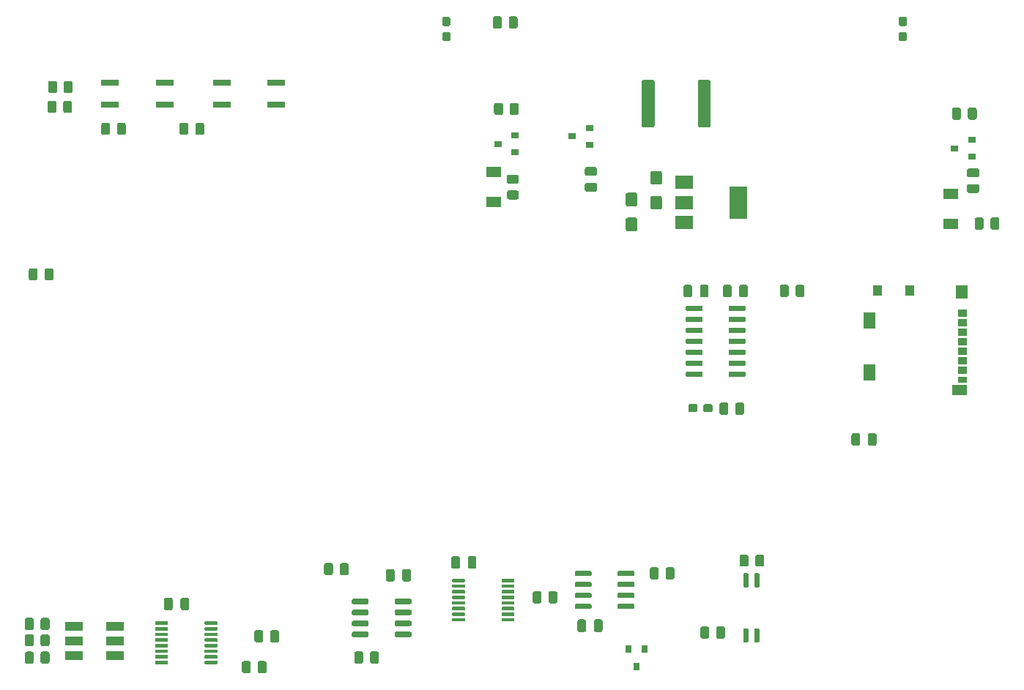
<source format=gbr>
G04 #@! TF.GenerationSoftware,KiCad,Pcbnew,(5.1.5)-3*
G04 #@! TF.CreationDate,2021-04-06T09:22:38+01:00*
G04 #@! TF.ProjectId,ControllerCircuit,436f6e74-726f-46c6-9c65-724369726375,1.1*
G04 #@! TF.SameCoordinates,Original*
G04 #@! TF.FileFunction,Paste,Top*
G04 #@! TF.FilePolarity,Positive*
%FSLAX46Y46*%
G04 Gerber Fmt 4.6, Leading zero omitted, Abs format (unit mm)*
G04 Created by KiCad (PCBNEW (5.1.5)-3) date 2021-04-06 09:22:38*
%MOMM*%
%LPD*%
G04 APERTURE LIST*
%ADD10C,0.100000*%
%ADD11R,1.700000X1.300000*%
%ADD12R,0.800000X0.900000*%
%ADD13R,2.000000X0.640000*%
%ADD14R,1.350000X1.900000*%
%ADD15R,1.000000X1.200000*%
%ADD16R,1.350000X1.550000*%
%ADD17R,1.800000X1.170000*%
%ADD18R,1.100000X0.850000*%
%ADD19R,1.100000X0.750000*%
%ADD20R,2.000000X1.500000*%
%ADD21R,2.000000X3.800000*%
%ADD22R,0.900000X0.800000*%
%ADD23R,2.000000X1.100000*%
G04 APERTURE END LIST*
D10*
G04 #@! TO.C,F1*
G36*
X176194113Y-59515939D02*
G01*
X176213043Y-59518747D01*
X176231606Y-59523397D01*
X176249623Y-59529843D01*
X176266922Y-59538025D01*
X176283336Y-59547863D01*
X176298707Y-59559263D01*
X176312886Y-59572114D01*
X176325737Y-59586293D01*
X176337137Y-59601664D01*
X176346975Y-59618078D01*
X176355157Y-59635377D01*
X176361603Y-59653394D01*
X176366253Y-59671957D01*
X176369061Y-59690887D01*
X176370000Y-59710000D01*
X176370000Y-64770000D01*
X176369061Y-64789113D01*
X176366253Y-64808043D01*
X176361603Y-64826606D01*
X176355157Y-64844623D01*
X176346975Y-64861922D01*
X176337137Y-64878336D01*
X176325737Y-64893707D01*
X176312886Y-64907886D01*
X176298707Y-64920737D01*
X176283336Y-64932137D01*
X176266922Y-64941975D01*
X176249623Y-64950157D01*
X176231606Y-64956603D01*
X176213043Y-64961253D01*
X176194113Y-64964061D01*
X176175000Y-64965000D01*
X175065000Y-64965000D01*
X175045887Y-64964061D01*
X175026957Y-64961253D01*
X175008394Y-64956603D01*
X174990377Y-64950157D01*
X174973078Y-64941975D01*
X174956664Y-64932137D01*
X174941293Y-64920737D01*
X174927114Y-64907886D01*
X174914263Y-64893707D01*
X174902863Y-64878336D01*
X174893025Y-64861922D01*
X174884843Y-64844623D01*
X174878397Y-64826606D01*
X174873747Y-64808043D01*
X174870939Y-64789113D01*
X174870000Y-64770000D01*
X174870000Y-59710000D01*
X174870939Y-59690887D01*
X174873747Y-59671957D01*
X174878397Y-59653394D01*
X174884843Y-59635377D01*
X174893025Y-59618078D01*
X174902863Y-59601664D01*
X174914263Y-59586293D01*
X174927114Y-59572114D01*
X174941293Y-59559263D01*
X174956664Y-59547863D01*
X174973078Y-59538025D01*
X174990377Y-59529843D01*
X175008394Y-59523397D01*
X175026957Y-59518747D01*
X175045887Y-59515939D01*
X175065000Y-59515000D01*
X176175000Y-59515000D01*
X176194113Y-59515939D01*
G37*
G36*
X169694113Y-59515939D02*
G01*
X169713043Y-59518747D01*
X169731606Y-59523397D01*
X169749623Y-59529843D01*
X169766922Y-59538025D01*
X169783336Y-59547863D01*
X169798707Y-59559263D01*
X169812886Y-59572114D01*
X169825737Y-59586293D01*
X169837137Y-59601664D01*
X169846975Y-59618078D01*
X169855157Y-59635377D01*
X169861603Y-59653394D01*
X169866253Y-59671957D01*
X169869061Y-59690887D01*
X169870000Y-59710000D01*
X169870000Y-64770000D01*
X169869061Y-64789113D01*
X169866253Y-64808043D01*
X169861603Y-64826606D01*
X169855157Y-64844623D01*
X169846975Y-64861922D01*
X169837137Y-64878336D01*
X169825737Y-64893707D01*
X169812886Y-64907886D01*
X169798707Y-64920737D01*
X169783336Y-64932137D01*
X169766922Y-64941975D01*
X169749623Y-64950157D01*
X169731606Y-64956603D01*
X169713043Y-64961253D01*
X169694113Y-64964061D01*
X169675000Y-64965000D01*
X168565000Y-64965000D01*
X168545887Y-64964061D01*
X168526957Y-64961253D01*
X168508394Y-64956603D01*
X168490377Y-64950157D01*
X168473078Y-64941975D01*
X168456664Y-64932137D01*
X168441293Y-64920737D01*
X168427114Y-64907886D01*
X168414263Y-64893707D01*
X168402863Y-64878336D01*
X168393025Y-64861922D01*
X168384843Y-64844623D01*
X168378397Y-64826606D01*
X168373747Y-64808043D01*
X168370939Y-64789113D01*
X168370000Y-64770000D01*
X168370000Y-59710000D01*
X168370939Y-59690887D01*
X168373747Y-59671957D01*
X168378397Y-59653394D01*
X168384843Y-59635377D01*
X168393025Y-59618078D01*
X168402863Y-59601664D01*
X168414263Y-59586293D01*
X168427114Y-59572114D01*
X168441293Y-59559263D01*
X168456664Y-59547863D01*
X168473078Y-59538025D01*
X168490377Y-59529843D01*
X168508394Y-59523397D01*
X168526957Y-59518747D01*
X168545887Y-59515939D01*
X168565000Y-59515000D01*
X169675000Y-59515000D01*
X169694113Y-59515939D01*
G37*
G04 #@! TD*
G04 #@! TO.C,R27*
G36*
X134299505Y-115401204D02*
G01*
X134323773Y-115404804D01*
X134347572Y-115410765D01*
X134370671Y-115419030D01*
X134392850Y-115429520D01*
X134413893Y-115442132D01*
X134433599Y-115456747D01*
X134451777Y-115473223D01*
X134468253Y-115491401D01*
X134482868Y-115511107D01*
X134495480Y-115532150D01*
X134505970Y-115554329D01*
X134514235Y-115577428D01*
X134520196Y-115601227D01*
X134523796Y-115625495D01*
X134525000Y-115649999D01*
X134525000Y-116550001D01*
X134523796Y-116574505D01*
X134520196Y-116598773D01*
X134514235Y-116622572D01*
X134505970Y-116645671D01*
X134495480Y-116667850D01*
X134482868Y-116688893D01*
X134468253Y-116708599D01*
X134451777Y-116726777D01*
X134433599Y-116743253D01*
X134413893Y-116757868D01*
X134392850Y-116770480D01*
X134370671Y-116780970D01*
X134347572Y-116789235D01*
X134323773Y-116795196D01*
X134299505Y-116798796D01*
X134275001Y-116800000D01*
X133749999Y-116800000D01*
X133725495Y-116798796D01*
X133701227Y-116795196D01*
X133677428Y-116789235D01*
X133654329Y-116780970D01*
X133632150Y-116770480D01*
X133611107Y-116757868D01*
X133591401Y-116743253D01*
X133573223Y-116726777D01*
X133556747Y-116708599D01*
X133542132Y-116688893D01*
X133529520Y-116667850D01*
X133519030Y-116645671D01*
X133510765Y-116622572D01*
X133504804Y-116598773D01*
X133501204Y-116574505D01*
X133500000Y-116550001D01*
X133500000Y-115649999D01*
X133501204Y-115625495D01*
X133504804Y-115601227D01*
X133510765Y-115577428D01*
X133519030Y-115554329D01*
X133529520Y-115532150D01*
X133542132Y-115511107D01*
X133556747Y-115491401D01*
X133573223Y-115473223D01*
X133591401Y-115456747D01*
X133611107Y-115442132D01*
X133632150Y-115429520D01*
X133654329Y-115419030D01*
X133677428Y-115410765D01*
X133701227Y-115404804D01*
X133725495Y-115401204D01*
X133749999Y-115400000D01*
X134275001Y-115400000D01*
X134299505Y-115401204D01*
G37*
G36*
X132474505Y-115401204D02*
G01*
X132498773Y-115404804D01*
X132522572Y-115410765D01*
X132545671Y-115419030D01*
X132567850Y-115429520D01*
X132588893Y-115442132D01*
X132608599Y-115456747D01*
X132626777Y-115473223D01*
X132643253Y-115491401D01*
X132657868Y-115511107D01*
X132670480Y-115532150D01*
X132680970Y-115554329D01*
X132689235Y-115577428D01*
X132695196Y-115601227D01*
X132698796Y-115625495D01*
X132700000Y-115649999D01*
X132700000Y-116550001D01*
X132698796Y-116574505D01*
X132695196Y-116598773D01*
X132689235Y-116622572D01*
X132680970Y-116645671D01*
X132670480Y-116667850D01*
X132657868Y-116688893D01*
X132643253Y-116708599D01*
X132626777Y-116726777D01*
X132608599Y-116743253D01*
X132588893Y-116757868D01*
X132567850Y-116770480D01*
X132545671Y-116780970D01*
X132522572Y-116789235D01*
X132498773Y-116795196D01*
X132474505Y-116798796D01*
X132450001Y-116800000D01*
X131924999Y-116800000D01*
X131900495Y-116798796D01*
X131876227Y-116795196D01*
X131852428Y-116789235D01*
X131829329Y-116780970D01*
X131807150Y-116770480D01*
X131786107Y-116757868D01*
X131766401Y-116743253D01*
X131748223Y-116726777D01*
X131731747Y-116708599D01*
X131717132Y-116688893D01*
X131704520Y-116667850D01*
X131694030Y-116645671D01*
X131685765Y-116622572D01*
X131679804Y-116598773D01*
X131676204Y-116574505D01*
X131675000Y-116550001D01*
X131675000Y-115649999D01*
X131676204Y-115625495D01*
X131679804Y-115601227D01*
X131685765Y-115577428D01*
X131694030Y-115554329D01*
X131704520Y-115532150D01*
X131717132Y-115511107D01*
X131731747Y-115491401D01*
X131748223Y-115473223D01*
X131766401Y-115456747D01*
X131786107Y-115442132D01*
X131807150Y-115429520D01*
X131829329Y-115419030D01*
X131852428Y-115410765D01*
X131876227Y-115404804D01*
X131900495Y-115401204D01*
X131924999Y-115400000D01*
X132450001Y-115400000D01*
X132474505Y-115401204D01*
G37*
G04 #@! TD*
G04 #@! TO.C,D6*
G36*
X176361679Y-96992824D02*
G01*
X176384734Y-96996243D01*
X176407343Y-97001907D01*
X176429287Y-97009759D01*
X176450357Y-97019724D01*
X176470348Y-97031706D01*
X176489068Y-97045590D01*
X176506338Y-97061242D01*
X176521990Y-97078512D01*
X176535874Y-97097232D01*
X176547856Y-97117223D01*
X176557821Y-97138293D01*
X176565673Y-97160237D01*
X176571337Y-97182846D01*
X176574756Y-97205901D01*
X176575900Y-97229180D01*
X176575900Y-97704180D01*
X176574756Y-97727459D01*
X176571337Y-97750514D01*
X176565673Y-97773123D01*
X176557821Y-97795067D01*
X176547856Y-97816137D01*
X176535874Y-97836128D01*
X176521990Y-97854848D01*
X176506338Y-97872118D01*
X176489068Y-97887770D01*
X176470348Y-97901654D01*
X176450357Y-97913636D01*
X176429287Y-97923601D01*
X176407343Y-97931453D01*
X176384734Y-97937117D01*
X176361679Y-97940536D01*
X176338400Y-97941680D01*
X175763400Y-97941680D01*
X175740121Y-97940536D01*
X175717066Y-97937117D01*
X175694457Y-97931453D01*
X175672513Y-97923601D01*
X175651443Y-97913636D01*
X175631452Y-97901654D01*
X175612732Y-97887770D01*
X175595462Y-97872118D01*
X175579810Y-97854848D01*
X175565926Y-97836128D01*
X175553944Y-97816137D01*
X175543979Y-97795067D01*
X175536127Y-97773123D01*
X175530463Y-97750514D01*
X175527044Y-97727459D01*
X175525900Y-97704180D01*
X175525900Y-97229180D01*
X175527044Y-97205901D01*
X175530463Y-97182846D01*
X175536127Y-97160237D01*
X175543979Y-97138293D01*
X175553944Y-97117223D01*
X175565926Y-97097232D01*
X175579810Y-97078512D01*
X175595462Y-97061242D01*
X175612732Y-97045590D01*
X175631452Y-97031706D01*
X175651443Y-97019724D01*
X175672513Y-97009759D01*
X175694457Y-97001907D01*
X175717066Y-96996243D01*
X175740121Y-96992824D01*
X175763400Y-96991680D01*
X176338400Y-96991680D01*
X176361679Y-96992824D01*
G37*
G36*
X174611679Y-96992824D02*
G01*
X174634734Y-96996243D01*
X174657343Y-97001907D01*
X174679287Y-97009759D01*
X174700357Y-97019724D01*
X174720348Y-97031706D01*
X174739068Y-97045590D01*
X174756338Y-97061242D01*
X174771990Y-97078512D01*
X174785874Y-97097232D01*
X174797856Y-97117223D01*
X174807821Y-97138293D01*
X174815673Y-97160237D01*
X174821337Y-97182846D01*
X174824756Y-97205901D01*
X174825900Y-97229180D01*
X174825900Y-97704180D01*
X174824756Y-97727459D01*
X174821337Y-97750514D01*
X174815673Y-97773123D01*
X174807821Y-97795067D01*
X174797856Y-97816137D01*
X174785874Y-97836128D01*
X174771990Y-97854848D01*
X174756338Y-97872118D01*
X174739068Y-97887770D01*
X174720348Y-97901654D01*
X174700357Y-97913636D01*
X174679287Y-97923601D01*
X174657343Y-97931453D01*
X174634734Y-97937117D01*
X174611679Y-97940536D01*
X174588400Y-97941680D01*
X174013400Y-97941680D01*
X173990121Y-97940536D01*
X173967066Y-97937117D01*
X173944457Y-97931453D01*
X173922513Y-97923601D01*
X173901443Y-97913636D01*
X173881452Y-97901654D01*
X173862732Y-97887770D01*
X173845462Y-97872118D01*
X173829810Y-97854848D01*
X173815926Y-97836128D01*
X173803944Y-97816137D01*
X173793979Y-97795067D01*
X173786127Y-97773123D01*
X173780463Y-97750514D01*
X173777044Y-97727459D01*
X173775900Y-97704180D01*
X173775900Y-97229180D01*
X173777044Y-97205901D01*
X173780463Y-97182846D01*
X173786127Y-97160237D01*
X173793979Y-97138293D01*
X173803944Y-97117223D01*
X173815926Y-97097232D01*
X173829810Y-97078512D01*
X173845462Y-97061242D01*
X173862732Y-97045590D01*
X173881452Y-97031706D01*
X173901443Y-97019724D01*
X173922513Y-97009759D01*
X173944457Y-97001907D01*
X173967066Y-96996243D01*
X173990121Y-96992824D01*
X174013400Y-96991680D01*
X174588400Y-96991680D01*
X174611679Y-96992824D01*
G37*
G04 #@! TD*
G04 #@! TO.C,D4*
G36*
X146070779Y-52211144D02*
G01*
X146093834Y-52214563D01*
X146116443Y-52220227D01*
X146138387Y-52228079D01*
X146159457Y-52238044D01*
X146179448Y-52250026D01*
X146198168Y-52263910D01*
X146215438Y-52279562D01*
X146231090Y-52296832D01*
X146244974Y-52315552D01*
X146256956Y-52335543D01*
X146266921Y-52356613D01*
X146274773Y-52378557D01*
X146280437Y-52401166D01*
X146283856Y-52424221D01*
X146285000Y-52447500D01*
X146285000Y-53022500D01*
X146283856Y-53045779D01*
X146280437Y-53068834D01*
X146274773Y-53091443D01*
X146266921Y-53113387D01*
X146256956Y-53134457D01*
X146244974Y-53154448D01*
X146231090Y-53173168D01*
X146215438Y-53190438D01*
X146198168Y-53206090D01*
X146179448Y-53219974D01*
X146159457Y-53231956D01*
X146138387Y-53241921D01*
X146116443Y-53249773D01*
X146093834Y-53255437D01*
X146070779Y-53258856D01*
X146047500Y-53260000D01*
X145572500Y-53260000D01*
X145549221Y-53258856D01*
X145526166Y-53255437D01*
X145503557Y-53249773D01*
X145481613Y-53241921D01*
X145460543Y-53231956D01*
X145440552Y-53219974D01*
X145421832Y-53206090D01*
X145404562Y-53190438D01*
X145388910Y-53173168D01*
X145375026Y-53154448D01*
X145363044Y-53134457D01*
X145353079Y-53113387D01*
X145345227Y-53091443D01*
X145339563Y-53068834D01*
X145336144Y-53045779D01*
X145335000Y-53022500D01*
X145335000Y-52447500D01*
X145336144Y-52424221D01*
X145339563Y-52401166D01*
X145345227Y-52378557D01*
X145353079Y-52356613D01*
X145363044Y-52335543D01*
X145375026Y-52315552D01*
X145388910Y-52296832D01*
X145404562Y-52279562D01*
X145421832Y-52263910D01*
X145440552Y-52250026D01*
X145460543Y-52238044D01*
X145481613Y-52228079D01*
X145503557Y-52220227D01*
X145526166Y-52214563D01*
X145549221Y-52211144D01*
X145572500Y-52210000D01*
X146047500Y-52210000D01*
X146070779Y-52211144D01*
G37*
G36*
X146070779Y-53961144D02*
G01*
X146093834Y-53964563D01*
X146116443Y-53970227D01*
X146138387Y-53978079D01*
X146159457Y-53988044D01*
X146179448Y-54000026D01*
X146198168Y-54013910D01*
X146215438Y-54029562D01*
X146231090Y-54046832D01*
X146244974Y-54065552D01*
X146256956Y-54085543D01*
X146266921Y-54106613D01*
X146274773Y-54128557D01*
X146280437Y-54151166D01*
X146283856Y-54174221D01*
X146285000Y-54197500D01*
X146285000Y-54772500D01*
X146283856Y-54795779D01*
X146280437Y-54818834D01*
X146274773Y-54841443D01*
X146266921Y-54863387D01*
X146256956Y-54884457D01*
X146244974Y-54904448D01*
X146231090Y-54923168D01*
X146215438Y-54940438D01*
X146198168Y-54956090D01*
X146179448Y-54969974D01*
X146159457Y-54981956D01*
X146138387Y-54991921D01*
X146116443Y-54999773D01*
X146093834Y-55005437D01*
X146070779Y-55008856D01*
X146047500Y-55010000D01*
X145572500Y-55010000D01*
X145549221Y-55008856D01*
X145526166Y-55005437D01*
X145503557Y-54999773D01*
X145481613Y-54991921D01*
X145460543Y-54981956D01*
X145440552Y-54969974D01*
X145421832Y-54956090D01*
X145404562Y-54940438D01*
X145388910Y-54923168D01*
X145375026Y-54904448D01*
X145363044Y-54884457D01*
X145353079Y-54863387D01*
X145345227Y-54841443D01*
X145339563Y-54818834D01*
X145336144Y-54795779D01*
X145335000Y-54772500D01*
X145335000Y-54197500D01*
X145336144Y-54174221D01*
X145339563Y-54151166D01*
X145345227Y-54128557D01*
X145353079Y-54106613D01*
X145363044Y-54085543D01*
X145375026Y-54065552D01*
X145388910Y-54046832D01*
X145404562Y-54029562D01*
X145421832Y-54013910D01*
X145440552Y-54000026D01*
X145460543Y-53988044D01*
X145481613Y-53978079D01*
X145503557Y-53970227D01*
X145526166Y-53964563D01*
X145549221Y-53961144D01*
X145572500Y-53960000D01*
X146047500Y-53960000D01*
X146070779Y-53961144D01*
G37*
G04 #@! TD*
G04 #@! TO.C,D3*
G36*
X198840779Y-52211144D02*
G01*
X198863834Y-52214563D01*
X198886443Y-52220227D01*
X198908387Y-52228079D01*
X198929457Y-52238044D01*
X198949448Y-52250026D01*
X198968168Y-52263910D01*
X198985438Y-52279562D01*
X199001090Y-52296832D01*
X199014974Y-52315552D01*
X199026956Y-52335543D01*
X199036921Y-52356613D01*
X199044773Y-52378557D01*
X199050437Y-52401166D01*
X199053856Y-52424221D01*
X199055000Y-52447500D01*
X199055000Y-53022500D01*
X199053856Y-53045779D01*
X199050437Y-53068834D01*
X199044773Y-53091443D01*
X199036921Y-53113387D01*
X199026956Y-53134457D01*
X199014974Y-53154448D01*
X199001090Y-53173168D01*
X198985438Y-53190438D01*
X198968168Y-53206090D01*
X198949448Y-53219974D01*
X198929457Y-53231956D01*
X198908387Y-53241921D01*
X198886443Y-53249773D01*
X198863834Y-53255437D01*
X198840779Y-53258856D01*
X198817500Y-53260000D01*
X198342500Y-53260000D01*
X198319221Y-53258856D01*
X198296166Y-53255437D01*
X198273557Y-53249773D01*
X198251613Y-53241921D01*
X198230543Y-53231956D01*
X198210552Y-53219974D01*
X198191832Y-53206090D01*
X198174562Y-53190438D01*
X198158910Y-53173168D01*
X198145026Y-53154448D01*
X198133044Y-53134457D01*
X198123079Y-53113387D01*
X198115227Y-53091443D01*
X198109563Y-53068834D01*
X198106144Y-53045779D01*
X198105000Y-53022500D01*
X198105000Y-52447500D01*
X198106144Y-52424221D01*
X198109563Y-52401166D01*
X198115227Y-52378557D01*
X198123079Y-52356613D01*
X198133044Y-52335543D01*
X198145026Y-52315552D01*
X198158910Y-52296832D01*
X198174562Y-52279562D01*
X198191832Y-52263910D01*
X198210552Y-52250026D01*
X198230543Y-52238044D01*
X198251613Y-52228079D01*
X198273557Y-52220227D01*
X198296166Y-52214563D01*
X198319221Y-52211144D01*
X198342500Y-52210000D01*
X198817500Y-52210000D01*
X198840779Y-52211144D01*
G37*
G36*
X198840779Y-53961144D02*
G01*
X198863834Y-53964563D01*
X198886443Y-53970227D01*
X198908387Y-53978079D01*
X198929457Y-53988044D01*
X198949448Y-54000026D01*
X198968168Y-54013910D01*
X198985438Y-54029562D01*
X199001090Y-54046832D01*
X199014974Y-54065552D01*
X199026956Y-54085543D01*
X199036921Y-54106613D01*
X199044773Y-54128557D01*
X199050437Y-54151166D01*
X199053856Y-54174221D01*
X199055000Y-54197500D01*
X199055000Y-54772500D01*
X199053856Y-54795779D01*
X199050437Y-54818834D01*
X199044773Y-54841443D01*
X199036921Y-54863387D01*
X199026956Y-54884457D01*
X199014974Y-54904448D01*
X199001090Y-54923168D01*
X198985438Y-54940438D01*
X198968168Y-54956090D01*
X198949448Y-54969974D01*
X198929457Y-54981956D01*
X198908387Y-54991921D01*
X198886443Y-54999773D01*
X198863834Y-55005437D01*
X198840779Y-55008856D01*
X198817500Y-55010000D01*
X198342500Y-55010000D01*
X198319221Y-55008856D01*
X198296166Y-55005437D01*
X198273557Y-54999773D01*
X198251613Y-54991921D01*
X198230543Y-54981956D01*
X198210552Y-54969974D01*
X198191832Y-54956090D01*
X198174562Y-54940438D01*
X198158910Y-54923168D01*
X198145026Y-54904448D01*
X198133044Y-54884457D01*
X198123079Y-54863387D01*
X198115227Y-54841443D01*
X198109563Y-54818834D01*
X198106144Y-54795779D01*
X198105000Y-54772500D01*
X198105000Y-54197500D01*
X198106144Y-54174221D01*
X198109563Y-54151166D01*
X198115227Y-54128557D01*
X198123079Y-54106613D01*
X198133044Y-54085543D01*
X198145026Y-54065552D01*
X198158910Y-54046832D01*
X198174562Y-54029562D01*
X198191832Y-54013910D01*
X198210552Y-54000026D01*
X198230543Y-53988044D01*
X198251613Y-53978079D01*
X198273557Y-53970227D01*
X198296166Y-53964563D01*
X198319221Y-53961144D01*
X198342500Y-53960000D01*
X198817500Y-53960000D01*
X198840779Y-53961144D01*
G37*
G04 #@! TD*
D11*
G04 #@! TO.C,D5*
X151250000Y-70150000D03*
X151250000Y-73650000D03*
G04 #@! TD*
G04 #@! TO.C,D2*
X204100000Y-72680000D03*
X204100000Y-76180000D03*
G04 #@! TD*
D12*
G04 #@! TO.C,D8*
X167790000Y-127360000D03*
X166840000Y-125360000D03*
X168740000Y-125360000D03*
G04 #@! TD*
D10*
G04 #@! TO.C,U1*
G36*
X167404703Y-116325722D02*
G01*
X167419264Y-116327882D01*
X167433543Y-116331459D01*
X167447403Y-116336418D01*
X167460710Y-116342712D01*
X167473336Y-116350280D01*
X167485159Y-116359048D01*
X167496066Y-116368934D01*
X167505952Y-116379841D01*
X167514720Y-116391664D01*
X167522288Y-116404290D01*
X167528582Y-116417597D01*
X167533541Y-116431457D01*
X167537118Y-116445736D01*
X167539278Y-116460297D01*
X167540000Y-116475000D01*
X167540000Y-116775000D01*
X167539278Y-116789703D01*
X167537118Y-116804264D01*
X167533541Y-116818543D01*
X167528582Y-116832403D01*
X167522288Y-116845710D01*
X167514720Y-116858336D01*
X167505952Y-116870159D01*
X167496066Y-116881066D01*
X167485159Y-116890952D01*
X167473336Y-116899720D01*
X167460710Y-116907288D01*
X167447403Y-116913582D01*
X167433543Y-116918541D01*
X167419264Y-116922118D01*
X167404703Y-116924278D01*
X167390000Y-116925000D01*
X165740000Y-116925000D01*
X165725297Y-116924278D01*
X165710736Y-116922118D01*
X165696457Y-116918541D01*
X165682597Y-116913582D01*
X165669290Y-116907288D01*
X165656664Y-116899720D01*
X165644841Y-116890952D01*
X165633934Y-116881066D01*
X165624048Y-116870159D01*
X165615280Y-116858336D01*
X165607712Y-116845710D01*
X165601418Y-116832403D01*
X165596459Y-116818543D01*
X165592882Y-116804264D01*
X165590722Y-116789703D01*
X165590000Y-116775000D01*
X165590000Y-116475000D01*
X165590722Y-116460297D01*
X165592882Y-116445736D01*
X165596459Y-116431457D01*
X165601418Y-116417597D01*
X165607712Y-116404290D01*
X165615280Y-116391664D01*
X165624048Y-116379841D01*
X165633934Y-116368934D01*
X165644841Y-116359048D01*
X165656664Y-116350280D01*
X165669290Y-116342712D01*
X165682597Y-116336418D01*
X165696457Y-116331459D01*
X165710736Y-116327882D01*
X165725297Y-116325722D01*
X165740000Y-116325000D01*
X167390000Y-116325000D01*
X167404703Y-116325722D01*
G37*
G36*
X167404703Y-117595722D02*
G01*
X167419264Y-117597882D01*
X167433543Y-117601459D01*
X167447403Y-117606418D01*
X167460710Y-117612712D01*
X167473336Y-117620280D01*
X167485159Y-117629048D01*
X167496066Y-117638934D01*
X167505952Y-117649841D01*
X167514720Y-117661664D01*
X167522288Y-117674290D01*
X167528582Y-117687597D01*
X167533541Y-117701457D01*
X167537118Y-117715736D01*
X167539278Y-117730297D01*
X167540000Y-117745000D01*
X167540000Y-118045000D01*
X167539278Y-118059703D01*
X167537118Y-118074264D01*
X167533541Y-118088543D01*
X167528582Y-118102403D01*
X167522288Y-118115710D01*
X167514720Y-118128336D01*
X167505952Y-118140159D01*
X167496066Y-118151066D01*
X167485159Y-118160952D01*
X167473336Y-118169720D01*
X167460710Y-118177288D01*
X167447403Y-118183582D01*
X167433543Y-118188541D01*
X167419264Y-118192118D01*
X167404703Y-118194278D01*
X167390000Y-118195000D01*
X165740000Y-118195000D01*
X165725297Y-118194278D01*
X165710736Y-118192118D01*
X165696457Y-118188541D01*
X165682597Y-118183582D01*
X165669290Y-118177288D01*
X165656664Y-118169720D01*
X165644841Y-118160952D01*
X165633934Y-118151066D01*
X165624048Y-118140159D01*
X165615280Y-118128336D01*
X165607712Y-118115710D01*
X165601418Y-118102403D01*
X165596459Y-118088543D01*
X165592882Y-118074264D01*
X165590722Y-118059703D01*
X165590000Y-118045000D01*
X165590000Y-117745000D01*
X165590722Y-117730297D01*
X165592882Y-117715736D01*
X165596459Y-117701457D01*
X165601418Y-117687597D01*
X165607712Y-117674290D01*
X165615280Y-117661664D01*
X165624048Y-117649841D01*
X165633934Y-117638934D01*
X165644841Y-117629048D01*
X165656664Y-117620280D01*
X165669290Y-117612712D01*
X165682597Y-117606418D01*
X165696457Y-117601459D01*
X165710736Y-117597882D01*
X165725297Y-117595722D01*
X165740000Y-117595000D01*
X167390000Y-117595000D01*
X167404703Y-117595722D01*
G37*
G36*
X167404703Y-118865722D02*
G01*
X167419264Y-118867882D01*
X167433543Y-118871459D01*
X167447403Y-118876418D01*
X167460710Y-118882712D01*
X167473336Y-118890280D01*
X167485159Y-118899048D01*
X167496066Y-118908934D01*
X167505952Y-118919841D01*
X167514720Y-118931664D01*
X167522288Y-118944290D01*
X167528582Y-118957597D01*
X167533541Y-118971457D01*
X167537118Y-118985736D01*
X167539278Y-119000297D01*
X167540000Y-119015000D01*
X167540000Y-119315000D01*
X167539278Y-119329703D01*
X167537118Y-119344264D01*
X167533541Y-119358543D01*
X167528582Y-119372403D01*
X167522288Y-119385710D01*
X167514720Y-119398336D01*
X167505952Y-119410159D01*
X167496066Y-119421066D01*
X167485159Y-119430952D01*
X167473336Y-119439720D01*
X167460710Y-119447288D01*
X167447403Y-119453582D01*
X167433543Y-119458541D01*
X167419264Y-119462118D01*
X167404703Y-119464278D01*
X167390000Y-119465000D01*
X165740000Y-119465000D01*
X165725297Y-119464278D01*
X165710736Y-119462118D01*
X165696457Y-119458541D01*
X165682597Y-119453582D01*
X165669290Y-119447288D01*
X165656664Y-119439720D01*
X165644841Y-119430952D01*
X165633934Y-119421066D01*
X165624048Y-119410159D01*
X165615280Y-119398336D01*
X165607712Y-119385710D01*
X165601418Y-119372403D01*
X165596459Y-119358543D01*
X165592882Y-119344264D01*
X165590722Y-119329703D01*
X165590000Y-119315000D01*
X165590000Y-119015000D01*
X165590722Y-119000297D01*
X165592882Y-118985736D01*
X165596459Y-118971457D01*
X165601418Y-118957597D01*
X165607712Y-118944290D01*
X165615280Y-118931664D01*
X165624048Y-118919841D01*
X165633934Y-118908934D01*
X165644841Y-118899048D01*
X165656664Y-118890280D01*
X165669290Y-118882712D01*
X165682597Y-118876418D01*
X165696457Y-118871459D01*
X165710736Y-118867882D01*
X165725297Y-118865722D01*
X165740000Y-118865000D01*
X167390000Y-118865000D01*
X167404703Y-118865722D01*
G37*
G36*
X167404703Y-120135722D02*
G01*
X167419264Y-120137882D01*
X167433543Y-120141459D01*
X167447403Y-120146418D01*
X167460710Y-120152712D01*
X167473336Y-120160280D01*
X167485159Y-120169048D01*
X167496066Y-120178934D01*
X167505952Y-120189841D01*
X167514720Y-120201664D01*
X167522288Y-120214290D01*
X167528582Y-120227597D01*
X167533541Y-120241457D01*
X167537118Y-120255736D01*
X167539278Y-120270297D01*
X167540000Y-120285000D01*
X167540000Y-120585000D01*
X167539278Y-120599703D01*
X167537118Y-120614264D01*
X167533541Y-120628543D01*
X167528582Y-120642403D01*
X167522288Y-120655710D01*
X167514720Y-120668336D01*
X167505952Y-120680159D01*
X167496066Y-120691066D01*
X167485159Y-120700952D01*
X167473336Y-120709720D01*
X167460710Y-120717288D01*
X167447403Y-120723582D01*
X167433543Y-120728541D01*
X167419264Y-120732118D01*
X167404703Y-120734278D01*
X167390000Y-120735000D01*
X165740000Y-120735000D01*
X165725297Y-120734278D01*
X165710736Y-120732118D01*
X165696457Y-120728541D01*
X165682597Y-120723582D01*
X165669290Y-120717288D01*
X165656664Y-120709720D01*
X165644841Y-120700952D01*
X165633934Y-120691066D01*
X165624048Y-120680159D01*
X165615280Y-120668336D01*
X165607712Y-120655710D01*
X165601418Y-120642403D01*
X165596459Y-120628543D01*
X165592882Y-120614264D01*
X165590722Y-120599703D01*
X165590000Y-120585000D01*
X165590000Y-120285000D01*
X165590722Y-120270297D01*
X165592882Y-120255736D01*
X165596459Y-120241457D01*
X165601418Y-120227597D01*
X165607712Y-120214290D01*
X165615280Y-120201664D01*
X165624048Y-120189841D01*
X165633934Y-120178934D01*
X165644841Y-120169048D01*
X165656664Y-120160280D01*
X165669290Y-120152712D01*
X165682597Y-120146418D01*
X165696457Y-120141459D01*
X165710736Y-120137882D01*
X165725297Y-120135722D01*
X165740000Y-120135000D01*
X167390000Y-120135000D01*
X167404703Y-120135722D01*
G37*
G36*
X162454703Y-120135722D02*
G01*
X162469264Y-120137882D01*
X162483543Y-120141459D01*
X162497403Y-120146418D01*
X162510710Y-120152712D01*
X162523336Y-120160280D01*
X162535159Y-120169048D01*
X162546066Y-120178934D01*
X162555952Y-120189841D01*
X162564720Y-120201664D01*
X162572288Y-120214290D01*
X162578582Y-120227597D01*
X162583541Y-120241457D01*
X162587118Y-120255736D01*
X162589278Y-120270297D01*
X162590000Y-120285000D01*
X162590000Y-120585000D01*
X162589278Y-120599703D01*
X162587118Y-120614264D01*
X162583541Y-120628543D01*
X162578582Y-120642403D01*
X162572288Y-120655710D01*
X162564720Y-120668336D01*
X162555952Y-120680159D01*
X162546066Y-120691066D01*
X162535159Y-120700952D01*
X162523336Y-120709720D01*
X162510710Y-120717288D01*
X162497403Y-120723582D01*
X162483543Y-120728541D01*
X162469264Y-120732118D01*
X162454703Y-120734278D01*
X162440000Y-120735000D01*
X160790000Y-120735000D01*
X160775297Y-120734278D01*
X160760736Y-120732118D01*
X160746457Y-120728541D01*
X160732597Y-120723582D01*
X160719290Y-120717288D01*
X160706664Y-120709720D01*
X160694841Y-120700952D01*
X160683934Y-120691066D01*
X160674048Y-120680159D01*
X160665280Y-120668336D01*
X160657712Y-120655710D01*
X160651418Y-120642403D01*
X160646459Y-120628543D01*
X160642882Y-120614264D01*
X160640722Y-120599703D01*
X160640000Y-120585000D01*
X160640000Y-120285000D01*
X160640722Y-120270297D01*
X160642882Y-120255736D01*
X160646459Y-120241457D01*
X160651418Y-120227597D01*
X160657712Y-120214290D01*
X160665280Y-120201664D01*
X160674048Y-120189841D01*
X160683934Y-120178934D01*
X160694841Y-120169048D01*
X160706664Y-120160280D01*
X160719290Y-120152712D01*
X160732597Y-120146418D01*
X160746457Y-120141459D01*
X160760736Y-120137882D01*
X160775297Y-120135722D01*
X160790000Y-120135000D01*
X162440000Y-120135000D01*
X162454703Y-120135722D01*
G37*
G36*
X162454703Y-118865722D02*
G01*
X162469264Y-118867882D01*
X162483543Y-118871459D01*
X162497403Y-118876418D01*
X162510710Y-118882712D01*
X162523336Y-118890280D01*
X162535159Y-118899048D01*
X162546066Y-118908934D01*
X162555952Y-118919841D01*
X162564720Y-118931664D01*
X162572288Y-118944290D01*
X162578582Y-118957597D01*
X162583541Y-118971457D01*
X162587118Y-118985736D01*
X162589278Y-119000297D01*
X162590000Y-119015000D01*
X162590000Y-119315000D01*
X162589278Y-119329703D01*
X162587118Y-119344264D01*
X162583541Y-119358543D01*
X162578582Y-119372403D01*
X162572288Y-119385710D01*
X162564720Y-119398336D01*
X162555952Y-119410159D01*
X162546066Y-119421066D01*
X162535159Y-119430952D01*
X162523336Y-119439720D01*
X162510710Y-119447288D01*
X162497403Y-119453582D01*
X162483543Y-119458541D01*
X162469264Y-119462118D01*
X162454703Y-119464278D01*
X162440000Y-119465000D01*
X160790000Y-119465000D01*
X160775297Y-119464278D01*
X160760736Y-119462118D01*
X160746457Y-119458541D01*
X160732597Y-119453582D01*
X160719290Y-119447288D01*
X160706664Y-119439720D01*
X160694841Y-119430952D01*
X160683934Y-119421066D01*
X160674048Y-119410159D01*
X160665280Y-119398336D01*
X160657712Y-119385710D01*
X160651418Y-119372403D01*
X160646459Y-119358543D01*
X160642882Y-119344264D01*
X160640722Y-119329703D01*
X160640000Y-119315000D01*
X160640000Y-119015000D01*
X160640722Y-119000297D01*
X160642882Y-118985736D01*
X160646459Y-118971457D01*
X160651418Y-118957597D01*
X160657712Y-118944290D01*
X160665280Y-118931664D01*
X160674048Y-118919841D01*
X160683934Y-118908934D01*
X160694841Y-118899048D01*
X160706664Y-118890280D01*
X160719290Y-118882712D01*
X160732597Y-118876418D01*
X160746457Y-118871459D01*
X160760736Y-118867882D01*
X160775297Y-118865722D01*
X160790000Y-118865000D01*
X162440000Y-118865000D01*
X162454703Y-118865722D01*
G37*
G36*
X162454703Y-117595722D02*
G01*
X162469264Y-117597882D01*
X162483543Y-117601459D01*
X162497403Y-117606418D01*
X162510710Y-117612712D01*
X162523336Y-117620280D01*
X162535159Y-117629048D01*
X162546066Y-117638934D01*
X162555952Y-117649841D01*
X162564720Y-117661664D01*
X162572288Y-117674290D01*
X162578582Y-117687597D01*
X162583541Y-117701457D01*
X162587118Y-117715736D01*
X162589278Y-117730297D01*
X162590000Y-117745000D01*
X162590000Y-118045000D01*
X162589278Y-118059703D01*
X162587118Y-118074264D01*
X162583541Y-118088543D01*
X162578582Y-118102403D01*
X162572288Y-118115710D01*
X162564720Y-118128336D01*
X162555952Y-118140159D01*
X162546066Y-118151066D01*
X162535159Y-118160952D01*
X162523336Y-118169720D01*
X162510710Y-118177288D01*
X162497403Y-118183582D01*
X162483543Y-118188541D01*
X162469264Y-118192118D01*
X162454703Y-118194278D01*
X162440000Y-118195000D01*
X160790000Y-118195000D01*
X160775297Y-118194278D01*
X160760736Y-118192118D01*
X160746457Y-118188541D01*
X160732597Y-118183582D01*
X160719290Y-118177288D01*
X160706664Y-118169720D01*
X160694841Y-118160952D01*
X160683934Y-118151066D01*
X160674048Y-118140159D01*
X160665280Y-118128336D01*
X160657712Y-118115710D01*
X160651418Y-118102403D01*
X160646459Y-118088543D01*
X160642882Y-118074264D01*
X160640722Y-118059703D01*
X160640000Y-118045000D01*
X160640000Y-117745000D01*
X160640722Y-117730297D01*
X160642882Y-117715736D01*
X160646459Y-117701457D01*
X160651418Y-117687597D01*
X160657712Y-117674290D01*
X160665280Y-117661664D01*
X160674048Y-117649841D01*
X160683934Y-117638934D01*
X160694841Y-117629048D01*
X160706664Y-117620280D01*
X160719290Y-117612712D01*
X160732597Y-117606418D01*
X160746457Y-117601459D01*
X160760736Y-117597882D01*
X160775297Y-117595722D01*
X160790000Y-117595000D01*
X162440000Y-117595000D01*
X162454703Y-117595722D01*
G37*
G36*
X162454703Y-116325722D02*
G01*
X162469264Y-116327882D01*
X162483543Y-116331459D01*
X162497403Y-116336418D01*
X162510710Y-116342712D01*
X162523336Y-116350280D01*
X162535159Y-116359048D01*
X162546066Y-116368934D01*
X162555952Y-116379841D01*
X162564720Y-116391664D01*
X162572288Y-116404290D01*
X162578582Y-116417597D01*
X162583541Y-116431457D01*
X162587118Y-116445736D01*
X162589278Y-116460297D01*
X162590000Y-116475000D01*
X162590000Y-116775000D01*
X162589278Y-116789703D01*
X162587118Y-116804264D01*
X162583541Y-116818543D01*
X162578582Y-116832403D01*
X162572288Y-116845710D01*
X162564720Y-116858336D01*
X162555952Y-116870159D01*
X162546066Y-116881066D01*
X162535159Y-116890952D01*
X162523336Y-116899720D01*
X162510710Y-116907288D01*
X162497403Y-116913582D01*
X162483543Y-116918541D01*
X162469264Y-116922118D01*
X162454703Y-116924278D01*
X162440000Y-116925000D01*
X160790000Y-116925000D01*
X160775297Y-116924278D01*
X160760736Y-116922118D01*
X160746457Y-116918541D01*
X160732597Y-116913582D01*
X160719290Y-116907288D01*
X160706664Y-116899720D01*
X160694841Y-116890952D01*
X160683934Y-116881066D01*
X160674048Y-116870159D01*
X160665280Y-116858336D01*
X160657712Y-116845710D01*
X160651418Y-116832403D01*
X160646459Y-116818543D01*
X160642882Y-116804264D01*
X160640722Y-116789703D01*
X160640000Y-116775000D01*
X160640000Y-116475000D01*
X160640722Y-116460297D01*
X160642882Y-116445736D01*
X160646459Y-116431457D01*
X160651418Y-116417597D01*
X160657712Y-116404290D01*
X160665280Y-116391664D01*
X160674048Y-116379841D01*
X160683934Y-116368934D01*
X160694841Y-116359048D01*
X160706664Y-116350280D01*
X160719290Y-116342712D01*
X160732597Y-116336418D01*
X160746457Y-116331459D01*
X160760736Y-116327882D01*
X160775297Y-116325722D01*
X160790000Y-116325000D01*
X162440000Y-116325000D01*
X162454703Y-116325722D01*
G37*
G04 #@! TD*
D13*
G04 #@! TO.C,U12*
X113250000Y-59790000D03*
X113250000Y-62330000D03*
X106950000Y-62330000D03*
X106950000Y-59790000D03*
G04 #@! TD*
D10*
G04 #@! TO.C,R25*
G36*
X108539505Y-64461204D02*
G01*
X108563773Y-64464804D01*
X108587572Y-64470765D01*
X108610671Y-64479030D01*
X108632850Y-64489520D01*
X108653893Y-64502132D01*
X108673599Y-64516747D01*
X108691777Y-64533223D01*
X108708253Y-64551401D01*
X108722868Y-64571107D01*
X108735480Y-64592150D01*
X108745970Y-64614329D01*
X108754235Y-64637428D01*
X108760196Y-64661227D01*
X108763796Y-64685495D01*
X108765000Y-64709999D01*
X108765000Y-65610001D01*
X108763796Y-65634505D01*
X108760196Y-65658773D01*
X108754235Y-65682572D01*
X108745970Y-65705671D01*
X108735480Y-65727850D01*
X108722868Y-65748893D01*
X108708253Y-65768599D01*
X108691777Y-65786777D01*
X108673599Y-65803253D01*
X108653893Y-65817868D01*
X108632850Y-65830480D01*
X108610671Y-65840970D01*
X108587572Y-65849235D01*
X108563773Y-65855196D01*
X108539505Y-65858796D01*
X108515001Y-65860000D01*
X107989999Y-65860000D01*
X107965495Y-65858796D01*
X107941227Y-65855196D01*
X107917428Y-65849235D01*
X107894329Y-65840970D01*
X107872150Y-65830480D01*
X107851107Y-65817868D01*
X107831401Y-65803253D01*
X107813223Y-65786777D01*
X107796747Y-65768599D01*
X107782132Y-65748893D01*
X107769520Y-65727850D01*
X107759030Y-65705671D01*
X107750765Y-65682572D01*
X107744804Y-65658773D01*
X107741204Y-65634505D01*
X107740000Y-65610001D01*
X107740000Y-64709999D01*
X107741204Y-64685495D01*
X107744804Y-64661227D01*
X107750765Y-64637428D01*
X107759030Y-64614329D01*
X107769520Y-64592150D01*
X107782132Y-64571107D01*
X107796747Y-64551401D01*
X107813223Y-64533223D01*
X107831401Y-64516747D01*
X107851107Y-64502132D01*
X107872150Y-64489520D01*
X107894329Y-64479030D01*
X107917428Y-64470765D01*
X107941227Y-64464804D01*
X107965495Y-64461204D01*
X107989999Y-64460000D01*
X108515001Y-64460000D01*
X108539505Y-64461204D01*
G37*
G36*
X106714505Y-64461204D02*
G01*
X106738773Y-64464804D01*
X106762572Y-64470765D01*
X106785671Y-64479030D01*
X106807850Y-64489520D01*
X106828893Y-64502132D01*
X106848599Y-64516747D01*
X106866777Y-64533223D01*
X106883253Y-64551401D01*
X106897868Y-64571107D01*
X106910480Y-64592150D01*
X106920970Y-64614329D01*
X106929235Y-64637428D01*
X106935196Y-64661227D01*
X106938796Y-64685495D01*
X106940000Y-64709999D01*
X106940000Y-65610001D01*
X106938796Y-65634505D01*
X106935196Y-65658773D01*
X106929235Y-65682572D01*
X106920970Y-65705671D01*
X106910480Y-65727850D01*
X106897868Y-65748893D01*
X106883253Y-65768599D01*
X106866777Y-65786777D01*
X106848599Y-65803253D01*
X106828893Y-65817868D01*
X106807850Y-65830480D01*
X106785671Y-65840970D01*
X106762572Y-65849235D01*
X106738773Y-65855196D01*
X106714505Y-65858796D01*
X106690001Y-65860000D01*
X106164999Y-65860000D01*
X106140495Y-65858796D01*
X106116227Y-65855196D01*
X106092428Y-65849235D01*
X106069329Y-65840970D01*
X106047150Y-65830480D01*
X106026107Y-65817868D01*
X106006401Y-65803253D01*
X105988223Y-65786777D01*
X105971747Y-65768599D01*
X105957132Y-65748893D01*
X105944520Y-65727850D01*
X105934030Y-65705671D01*
X105925765Y-65682572D01*
X105919804Y-65658773D01*
X105916204Y-65634505D01*
X105915000Y-65610001D01*
X105915000Y-64709999D01*
X105916204Y-64685495D01*
X105919804Y-64661227D01*
X105925765Y-64637428D01*
X105934030Y-64614329D01*
X105944520Y-64592150D01*
X105957132Y-64571107D01*
X105971747Y-64551401D01*
X105988223Y-64533223D01*
X106006401Y-64516747D01*
X106026107Y-64502132D01*
X106047150Y-64489520D01*
X106069329Y-64479030D01*
X106092428Y-64470765D01*
X106116227Y-64464804D01*
X106140495Y-64461204D01*
X106164999Y-64460000D01*
X106690001Y-64460000D01*
X106714505Y-64461204D01*
G37*
G04 #@! TD*
D14*
G04 #@! TO.C,U11*
X194685000Y-93340000D03*
X194685000Y-87370000D03*
D15*
X199360000Y-83870000D03*
X195660000Y-83870000D03*
D16*
X205385000Y-84045000D03*
D17*
X205160000Y-95365000D03*
D18*
X205510000Y-93105000D03*
X205510000Y-92005000D03*
X205510000Y-90905000D03*
X205510000Y-89805000D03*
X205510000Y-88705000D03*
X205510000Y-87605000D03*
D19*
X205510000Y-94155000D03*
D18*
X205510000Y-86505000D03*
G04 #@! TD*
D10*
G04 #@! TO.C,U10*
G36*
X180243203Y-85635802D02*
G01*
X180257764Y-85637962D01*
X180272043Y-85641539D01*
X180285903Y-85646498D01*
X180299210Y-85652792D01*
X180311836Y-85660360D01*
X180323659Y-85669128D01*
X180334566Y-85679014D01*
X180344452Y-85689921D01*
X180353220Y-85701744D01*
X180360788Y-85714370D01*
X180367082Y-85727677D01*
X180372041Y-85741537D01*
X180375618Y-85755816D01*
X180377778Y-85770377D01*
X180378500Y-85785080D01*
X180378500Y-86085080D01*
X180377778Y-86099783D01*
X180375618Y-86114344D01*
X180372041Y-86128623D01*
X180367082Y-86142483D01*
X180360788Y-86155790D01*
X180353220Y-86168416D01*
X180344452Y-86180239D01*
X180334566Y-86191146D01*
X180323659Y-86201032D01*
X180311836Y-86209800D01*
X180299210Y-86217368D01*
X180285903Y-86223662D01*
X180272043Y-86228621D01*
X180257764Y-86232198D01*
X180243203Y-86234358D01*
X180228500Y-86235080D01*
X178578500Y-86235080D01*
X178563797Y-86234358D01*
X178549236Y-86232198D01*
X178534957Y-86228621D01*
X178521097Y-86223662D01*
X178507790Y-86217368D01*
X178495164Y-86209800D01*
X178483341Y-86201032D01*
X178472434Y-86191146D01*
X178462548Y-86180239D01*
X178453780Y-86168416D01*
X178446212Y-86155790D01*
X178439918Y-86142483D01*
X178434959Y-86128623D01*
X178431382Y-86114344D01*
X178429222Y-86099783D01*
X178428500Y-86085080D01*
X178428500Y-85785080D01*
X178429222Y-85770377D01*
X178431382Y-85755816D01*
X178434959Y-85741537D01*
X178439918Y-85727677D01*
X178446212Y-85714370D01*
X178453780Y-85701744D01*
X178462548Y-85689921D01*
X178472434Y-85679014D01*
X178483341Y-85669128D01*
X178495164Y-85660360D01*
X178507790Y-85652792D01*
X178521097Y-85646498D01*
X178534957Y-85641539D01*
X178549236Y-85637962D01*
X178563797Y-85635802D01*
X178578500Y-85635080D01*
X180228500Y-85635080D01*
X180243203Y-85635802D01*
G37*
G36*
X180243203Y-86905802D02*
G01*
X180257764Y-86907962D01*
X180272043Y-86911539D01*
X180285903Y-86916498D01*
X180299210Y-86922792D01*
X180311836Y-86930360D01*
X180323659Y-86939128D01*
X180334566Y-86949014D01*
X180344452Y-86959921D01*
X180353220Y-86971744D01*
X180360788Y-86984370D01*
X180367082Y-86997677D01*
X180372041Y-87011537D01*
X180375618Y-87025816D01*
X180377778Y-87040377D01*
X180378500Y-87055080D01*
X180378500Y-87355080D01*
X180377778Y-87369783D01*
X180375618Y-87384344D01*
X180372041Y-87398623D01*
X180367082Y-87412483D01*
X180360788Y-87425790D01*
X180353220Y-87438416D01*
X180344452Y-87450239D01*
X180334566Y-87461146D01*
X180323659Y-87471032D01*
X180311836Y-87479800D01*
X180299210Y-87487368D01*
X180285903Y-87493662D01*
X180272043Y-87498621D01*
X180257764Y-87502198D01*
X180243203Y-87504358D01*
X180228500Y-87505080D01*
X178578500Y-87505080D01*
X178563797Y-87504358D01*
X178549236Y-87502198D01*
X178534957Y-87498621D01*
X178521097Y-87493662D01*
X178507790Y-87487368D01*
X178495164Y-87479800D01*
X178483341Y-87471032D01*
X178472434Y-87461146D01*
X178462548Y-87450239D01*
X178453780Y-87438416D01*
X178446212Y-87425790D01*
X178439918Y-87412483D01*
X178434959Y-87398623D01*
X178431382Y-87384344D01*
X178429222Y-87369783D01*
X178428500Y-87355080D01*
X178428500Y-87055080D01*
X178429222Y-87040377D01*
X178431382Y-87025816D01*
X178434959Y-87011537D01*
X178439918Y-86997677D01*
X178446212Y-86984370D01*
X178453780Y-86971744D01*
X178462548Y-86959921D01*
X178472434Y-86949014D01*
X178483341Y-86939128D01*
X178495164Y-86930360D01*
X178507790Y-86922792D01*
X178521097Y-86916498D01*
X178534957Y-86911539D01*
X178549236Y-86907962D01*
X178563797Y-86905802D01*
X178578500Y-86905080D01*
X180228500Y-86905080D01*
X180243203Y-86905802D01*
G37*
G36*
X180243203Y-88175802D02*
G01*
X180257764Y-88177962D01*
X180272043Y-88181539D01*
X180285903Y-88186498D01*
X180299210Y-88192792D01*
X180311836Y-88200360D01*
X180323659Y-88209128D01*
X180334566Y-88219014D01*
X180344452Y-88229921D01*
X180353220Y-88241744D01*
X180360788Y-88254370D01*
X180367082Y-88267677D01*
X180372041Y-88281537D01*
X180375618Y-88295816D01*
X180377778Y-88310377D01*
X180378500Y-88325080D01*
X180378500Y-88625080D01*
X180377778Y-88639783D01*
X180375618Y-88654344D01*
X180372041Y-88668623D01*
X180367082Y-88682483D01*
X180360788Y-88695790D01*
X180353220Y-88708416D01*
X180344452Y-88720239D01*
X180334566Y-88731146D01*
X180323659Y-88741032D01*
X180311836Y-88749800D01*
X180299210Y-88757368D01*
X180285903Y-88763662D01*
X180272043Y-88768621D01*
X180257764Y-88772198D01*
X180243203Y-88774358D01*
X180228500Y-88775080D01*
X178578500Y-88775080D01*
X178563797Y-88774358D01*
X178549236Y-88772198D01*
X178534957Y-88768621D01*
X178521097Y-88763662D01*
X178507790Y-88757368D01*
X178495164Y-88749800D01*
X178483341Y-88741032D01*
X178472434Y-88731146D01*
X178462548Y-88720239D01*
X178453780Y-88708416D01*
X178446212Y-88695790D01*
X178439918Y-88682483D01*
X178434959Y-88668623D01*
X178431382Y-88654344D01*
X178429222Y-88639783D01*
X178428500Y-88625080D01*
X178428500Y-88325080D01*
X178429222Y-88310377D01*
X178431382Y-88295816D01*
X178434959Y-88281537D01*
X178439918Y-88267677D01*
X178446212Y-88254370D01*
X178453780Y-88241744D01*
X178462548Y-88229921D01*
X178472434Y-88219014D01*
X178483341Y-88209128D01*
X178495164Y-88200360D01*
X178507790Y-88192792D01*
X178521097Y-88186498D01*
X178534957Y-88181539D01*
X178549236Y-88177962D01*
X178563797Y-88175802D01*
X178578500Y-88175080D01*
X180228500Y-88175080D01*
X180243203Y-88175802D01*
G37*
G36*
X180243203Y-89445802D02*
G01*
X180257764Y-89447962D01*
X180272043Y-89451539D01*
X180285903Y-89456498D01*
X180299210Y-89462792D01*
X180311836Y-89470360D01*
X180323659Y-89479128D01*
X180334566Y-89489014D01*
X180344452Y-89499921D01*
X180353220Y-89511744D01*
X180360788Y-89524370D01*
X180367082Y-89537677D01*
X180372041Y-89551537D01*
X180375618Y-89565816D01*
X180377778Y-89580377D01*
X180378500Y-89595080D01*
X180378500Y-89895080D01*
X180377778Y-89909783D01*
X180375618Y-89924344D01*
X180372041Y-89938623D01*
X180367082Y-89952483D01*
X180360788Y-89965790D01*
X180353220Y-89978416D01*
X180344452Y-89990239D01*
X180334566Y-90001146D01*
X180323659Y-90011032D01*
X180311836Y-90019800D01*
X180299210Y-90027368D01*
X180285903Y-90033662D01*
X180272043Y-90038621D01*
X180257764Y-90042198D01*
X180243203Y-90044358D01*
X180228500Y-90045080D01*
X178578500Y-90045080D01*
X178563797Y-90044358D01*
X178549236Y-90042198D01*
X178534957Y-90038621D01*
X178521097Y-90033662D01*
X178507790Y-90027368D01*
X178495164Y-90019800D01*
X178483341Y-90011032D01*
X178472434Y-90001146D01*
X178462548Y-89990239D01*
X178453780Y-89978416D01*
X178446212Y-89965790D01*
X178439918Y-89952483D01*
X178434959Y-89938623D01*
X178431382Y-89924344D01*
X178429222Y-89909783D01*
X178428500Y-89895080D01*
X178428500Y-89595080D01*
X178429222Y-89580377D01*
X178431382Y-89565816D01*
X178434959Y-89551537D01*
X178439918Y-89537677D01*
X178446212Y-89524370D01*
X178453780Y-89511744D01*
X178462548Y-89499921D01*
X178472434Y-89489014D01*
X178483341Y-89479128D01*
X178495164Y-89470360D01*
X178507790Y-89462792D01*
X178521097Y-89456498D01*
X178534957Y-89451539D01*
X178549236Y-89447962D01*
X178563797Y-89445802D01*
X178578500Y-89445080D01*
X180228500Y-89445080D01*
X180243203Y-89445802D01*
G37*
G36*
X180243203Y-90715802D02*
G01*
X180257764Y-90717962D01*
X180272043Y-90721539D01*
X180285903Y-90726498D01*
X180299210Y-90732792D01*
X180311836Y-90740360D01*
X180323659Y-90749128D01*
X180334566Y-90759014D01*
X180344452Y-90769921D01*
X180353220Y-90781744D01*
X180360788Y-90794370D01*
X180367082Y-90807677D01*
X180372041Y-90821537D01*
X180375618Y-90835816D01*
X180377778Y-90850377D01*
X180378500Y-90865080D01*
X180378500Y-91165080D01*
X180377778Y-91179783D01*
X180375618Y-91194344D01*
X180372041Y-91208623D01*
X180367082Y-91222483D01*
X180360788Y-91235790D01*
X180353220Y-91248416D01*
X180344452Y-91260239D01*
X180334566Y-91271146D01*
X180323659Y-91281032D01*
X180311836Y-91289800D01*
X180299210Y-91297368D01*
X180285903Y-91303662D01*
X180272043Y-91308621D01*
X180257764Y-91312198D01*
X180243203Y-91314358D01*
X180228500Y-91315080D01*
X178578500Y-91315080D01*
X178563797Y-91314358D01*
X178549236Y-91312198D01*
X178534957Y-91308621D01*
X178521097Y-91303662D01*
X178507790Y-91297368D01*
X178495164Y-91289800D01*
X178483341Y-91281032D01*
X178472434Y-91271146D01*
X178462548Y-91260239D01*
X178453780Y-91248416D01*
X178446212Y-91235790D01*
X178439918Y-91222483D01*
X178434959Y-91208623D01*
X178431382Y-91194344D01*
X178429222Y-91179783D01*
X178428500Y-91165080D01*
X178428500Y-90865080D01*
X178429222Y-90850377D01*
X178431382Y-90835816D01*
X178434959Y-90821537D01*
X178439918Y-90807677D01*
X178446212Y-90794370D01*
X178453780Y-90781744D01*
X178462548Y-90769921D01*
X178472434Y-90759014D01*
X178483341Y-90749128D01*
X178495164Y-90740360D01*
X178507790Y-90732792D01*
X178521097Y-90726498D01*
X178534957Y-90721539D01*
X178549236Y-90717962D01*
X178563797Y-90715802D01*
X178578500Y-90715080D01*
X180228500Y-90715080D01*
X180243203Y-90715802D01*
G37*
G36*
X180243203Y-91985802D02*
G01*
X180257764Y-91987962D01*
X180272043Y-91991539D01*
X180285903Y-91996498D01*
X180299210Y-92002792D01*
X180311836Y-92010360D01*
X180323659Y-92019128D01*
X180334566Y-92029014D01*
X180344452Y-92039921D01*
X180353220Y-92051744D01*
X180360788Y-92064370D01*
X180367082Y-92077677D01*
X180372041Y-92091537D01*
X180375618Y-92105816D01*
X180377778Y-92120377D01*
X180378500Y-92135080D01*
X180378500Y-92435080D01*
X180377778Y-92449783D01*
X180375618Y-92464344D01*
X180372041Y-92478623D01*
X180367082Y-92492483D01*
X180360788Y-92505790D01*
X180353220Y-92518416D01*
X180344452Y-92530239D01*
X180334566Y-92541146D01*
X180323659Y-92551032D01*
X180311836Y-92559800D01*
X180299210Y-92567368D01*
X180285903Y-92573662D01*
X180272043Y-92578621D01*
X180257764Y-92582198D01*
X180243203Y-92584358D01*
X180228500Y-92585080D01*
X178578500Y-92585080D01*
X178563797Y-92584358D01*
X178549236Y-92582198D01*
X178534957Y-92578621D01*
X178521097Y-92573662D01*
X178507790Y-92567368D01*
X178495164Y-92559800D01*
X178483341Y-92551032D01*
X178472434Y-92541146D01*
X178462548Y-92530239D01*
X178453780Y-92518416D01*
X178446212Y-92505790D01*
X178439918Y-92492483D01*
X178434959Y-92478623D01*
X178431382Y-92464344D01*
X178429222Y-92449783D01*
X178428500Y-92435080D01*
X178428500Y-92135080D01*
X178429222Y-92120377D01*
X178431382Y-92105816D01*
X178434959Y-92091537D01*
X178439918Y-92077677D01*
X178446212Y-92064370D01*
X178453780Y-92051744D01*
X178462548Y-92039921D01*
X178472434Y-92029014D01*
X178483341Y-92019128D01*
X178495164Y-92010360D01*
X178507790Y-92002792D01*
X178521097Y-91996498D01*
X178534957Y-91991539D01*
X178549236Y-91987962D01*
X178563797Y-91985802D01*
X178578500Y-91985080D01*
X180228500Y-91985080D01*
X180243203Y-91985802D01*
G37*
G36*
X180243203Y-93255802D02*
G01*
X180257764Y-93257962D01*
X180272043Y-93261539D01*
X180285903Y-93266498D01*
X180299210Y-93272792D01*
X180311836Y-93280360D01*
X180323659Y-93289128D01*
X180334566Y-93299014D01*
X180344452Y-93309921D01*
X180353220Y-93321744D01*
X180360788Y-93334370D01*
X180367082Y-93347677D01*
X180372041Y-93361537D01*
X180375618Y-93375816D01*
X180377778Y-93390377D01*
X180378500Y-93405080D01*
X180378500Y-93705080D01*
X180377778Y-93719783D01*
X180375618Y-93734344D01*
X180372041Y-93748623D01*
X180367082Y-93762483D01*
X180360788Y-93775790D01*
X180353220Y-93788416D01*
X180344452Y-93800239D01*
X180334566Y-93811146D01*
X180323659Y-93821032D01*
X180311836Y-93829800D01*
X180299210Y-93837368D01*
X180285903Y-93843662D01*
X180272043Y-93848621D01*
X180257764Y-93852198D01*
X180243203Y-93854358D01*
X180228500Y-93855080D01*
X178578500Y-93855080D01*
X178563797Y-93854358D01*
X178549236Y-93852198D01*
X178534957Y-93848621D01*
X178521097Y-93843662D01*
X178507790Y-93837368D01*
X178495164Y-93829800D01*
X178483341Y-93821032D01*
X178472434Y-93811146D01*
X178462548Y-93800239D01*
X178453780Y-93788416D01*
X178446212Y-93775790D01*
X178439918Y-93762483D01*
X178434959Y-93748623D01*
X178431382Y-93734344D01*
X178429222Y-93719783D01*
X178428500Y-93705080D01*
X178428500Y-93405080D01*
X178429222Y-93390377D01*
X178431382Y-93375816D01*
X178434959Y-93361537D01*
X178439918Y-93347677D01*
X178446212Y-93334370D01*
X178453780Y-93321744D01*
X178462548Y-93309921D01*
X178472434Y-93299014D01*
X178483341Y-93289128D01*
X178495164Y-93280360D01*
X178507790Y-93272792D01*
X178521097Y-93266498D01*
X178534957Y-93261539D01*
X178549236Y-93257962D01*
X178563797Y-93255802D01*
X178578500Y-93255080D01*
X180228500Y-93255080D01*
X180243203Y-93255802D01*
G37*
G36*
X175293203Y-93255802D02*
G01*
X175307764Y-93257962D01*
X175322043Y-93261539D01*
X175335903Y-93266498D01*
X175349210Y-93272792D01*
X175361836Y-93280360D01*
X175373659Y-93289128D01*
X175384566Y-93299014D01*
X175394452Y-93309921D01*
X175403220Y-93321744D01*
X175410788Y-93334370D01*
X175417082Y-93347677D01*
X175422041Y-93361537D01*
X175425618Y-93375816D01*
X175427778Y-93390377D01*
X175428500Y-93405080D01*
X175428500Y-93705080D01*
X175427778Y-93719783D01*
X175425618Y-93734344D01*
X175422041Y-93748623D01*
X175417082Y-93762483D01*
X175410788Y-93775790D01*
X175403220Y-93788416D01*
X175394452Y-93800239D01*
X175384566Y-93811146D01*
X175373659Y-93821032D01*
X175361836Y-93829800D01*
X175349210Y-93837368D01*
X175335903Y-93843662D01*
X175322043Y-93848621D01*
X175307764Y-93852198D01*
X175293203Y-93854358D01*
X175278500Y-93855080D01*
X173628500Y-93855080D01*
X173613797Y-93854358D01*
X173599236Y-93852198D01*
X173584957Y-93848621D01*
X173571097Y-93843662D01*
X173557790Y-93837368D01*
X173545164Y-93829800D01*
X173533341Y-93821032D01*
X173522434Y-93811146D01*
X173512548Y-93800239D01*
X173503780Y-93788416D01*
X173496212Y-93775790D01*
X173489918Y-93762483D01*
X173484959Y-93748623D01*
X173481382Y-93734344D01*
X173479222Y-93719783D01*
X173478500Y-93705080D01*
X173478500Y-93405080D01*
X173479222Y-93390377D01*
X173481382Y-93375816D01*
X173484959Y-93361537D01*
X173489918Y-93347677D01*
X173496212Y-93334370D01*
X173503780Y-93321744D01*
X173512548Y-93309921D01*
X173522434Y-93299014D01*
X173533341Y-93289128D01*
X173545164Y-93280360D01*
X173557790Y-93272792D01*
X173571097Y-93266498D01*
X173584957Y-93261539D01*
X173599236Y-93257962D01*
X173613797Y-93255802D01*
X173628500Y-93255080D01*
X175278500Y-93255080D01*
X175293203Y-93255802D01*
G37*
G36*
X175293203Y-91985802D02*
G01*
X175307764Y-91987962D01*
X175322043Y-91991539D01*
X175335903Y-91996498D01*
X175349210Y-92002792D01*
X175361836Y-92010360D01*
X175373659Y-92019128D01*
X175384566Y-92029014D01*
X175394452Y-92039921D01*
X175403220Y-92051744D01*
X175410788Y-92064370D01*
X175417082Y-92077677D01*
X175422041Y-92091537D01*
X175425618Y-92105816D01*
X175427778Y-92120377D01*
X175428500Y-92135080D01*
X175428500Y-92435080D01*
X175427778Y-92449783D01*
X175425618Y-92464344D01*
X175422041Y-92478623D01*
X175417082Y-92492483D01*
X175410788Y-92505790D01*
X175403220Y-92518416D01*
X175394452Y-92530239D01*
X175384566Y-92541146D01*
X175373659Y-92551032D01*
X175361836Y-92559800D01*
X175349210Y-92567368D01*
X175335903Y-92573662D01*
X175322043Y-92578621D01*
X175307764Y-92582198D01*
X175293203Y-92584358D01*
X175278500Y-92585080D01*
X173628500Y-92585080D01*
X173613797Y-92584358D01*
X173599236Y-92582198D01*
X173584957Y-92578621D01*
X173571097Y-92573662D01*
X173557790Y-92567368D01*
X173545164Y-92559800D01*
X173533341Y-92551032D01*
X173522434Y-92541146D01*
X173512548Y-92530239D01*
X173503780Y-92518416D01*
X173496212Y-92505790D01*
X173489918Y-92492483D01*
X173484959Y-92478623D01*
X173481382Y-92464344D01*
X173479222Y-92449783D01*
X173478500Y-92435080D01*
X173478500Y-92135080D01*
X173479222Y-92120377D01*
X173481382Y-92105816D01*
X173484959Y-92091537D01*
X173489918Y-92077677D01*
X173496212Y-92064370D01*
X173503780Y-92051744D01*
X173512548Y-92039921D01*
X173522434Y-92029014D01*
X173533341Y-92019128D01*
X173545164Y-92010360D01*
X173557790Y-92002792D01*
X173571097Y-91996498D01*
X173584957Y-91991539D01*
X173599236Y-91987962D01*
X173613797Y-91985802D01*
X173628500Y-91985080D01*
X175278500Y-91985080D01*
X175293203Y-91985802D01*
G37*
G36*
X175293203Y-90715802D02*
G01*
X175307764Y-90717962D01*
X175322043Y-90721539D01*
X175335903Y-90726498D01*
X175349210Y-90732792D01*
X175361836Y-90740360D01*
X175373659Y-90749128D01*
X175384566Y-90759014D01*
X175394452Y-90769921D01*
X175403220Y-90781744D01*
X175410788Y-90794370D01*
X175417082Y-90807677D01*
X175422041Y-90821537D01*
X175425618Y-90835816D01*
X175427778Y-90850377D01*
X175428500Y-90865080D01*
X175428500Y-91165080D01*
X175427778Y-91179783D01*
X175425618Y-91194344D01*
X175422041Y-91208623D01*
X175417082Y-91222483D01*
X175410788Y-91235790D01*
X175403220Y-91248416D01*
X175394452Y-91260239D01*
X175384566Y-91271146D01*
X175373659Y-91281032D01*
X175361836Y-91289800D01*
X175349210Y-91297368D01*
X175335903Y-91303662D01*
X175322043Y-91308621D01*
X175307764Y-91312198D01*
X175293203Y-91314358D01*
X175278500Y-91315080D01*
X173628500Y-91315080D01*
X173613797Y-91314358D01*
X173599236Y-91312198D01*
X173584957Y-91308621D01*
X173571097Y-91303662D01*
X173557790Y-91297368D01*
X173545164Y-91289800D01*
X173533341Y-91281032D01*
X173522434Y-91271146D01*
X173512548Y-91260239D01*
X173503780Y-91248416D01*
X173496212Y-91235790D01*
X173489918Y-91222483D01*
X173484959Y-91208623D01*
X173481382Y-91194344D01*
X173479222Y-91179783D01*
X173478500Y-91165080D01*
X173478500Y-90865080D01*
X173479222Y-90850377D01*
X173481382Y-90835816D01*
X173484959Y-90821537D01*
X173489918Y-90807677D01*
X173496212Y-90794370D01*
X173503780Y-90781744D01*
X173512548Y-90769921D01*
X173522434Y-90759014D01*
X173533341Y-90749128D01*
X173545164Y-90740360D01*
X173557790Y-90732792D01*
X173571097Y-90726498D01*
X173584957Y-90721539D01*
X173599236Y-90717962D01*
X173613797Y-90715802D01*
X173628500Y-90715080D01*
X175278500Y-90715080D01*
X175293203Y-90715802D01*
G37*
G36*
X175293203Y-89445802D02*
G01*
X175307764Y-89447962D01*
X175322043Y-89451539D01*
X175335903Y-89456498D01*
X175349210Y-89462792D01*
X175361836Y-89470360D01*
X175373659Y-89479128D01*
X175384566Y-89489014D01*
X175394452Y-89499921D01*
X175403220Y-89511744D01*
X175410788Y-89524370D01*
X175417082Y-89537677D01*
X175422041Y-89551537D01*
X175425618Y-89565816D01*
X175427778Y-89580377D01*
X175428500Y-89595080D01*
X175428500Y-89895080D01*
X175427778Y-89909783D01*
X175425618Y-89924344D01*
X175422041Y-89938623D01*
X175417082Y-89952483D01*
X175410788Y-89965790D01*
X175403220Y-89978416D01*
X175394452Y-89990239D01*
X175384566Y-90001146D01*
X175373659Y-90011032D01*
X175361836Y-90019800D01*
X175349210Y-90027368D01*
X175335903Y-90033662D01*
X175322043Y-90038621D01*
X175307764Y-90042198D01*
X175293203Y-90044358D01*
X175278500Y-90045080D01*
X173628500Y-90045080D01*
X173613797Y-90044358D01*
X173599236Y-90042198D01*
X173584957Y-90038621D01*
X173571097Y-90033662D01*
X173557790Y-90027368D01*
X173545164Y-90019800D01*
X173533341Y-90011032D01*
X173522434Y-90001146D01*
X173512548Y-89990239D01*
X173503780Y-89978416D01*
X173496212Y-89965790D01*
X173489918Y-89952483D01*
X173484959Y-89938623D01*
X173481382Y-89924344D01*
X173479222Y-89909783D01*
X173478500Y-89895080D01*
X173478500Y-89595080D01*
X173479222Y-89580377D01*
X173481382Y-89565816D01*
X173484959Y-89551537D01*
X173489918Y-89537677D01*
X173496212Y-89524370D01*
X173503780Y-89511744D01*
X173512548Y-89499921D01*
X173522434Y-89489014D01*
X173533341Y-89479128D01*
X173545164Y-89470360D01*
X173557790Y-89462792D01*
X173571097Y-89456498D01*
X173584957Y-89451539D01*
X173599236Y-89447962D01*
X173613797Y-89445802D01*
X173628500Y-89445080D01*
X175278500Y-89445080D01*
X175293203Y-89445802D01*
G37*
G36*
X175293203Y-88175802D02*
G01*
X175307764Y-88177962D01*
X175322043Y-88181539D01*
X175335903Y-88186498D01*
X175349210Y-88192792D01*
X175361836Y-88200360D01*
X175373659Y-88209128D01*
X175384566Y-88219014D01*
X175394452Y-88229921D01*
X175403220Y-88241744D01*
X175410788Y-88254370D01*
X175417082Y-88267677D01*
X175422041Y-88281537D01*
X175425618Y-88295816D01*
X175427778Y-88310377D01*
X175428500Y-88325080D01*
X175428500Y-88625080D01*
X175427778Y-88639783D01*
X175425618Y-88654344D01*
X175422041Y-88668623D01*
X175417082Y-88682483D01*
X175410788Y-88695790D01*
X175403220Y-88708416D01*
X175394452Y-88720239D01*
X175384566Y-88731146D01*
X175373659Y-88741032D01*
X175361836Y-88749800D01*
X175349210Y-88757368D01*
X175335903Y-88763662D01*
X175322043Y-88768621D01*
X175307764Y-88772198D01*
X175293203Y-88774358D01*
X175278500Y-88775080D01*
X173628500Y-88775080D01*
X173613797Y-88774358D01*
X173599236Y-88772198D01*
X173584957Y-88768621D01*
X173571097Y-88763662D01*
X173557790Y-88757368D01*
X173545164Y-88749800D01*
X173533341Y-88741032D01*
X173522434Y-88731146D01*
X173512548Y-88720239D01*
X173503780Y-88708416D01*
X173496212Y-88695790D01*
X173489918Y-88682483D01*
X173484959Y-88668623D01*
X173481382Y-88654344D01*
X173479222Y-88639783D01*
X173478500Y-88625080D01*
X173478500Y-88325080D01*
X173479222Y-88310377D01*
X173481382Y-88295816D01*
X173484959Y-88281537D01*
X173489918Y-88267677D01*
X173496212Y-88254370D01*
X173503780Y-88241744D01*
X173512548Y-88229921D01*
X173522434Y-88219014D01*
X173533341Y-88209128D01*
X173545164Y-88200360D01*
X173557790Y-88192792D01*
X173571097Y-88186498D01*
X173584957Y-88181539D01*
X173599236Y-88177962D01*
X173613797Y-88175802D01*
X173628500Y-88175080D01*
X175278500Y-88175080D01*
X175293203Y-88175802D01*
G37*
G36*
X175293203Y-86905802D02*
G01*
X175307764Y-86907962D01*
X175322043Y-86911539D01*
X175335903Y-86916498D01*
X175349210Y-86922792D01*
X175361836Y-86930360D01*
X175373659Y-86939128D01*
X175384566Y-86949014D01*
X175394452Y-86959921D01*
X175403220Y-86971744D01*
X175410788Y-86984370D01*
X175417082Y-86997677D01*
X175422041Y-87011537D01*
X175425618Y-87025816D01*
X175427778Y-87040377D01*
X175428500Y-87055080D01*
X175428500Y-87355080D01*
X175427778Y-87369783D01*
X175425618Y-87384344D01*
X175422041Y-87398623D01*
X175417082Y-87412483D01*
X175410788Y-87425790D01*
X175403220Y-87438416D01*
X175394452Y-87450239D01*
X175384566Y-87461146D01*
X175373659Y-87471032D01*
X175361836Y-87479800D01*
X175349210Y-87487368D01*
X175335903Y-87493662D01*
X175322043Y-87498621D01*
X175307764Y-87502198D01*
X175293203Y-87504358D01*
X175278500Y-87505080D01*
X173628500Y-87505080D01*
X173613797Y-87504358D01*
X173599236Y-87502198D01*
X173584957Y-87498621D01*
X173571097Y-87493662D01*
X173557790Y-87487368D01*
X173545164Y-87479800D01*
X173533341Y-87471032D01*
X173522434Y-87461146D01*
X173512548Y-87450239D01*
X173503780Y-87438416D01*
X173496212Y-87425790D01*
X173489918Y-87412483D01*
X173484959Y-87398623D01*
X173481382Y-87384344D01*
X173479222Y-87369783D01*
X173478500Y-87355080D01*
X173478500Y-87055080D01*
X173479222Y-87040377D01*
X173481382Y-87025816D01*
X173484959Y-87011537D01*
X173489918Y-86997677D01*
X173496212Y-86984370D01*
X173503780Y-86971744D01*
X173512548Y-86959921D01*
X173522434Y-86949014D01*
X173533341Y-86939128D01*
X173545164Y-86930360D01*
X173557790Y-86922792D01*
X173571097Y-86916498D01*
X173584957Y-86911539D01*
X173599236Y-86907962D01*
X173613797Y-86905802D01*
X173628500Y-86905080D01*
X175278500Y-86905080D01*
X175293203Y-86905802D01*
G37*
G36*
X175293203Y-85635802D02*
G01*
X175307764Y-85637962D01*
X175322043Y-85641539D01*
X175335903Y-85646498D01*
X175349210Y-85652792D01*
X175361836Y-85660360D01*
X175373659Y-85669128D01*
X175384566Y-85679014D01*
X175394452Y-85689921D01*
X175403220Y-85701744D01*
X175410788Y-85714370D01*
X175417082Y-85727677D01*
X175422041Y-85741537D01*
X175425618Y-85755816D01*
X175427778Y-85770377D01*
X175428500Y-85785080D01*
X175428500Y-86085080D01*
X175427778Y-86099783D01*
X175425618Y-86114344D01*
X175422041Y-86128623D01*
X175417082Y-86142483D01*
X175410788Y-86155790D01*
X175403220Y-86168416D01*
X175394452Y-86180239D01*
X175384566Y-86191146D01*
X175373659Y-86201032D01*
X175361836Y-86209800D01*
X175349210Y-86217368D01*
X175335903Y-86223662D01*
X175322043Y-86228621D01*
X175307764Y-86232198D01*
X175293203Y-86234358D01*
X175278500Y-86235080D01*
X173628500Y-86235080D01*
X173613797Y-86234358D01*
X173599236Y-86232198D01*
X173584957Y-86228621D01*
X173571097Y-86223662D01*
X173557790Y-86217368D01*
X173545164Y-86209800D01*
X173533341Y-86201032D01*
X173522434Y-86191146D01*
X173512548Y-86180239D01*
X173503780Y-86168416D01*
X173496212Y-86155790D01*
X173489918Y-86142483D01*
X173484959Y-86128623D01*
X173481382Y-86114344D01*
X173479222Y-86099783D01*
X173478500Y-86085080D01*
X173478500Y-85785080D01*
X173479222Y-85770377D01*
X173481382Y-85755816D01*
X173484959Y-85741537D01*
X173489918Y-85727677D01*
X173496212Y-85714370D01*
X173503780Y-85701744D01*
X173512548Y-85689921D01*
X173522434Y-85679014D01*
X173533341Y-85669128D01*
X173545164Y-85660360D01*
X173557790Y-85652792D01*
X173571097Y-85646498D01*
X173584957Y-85641539D01*
X173599236Y-85637962D01*
X173613797Y-85635802D01*
X173628500Y-85635080D01*
X175278500Y-85635080D01*
X175293203Y-85635802D01*
G37*
G04 #@! TD*
D13*
G04 #@! TO.C,U9*
X126155000Y-59815000D03*
X126155000Y-62355000D03*
X119855000Y-62355000D03*
X119855000Y-59815000D03*
G04 #@! TD*
D10*
G04 #@! TO.C,U8*
G36*
X119254402Y-122157282D02*
G01*
X119264109Y-122158721D01*
X119273628Y-122161106D01*
X119282868Y-122164412D01*
X119291740Y-122168608D01*
X119300157Y-122173653D01*
X119308039Y-122179499D01*
X119315311Y-122186089D01*
X119321901Y-122193361D01*
X119327747Y-122201243D01*
X119332792Y-122209660D01*
X119336988Y-122218532D01*
X119340294Y-122227772D01*
X119342679Y-122237291D01*
X119344118Y-122246998D01*
X119344600Y-122256800D01*
X119344600Y-122456800D01*
X119344118Y-122466602D01*
X119342679Y-122476309D01*
X119340294Y-122485828D01*
X119336988Y-122495068D01*
X119332792Y-122503940D01*
X119327747Y-122512357D01*
X119321901Y-122520239D01*
X119315311Y-122527511D01*
X119308039Y-122534101D01*
X119300157Y-122539947D01*
X119291740Y-122544992D01*
X119282868Y-122549188D01*
X119273628Y-122552494D01*
X119264109Y-122554879D01*
X119254402Y-122556318D01*
X119244600Y-122556800D01*
X117969600Y-122556800D01*
X117959798Y-122556318D01*
X117950091Y-122554879D01*
X117940572Y-122552494D01*
X117931332Y-122549188D01*
X117922460Y-122544992D01*
X117914043Y-122539947D01*
X117906161Y-122534101D01*
X117898889Y-122527511D01*
X117892299Y-122520239D01*
X117886453Y-122512357D01*
X117881408Y-122503940D01*
X117877212Y-122495068D01*
X117873906Y-122485828D01*
X117871521Y-122476309D01*
X117870082Y-122466602D01*
X117869600Y-122456800D01*
X117869600Y-122256800D01*
X117870082Y-122246998D01*
X117871521Y-122237291D01*
X117873906Y-122227772D01*
X117877212Y-122218532D01*
X117881408Y-122209660D01*
X117886453Y-122201243D01*
X117892299Y-122193361D01*
X117898889Y-122186089D01*
X117906161Y-122179499D01*
X117914043Y-122173653D01*
X117922460Y-122168608D01*
X117931332Y-122164412D01*
X117940572Y-122161106D01*
X117950091Y-122158721D01*
X117959798Y-122157282D01*
X117969600Y-122156800D01*
X119244600Y-122156800D01*
X119254402Y-122157282D01*
G37*
G36*
X119254402Y-122807282D02*
G01*
X119264109Y-122808721D01*
X119273628Y-122811106D01*
X119282868Y-122814412D01*
X119291740Y-122818608D01*
X119300157Y-122823653D01*
X119308039Y-122829499D01*
X119315311Y-122836089D01*
X119321901Y-122843361D01*
X119327747Y-122851243D01*
X119332792Y-122859660D01*
X119336988Y-122868532D01*
X119340294Y-122877772D01*
X119342679Y-122887291D01*
X119344118Y-122896998D01*
X119344600Y-122906800D01*
X119344600Y-123106800D01*
X119344118Y-123116602D01*
X119342679Y-123126309D01*
X119340294Y-123135828D01*
X119336988Y-123145068D01*
X119332792Y-123153940D01*
X119327747Y-123162357D01*
X119321901Y-123170239D01*
X119315311Y-123177511D01*
X119308039Y-123184101D01*
X119300157Y-123189947D01*
X119291740Y-123194992D01*
X119282868Y-123199188D01*
X119273628Y-123202494D01*
X119264109Y-123204879D01*
X119254402Y-123206318D01*
X119244600Y-123206800D01*
X117969600Y-123206800D01*
X117959798Y-123206318D01*
X117950091Y-123204879D01*
X117940572Y-123202494D01*
X117931332Y-123199188D01*
X117922460Y-123194992D01*
X117914043Y-123189947D01*
X117906161Y-123184101D01*
X117898889Y-123177511D01*
X117892299Y-123170239D01*
X117886453Y-123162357D01*
X117881408Y-123153940D01*
X117877212Y-123145068D01*
X117873906Y-123135828D01*
X117871521Y-123126309D01*
X117870082Y-123116602D01*
X117869600Y-123106800D01*
X117869600Y-122906800D01*
X117870082Y-122896998D01*
X117871521Y-122887291D01*
X117873906Y-122877772D01*
X117877212Y-122868532D01*
X117881408Y-122859660D01*
X117886453Y-122851243D01*
X117892299Y-122843361D01*
X117898889Y-122836089D01*
X117906161Y-122829499D01*
X117914043Y-122823653D01*
X117922460Y-122818608D01*
X117931332Y-122814412D01*
X117940572Y-122811106D01*
X117950091Y-122808721D01*
X117959798Y-122807282D01*
X117969600Y-122806800D01*
X119244600Y-122806800D01*
X119254402Y-122807282D01*
G37*
G36*
X119254402Y-123457282D02*
G01*
X119264109Y-123458721D01*
X119273628Y-123461106D01*
X119282868Y-123464412D01*
X119291740Y-123468608D01*
X119300157Y-123473653D01*
X119308039Y-123479499D01*
X119315311Y-123486089D01*
X119321901Y-123493361D01*
X119327747Y-123501243D01*
X119332792Y-123509660D01*
X119336988Y-123518532D01*
X119340294Y-123527772D01*
X119342679Y-123537291D01*
X119344118Y-123546998D01*
X119344600Y-123556800D01*
X119344600Y-123756800D01*
X119344118Y-123766602D01*
X119342679Y-123776309D01*
X119340294Y-123785828D01*
X119336988Y-123795068D01*
X119332792Y-123803940D01*
X119327747Y-123812357D01*
X119321901Y-123820239D01*
X119315311Y-123827511D01*
X119308039Y-123834101D01*
X119300157Y-123839947D01*
X119291740Y-123844992D01*
X119282868Y-123849188D01*
X119273628Y-123852494D01*
X119264109Y-123854879D01*
X119254402Y-123856318D01*
X119244600Y-123856800D01*
X117969600Y-123856800D01*
X117959798Y-123856318D01*
X117950091Y-123854879D01*
X117940572Y-123852494D01*
X117931332Y-123849188D01*
X117922460Y-123844992D01*
X117914043Y-123839947D01*
X117906161Y-123834101D01*
X117898889Y-123827511D01*
X117892299Y-123820239D01*
X117886453Y-123812357D01*
X117881408Y-123803940D01*
X117877212Y-123795068D01*
X117873906Y-123785828D01*
X117871521Y-123776309D01*
X117870082Y-123766602D01*
X117869600Y-123756800D01*
X117869600Y-123556800D01*
X117870082Y-123546998D01*
X117871521Y-123537291D01*
X117873906Y-123527772D01*
X117877212Y-123518532D01*
X117881408Y-123509660D01*
X117886453Y-123501243D01*
X117892299Y-123493361D01*
X117898889Y-123486089D01*
X117906161Y-123479499D01*
X117914043Y-123473653D01*
X117922460Y-123468608D01*
X117931332Y-123464412D01*
X117940572Y-123461106D01*
X117950091Y-123458721D01*
X117959798Y-123457282D01*
X117969600Y-123456800D01*
X119244600Y-123456800D01*
X119254402Y-123457282D01*
G37*
G36*
X119254402Y-124107282D02*
G01*
X119264109Y-124108721D01*
X119273628Y-124111106D01*
X119282868Y-124114412D01*
X119291740Y-124118608D01*
X119300157Y-124123653D01*
X119308039Y-124129499D01*
X119315311Y-124136089D01*
X119321901Y-124143361D01*
X119327747Y-124151243D01*
X119332792Y-124159660D01*
X119336988Y-124168532D01*
X119340294Y-124177772D01*
X119342679Y-124187291D01*
X119344118Y-124196998D01*
X119344600Y-124206800D01*
X119344600Y-124406800D01*
X119344118Y-124416602D01*
X119342679Y-124426309D01*
X119340294Y-124435828D01*
X119336988Y-124445068D01*
X119332792Y-124453940D01*
X119327747Y-124462357D01*
X119321901Y-124470239D01*
X119315311Y-124477511D01*
X119308039Y-124484101D01*
X119300157Y-124489947D01*
X119291740Y-124494992D01*
X119282868Y-124499188D01*
X119273628Y-124502494D01*
X119264109Y-124504879D01*
X119254402Y-124506318D01*
X119244600Y-124506800D01*
X117969600Y-124506800D01*
X117959798Y-124506318D01*
X117950091Y-124504879D01*
X117940572Y-124502494D01*
X117931332Y-124499188D01*
X117922460Y-124494992D01*
X117914043Y-124489947D01*
X117906161Y-124484101D01*
X117898889Y-124477511D01*
X117892299Y-124470239D01*
X117886453Y-124462357D01*
X117881408Y-124453940D01*
X117877212Y-124445068D01*
X117873906Y-124435828D01*
X117871521Y-124426309D01*
X117870082Y-124416602D01*
X117869600Y-124406800D01*
X117869600Y-124206800D01*
X117870082Y-124196998D01*
X117871521Y-124187291D01*
X117873906Y-124177772D01*
X117877212Y-124168532D01*
X117881408Y-124159660D01*
X117886453Y-124151243D01*
X117892299Y-124143361D01*
X117898889Y-124136089D01*
X117906161Y-124129499D01*
X117914043Y-124123653D01*
X117922460Y-124118608D01*
X117931332Y-124114412D01*
X117940572Y-124111106D01*
X117950091Y-124108721D01*
X117959798Y-124107282D01*
X117969600Y-124106800D01*
X119244600Y-124106800D01*
X119254402Y-124107282D01*
G37*
G36*
X119254402Y-124757282D02*
G01*
X119264109Y-124758721D01*
X119273628Y-124761106D01*
X119282868Y-124764412D01*
X119291740Y-124768608D01*
X119300157Y-124773653D01*
X119308039Y-124779499D01*
X119315311Y-124786089D01*
X119321901Y-124793361D01*
X119327747Y-124801243D01*
X119332792Y-124809660D01*
X119336988Y-124818532D01*
X119340294Y-124827772D01*
X119342679Y-124837291D01*
X119344118Y-124846998D01*
X119344600Y-124856800D01*
X119344600Y-125056800D01*
X119344118Y-125066602D01*
X119342679Y-125076309D01*
X119340294Y-125085828D01*
X119336988Y-125095068D01*
X119332792Y-125103940D01*
X119327747Y-125112357D01*
X119321901Y-125120239D01*
X119315311Y-125127511D01*
X119308039Y-125134101D01*
X119300157Y-125139947D01*
X119291740Y-125144992D01*
X119282868Y-125149188D01*
X119273628Y-125152494D01*
X119264109Y-125154879D01*
X119254402Y-125156318D01*
X119244600Y-125156800D01*
X117969600Y-125156800D01*
X117959798Y-125156318D01*
X117950091Y-125154879D01*
X117940572Y-125152494D01*
X117931332Y-125149188D01*
X117922460Y-125144992D01*
X117914043Y-125139947D01*
X117906161Y-125134101D01*
X117898889Y-125127511D01*
X117892299Y-125120239D01*
X117886453Y-125112357D01*
X117881408Y-125103940D01*
X117877212Y-125095068D01*
X117873906Y-125085828D01*
X117871521Y-125076309D01*
X117870082Y-125066602D01*
X117869600Y-125056800D01*
X117869600Y-124856800D01*
X117870082Y-124846998D01*
X117871521Y-124837291D01*
X117873906Y-124827772D01*
X117877212Y-124818532D01*
X117881408Y-124809660D01*
X117886453Y-124801243D01*
X117892299Y-124793361D01*
X117898889Y-124786089D01*
X117906161Y-124779499D01*
X117914043Y-124773653D01*
X117922460Y-124768608D01*
X117931332Y-124764412D01*
X117940572Y-124761106D01*
X117950091Y-124758721D01*
X117959798Y-124757282D01*
X117969600Y-124756800D01*
X119244600Y-124756800D01*
X119254402Y-124757282D01*
G37*
G36*
X119254402Y-125407282D02*
G01*
X119264109Y-125408721D01*
X119273628Y-125411106D01*
X119282868Y-125414412D01*
X119291740Y-125418608D01*
X119300157Y-125423653D01*
X119308039Y-125429499D01*
X119315311Y-125436089D01*
X119321901Y-125443361D01*
X119327747Y-125451243D01*
X119332792Y-125459660D01*
X119336988Y-125468532D01*
X119340294Y-125477772D01*
X119342679Y-125487291D01*
X119344118Y-125496998D01*
X119344600Y-125506800D01*
X119344600Y-125706800D01*
X119344118Y-125716602D01*
X119342679Y-125726309D01*
X119340294Y-125735828D01*
X119336988Y-125745068D01*
X119332792Y-125753940D01*
X119327747Y-125762357D01*
X119321901Y-125770239D01*
X119315311Y-125777511D01*
X119308039Y-125784101D01*
X119300157Y-125789947D01*
X119291740Y-125794992D01*
X119282868Y-125799188D01*
X119273628Y-125802494D01*
X119264109Y-125804879D01*
X119254402Y-125806318D01*
X119244600Y-125806800D01*
X117969600Y-125806800D01*
X117959798Y-125806318D01*
X117950091Y-125804879D01*
X117940572Y-125802494D01*
X117931332Y-125799188D01*
X117922460Y-125794992D01*
X117914043Y-125789947D01*
X117906161Y-125784101D01*
X117898889Y-125777511D01*
X117892299Y-125770239D01*
X117886453Y-125762357D01*
X117881408Y-125753940D01*
X117877212Y-125745068D01*
X117873906Y-125735828D01*
X117871521Y-125726309D01*
X117870082Y-125716602D01*
X117869600Y-125706800D01*
X117869600Y-125506800D01*
X117870082Y-125496998D01*
X117871521Y-125487291D01*
X117873906Y-125477772D01*
X117877212Y-125468532D01*
X117881408Y-125459660D01*
X117886453Y-125451243D01*
X117892299Y-125443361D01*
X117898889Y-125436089D01*
X117906161Y-125429499D01*
X117914043Y-125423653D01*
X117922460Y-125418608D01*
X117931332Y-125414412D01*
X117940572Y-125411106D01*
X117950091Y-125408721D01*
X117959798Y-125407282D01*
X117969600Y-125406800D01*
X119244600Y-125406800D01*
X119254402Y-125407282D01*
G37*
G36*
X119254402Y-126057282D02*
G01*
X119264109Y-126058721D01*
X119273628Y-126061106D01*
X119282868Y-126064412D01*
X119291740Y-126068608D01*
X119300157Y-126073653D01*
X119308039Y-126079499D01*
X119315311Y-126086089D01*
X119321901Y-126093361D01*
X119327747Y-126101243D01*
X119332792Y-126109660D01*
X119336988Y-126118532D01*
X119340294Y-126127772D01*
X119342679Y-126137291D01*
X119344118Y-126146998D01*
X119344600Y-126156800D01*
X119344600Y-126356800D01*
X119344118Y-126366602D01*
X119342679Y-126376309D01*
X119340294Y-126385828D01*
X119336988Y-126395068D01*
X119332792Y-126403940D01*
X119327747Y-126412357D01*
X119321901Y-126420239D01*
X119315311Y-126427511D01*
X119308039Y-126434101D01*
X119300157Y-126439947D01*
X119291740Y-126444992D01*
X119282868Y-126449188D01*
X119273628Y-126452494D01*
X119264109Y-126454879D01*
X119254402Y-126456318D01*
X119244600Y-126456800D01*
X117969600Y-126456800D01*
X117959798Y-126456318D01*
X117950091Y-126454879D01*
X117940572Y-126452494D01*
X117931332Y-126449188D01*
X117922460Y-126444992D01*
X117914043Y-126439947D01*
X117906161Y-126434101D01*
X117898889Y-126427511D01*
X117892299Y-126420239D01*
X117886453Y-126412357D01*
X117881408Y-126403940D01*
X117877212Y-126395068D01*
X117873906Y-126385828D01*
X117871521Y-126376309D01*
X117870082Y-126366602D01*
X117869600Y-126356800D01*
X117869600Y-126156800D01*
X117870082Y-126146998D01*
X117871521Y-126137291D01*
X117873906Y-126127772D01*
X117877212Y-126118532D01*
X117881408Y-126109660D01*
X117886453Y-126101243D01*
X117892299Y-126093361D01*
X117898889Y-126086089D01*
X117906161Y-126079499D01*
X117914043Y-126073653D01*
X117922460Y-126068608D01*
X117931332Y-126064412D01*
X117940572Y-126061106D01*
X117950091Y-126058721D01*
X117959798Y-126057282D01*
X117969600Y-126056800D01*
X119244600Y-126056800D01*
X119254402Y-126057282D01*
G37*
G36*
X119254402Y-126707282D02*
G01*
X119264109Y-126708721D01*
X119273628Y-126711106D01*
X119282868Y-126714412D01*
X119291740Y-126718608D01*
X119300157Y-126723653D01*
X119308039Y-126729499D01*
X119315311Y-126736089D01*
X119321901Y-126743361D01*
X119327747Y-126751243D01*
X119332792Y-126759660D01*
X119336988Y-126768532D01*
X119340294Y-126777772D01*
X119342679Y-126787291D01*
X119344118Y-126796998D01*
X119344600Y-126806800D01*
X119344600Y-127006800D01*
X119344118Y-127016602D01*
X119342679Y-127026309D01*
X119340294Y-127035828D01*
X119336988Y-127045068D01*
X119332792Y-127053940D01*
X119327747Y-127062357D01*
X119321901Y-127070239D01*
X119315311Y-127077511D01*
X119308039Y-127084101D01*
X119300157Y-127089947D01*
X119291740Y-127094992D01*
X119282868Y-127099188D01*
X119273628Y-127102494D01*
X119264109Y-127104879D01*
X119254402Y-127106318D01*
X119244600Y-127106800D01*
X117969600Y-127106800D01*
X117959798Y-127106318D01*
X117950091Y-127104879D01*
X117940572Y-127102494D01*
X117931332Y-127099188D01*
X117922460Y-127094992D01*
X117914043Y-127089947D01*
X117906161Y-127084101D01*
X117898889Y-127077511D01*
X117892299Y-127070239D01*
X117886453Y-127062357D01*
X117881408Y-127053940D01*
X117877212Y-127045068D01*
X117873906Y-127035828D01*
X117871521Y-127026309D01*
X117870082Y-127016602D01*
X117869600Y-127006800D01*
X117869600Y-126806800D01*
X117870082Y-126796998D01*
X117871521Y-126787291D01*
X117873906Y-126777772D01*
X117877212Y-126768532D01*
X117881408Y-126759660D01*
X117886453Y-126751243D01*
X117892299Y-126743361D01*
X117898889Y-126736089D01*
X117906161Y-126729499D01*
X117914043Y-126723653D01*
X117922460Y-126718608D01*
X117931332Y-126714412D01*
X117940572Y-126711106D01*
X117950091Y-126708721D01*
X117959798Y-126707282D01*
X117969600Y-126706800D01*
X119244600Y-126706800D01*
X119254402Y-126707282D01*
G37*
G36*
X113529402Y-126707282D02*
G01*
X113539109Y-126708721D01*
X113548628Y-126711106D01*
X113557868Y-126714412D01*
X113566740Y-126718608D01*
X113575157Y-126723653D01*
X113583039Y-126729499D01*
X113590311Y-126736089D01*
X113596901Y-126743361D01*
X113602747Y-126751243D01*
X113607792Y-126759660D01*
X113611988Y-126768532D01*
X113615294Y-126777772D01*
X113617679Y-126787291D01*
X113619118Y-126796998D01*
X113619600Y-126806800D01*
X113619600Y-127006800D01*
X113619118Y-127016602D01*
X113617679Y-127026309D01*
X113615294Y-127035828D01*
X113611988Y-127045068D01*
X113607792Y-127053940D01*
X113602747Y-127062357D01*
X113596901Y-127070239D01*
X113590311Y-127077511D01*
X113583039Y-127084101D01*
X113575157Y-127089947D01*
X113566740Y-127094992D01*
X113557868Y-127099188D01*
X113548628Y-127102494D01*
X113539109Y-127104879D01*
X113529402Y-127106318D01*
X113519600Y-127106800D01*
X112244600Y-127106800D01*
X112234798Y-127106318D01*
X112225091Y-127104879D01*
X112215572Y-127102494D01*
X112206332Y-127099188D01*
X112197460Y-127094992D01*
X112189043Y-127089947D01*
X112181161Y-127084101D01*
X112173889Y-127077511D01*
X112167299Y-127070239D01*
X112161453Y-127062357D01*
X112156408Y-127053940D01*
X112152212Y-127045068D01*
X112148906Y-127035828D01*
X112146521Y-127026309D01*
X112145082Y-127016602D01*
X112144600Y-127006800D01*
X112144600Y-126806800D01*
X112145082Y-126796998D01*
X112146521Y-126787291D01*
X112148906Y-126777772D01*
X112152212Y-126768532D01*
X112156408Y-126759660D01*
X112161453Y-126751243D01*
X112167299Y-126743361D01*
X112173889Y-126736089D01*
X112181161Y-126729499D01*
X112189043Y-126723653D01*
X112197460Y-126718608D01*
X112206332Y-126714412D01*
X112215572Y-126711106D01*
X112225091Y-126708721D01*
X112234798Y-126707282D01*
X112244600Y-126706800D01*
X113519600Y-126706800D01*
X113529402Y-126707282D01*
G37*
G36*
X113529402Y-126057282D02*
G01*
X113539109Y-126058721D01*
X113548628Y-126061106D01*
X113557868Y-126064412D01*
X113566740Y-126068608D01*
X113575157Y-126073653D01*
X113583039Y-126079499D01*
X113590311Y-126086089D01*
X113596901Y-126093361D01*
X113602747Y-126101243D01*
X113607792Y-126109660D01*
X113611988Y-126118532D01*
X113615294Y-126127772D01*
X113617679Y-126137291D01*
X113619118Y-126146998D01*
X113619600Y-126156800D01*
X113619600Y-126356800D01*
X113619118Y-126366602D01*
X113617679Y-126376309D01*
X113615294Y-126385828D01*
X113611988Y-126395068D01*
X113607792Y-126403940D01*
X113602747Y-126412357D01*
X113596901Y-126420239D01*
X113590311Y-126427511D01*
X113583039Y-126434101D01*
X113575157Y-126439947D01*
X113566740Y-126444992D01*
X113557868Y-126449188D01*
X113548628Y-126452494D01*
X113539109Y-126454879D01*
X113529402Y-126456318D01*
X113519600Y-126456800D01*
X112244600Y-126456800D01*
X112234798Y-126456318D01*
X112225091Y-126454879D01*
X112215572Y-126452494D01*
X112206332Y-126449188D01*
X112197460Y-126444992D01*
X112189043Y-126439947D01*
X112181161Y-126434101D01*
X112173889Y-126427511D01*
X112167299Y-126420239D01*
X112161453Y-126412357D01*
X112156408Y-126403940D01*
X112152212Y-126395068D01*
X112148906Y-126385828D01*
X112146521Y-126376309D01*
X112145082Y-126366602D01*
X112144600Y-126356800D01*
X112144600Y-126156800D01*
X112145082Y-126146998D01*
X112146521Y-126137291D01*
X112148906Y-126127772D01*
X112152212Y-126118532D01*
X112156408Y-126109660D01*
X112161453Y-126101243D01*
X112167299Y-126093361D01*
X112173889Y-126086089D01*
X112181161Y-126079499D01*
X112189043Y-126073653D01*
X112197460Y-126068608D01*
X112206332Y-126064412D01*
X112215572Y-126061106D01*
X112225091Y-126058721D01*
X112234798Y-126057282D01*
X112244600Y-126056800D01*
X113519600Y-126056800D01*
X113529402Y-126057282D01*
G37*
G36*
X113529402Y-125407282D02*
G01*
X113539109Y-125408721D01*
X113548628Y-125411106D01*
X113557868Y-125414412D01*
X113566740Y-125418608D01*
X113575157Y-125423653D01*
X113583039Y-125429499D01*
X113590311Y-125436089D01*
X113596901Y-125443361D01*
X113602747Y-125451243D01*
X113607792Y-125459660D01*
X113611988Y-125468532D01*
X113615294Y-125477772D01*
X113617679Y-125487291D01*
X113619118Y-125496998D01*
X113619600Y-125506800D01*
X113619600Y-125706800D01*
X113619118Y-125716602D01*
X113617679Y-125726309D01*
X113615294Y-125735828D01*
X113611988Y-125745068D01*
X113607792Y-125753940D01*
X113602747Y-125762357D01*
X113596901Y-125770239D01*
X113590311Y-125777511D01*
X113583039Y-125784101D01*
X113575157Y-125789947D01*
X113566740Y-125794992D01*
X113557868Y-125799188D01*
X113548628Y-125802494D01*
X113539109Y-125804879D01*
X113529402Y-125806318D01*
X113519600Y-125806800D01*
X112244600Y-125806800D01*
X112234798Y-125806318D01*
X112225091Y-125804879D01*
X112215572Y-125802494D01*
X112206332Y-125799188D01*
X112197460Y-125794992D01*
X112189043Y-125789947D01*
X112181161Y-125784101D01*
X112173889Y-125777511D01*
X112167299Y-125770239D01*
X112161453Y-125762357D01*
X112156408Y-125753940D01*
X112152212Y-125745068D01*
X112148906Y-125735828D01*
X112146521Y-125726309D01*
X112145082Y-125716602D01*
X112144600Y-125706800D01*
X112144600Y-125506800D01*
X112145082Y-125496998D01*
X112146521Y-125487291D01*
X112148906Y-125477772D01*
X112152212Y-125468532D01*
X112156408Y-125459660D01*
X112161453Y-125451243D01*
X112167299Y-125443361D01*
X112173889Y-125436089D01*
X112181161Y-125429499D01*
X112189043Y-125423653D01*
X112197460Y-125418608D01*
X112206332Y-125414412D01*
X112215572Y-125411106D01*
X112225091Y-125408721D01*
X112234798Y-125407282D01*
X112244600Y-125406800D01*
X113519600Y-125406800D01*
X113529402Y-125407282D01*
G37*
G36*
X113529402Y-124757282D02*
G01*
X113539109Y-124758721D01*
X113548628Y-124761106D01*
X113557868Y-124764412D01*
X113566740Y-124768608D01*
X113575157Y-124773653D01*
X113583039Y-124779499D01*
X113590311Y-124786089D01*
X113596901Y-124793361D01*
X113602747Y-124801243D01*
X113607792Y-124809660D01*
X113611988Y-124818532D01*
X113615294Y-124827772D01*
X113617679Y-124837291D01*
X113619118Y-124846998D01*
X113619600Y-124856800D01*
X113619600Y-125056800D01*
X113619118Y-125066602D01*
X113617679Y-125076309D01*
X113615294Y-125085828D01*
X113611988Y-125095068D01*
X113607792Y-125103940D01*
X113602747Y-125112357D01*
X113596901Y-125120239D01*
X113590311Y-125127511D01*
X113583039Y-125134101D01*
X113575157Y-125139947D01*
X113566740Y-125144992D01*
X113557868Y-125149188D01*
X113548628Y-125152494D01*
X113539109Y-125154879D01*
X113529402Y-125156318D01*
X113519600Y-125156800D01*
X112244600Y-125156800D01*
X112234798Y-125156318D01*
X112225091Y-125154879D01*
X112215572Y-125152494D01*
X112206332Y-125149188D01*
X112197460Y-125144992D01*
X112189043Y-125139947D01*
X112181161Y-125134101D01*
X112173889Y-125127511D01*
X112167299Y-125120239D01*
X112161453Y-125112357D01*
X112156408Y-125103940D01*
X112152212Y-125095068D01*
X112148906Y-125085828D01*
X112146521Y-125076309D01*
X112145082Y-125066602D01*
X112144600Y-125056800D01*
X112144600Y-124856800D01*
X112145082Y-124846998D01*
X112146521Y-124837291D01*
X112148906Y-124827772D01*
X112152212Y-124818532D01*
X112156408Y-124809660D01*
X112161453Y-124801243D01*
X112167299Y-124793361D01*
X112173889Y-124786089D01*
X112181161Y-124779499D01*
X112189043Y-124773653D01*
X112197460Y-124768608D01*
X112206332Y-124764412D01*
X112215572Y-124761106D01*
X112225091Y-124758721D01*
X112234798Y-124757282D01*
X112244600Y-124756800D01*
X113519600Y-124756800D01*
X113529402Y-124757282D01*
G37*
G36*
X113529402Y-124107282D02*
G01*
X113539109Y-124108721D01*
X113548628Y-124111106D01*
X113557868Y-124114412D01*
X113566740Y-124118608D01*
X113575157Y-124123653D01*
X113583039Y-124129499D01*
X113590311Y-124136089D01*
X113596901Y-124143361D01*
X113602747Y-124151243D01*
X113607792Y-124159660D01*
X113611988Y-124168532D01*
X113615294Y-124177772D01*
X113617679Y-124187291D01*
X113619118Y-124196998D01*
X113619600Y-124206800D01*
X113619600Y-124406800D01*
X113619118Y-124416602D01*
X113617679Y-124426309D01*
X113615294Y-124435828D01*
X113611988Y-124445068D01*
X113607792Y-124453940D01*
X113602747Y-124462357D01*
X113596901Y-124470239D01*
X113590311Y-124477511D01*
X113583039Y-124484101D01*
X113575157Y-124489947D01*
X113566740Y-124494992D01*
X113557868Y-124499188D01*
X113548628Y-124502494D01*
X113539109Y-124504879D01*
X113529402Y-124506318D01*
X113519600Y-124506800D01*
X112244600Y-124506800D01*
X112234798Y-124506318D01*
X112225091Y-124504879D01*
X112215572Y-124502494D01*
X112206332Y-124499188D01*
X112197460Y-124494992D01*
X112189043Y-124489947D01*
X112181161Y-124484101D01*
X112173889Y-124477511D01*
X112167299Y-124470239D01*
X112161453Y-124462357D01*
X112156408Y-124453940D01*
X112152212Y-124445068D01*
X112148906Y-124435828D01*
X112146521Y-124426309D01*
X112145082Y-124416602D01*
X112144600Y-124406800D01*
X112144600Y-124206800D01*
X112145082Y-124196998D01*
X112146521Y-124187291D01*
X112148906Y-124177772D01*
X112152212Y-124168532D01*
X112156408Y-124159660D01*
X112161453Y-124151243D01*
X112167299Y-124143361D01*
X112173889Y-124136089D01*
X112181161Y-124129499D01*
X112189043Y-124123653D01*
X112197460Y-124118608D01*
X112206332Y-124114412D01*
X112215572Y-124111106D01*
X112225091Y-124108721D01*
X112234798Y-124107282D01*
X112244600Y-124106800D01*
X113519600Y-124106800D01*
X113529402Y-124107282D01*
G37*
G36*
X113529402Y-123457282D02*
G01*
X113539109Y-123458721D01*
X113548628Y-123461106D01*
X113557868Y-123464412D01*
X113566740Y-123468608D01*
X113575157Y-123473653D01*
X113583039Y-123479499D01*
X113590311Y-123486089D01*
X113596901Y-123493361D01*
X113602747Y-123501243D01*
X113607792Y-123509660D01*
X113611988Y-123518532D01*
X113615294Y-123527772D01*
X113617679Y-123537291D01*
X113619118Y-123546998D01*
X113619600Y-123556800D01*
X113619600Y-123756800D01*
X113619118Y-123766602D01*
X113617679Y-123776309D01*
X113615294Y-123785828D01*
X113611988Y-123795068D01*
X113607792Y-123803940D01*
X113602747Y-123812357D01*
X113596901Y-123820239D01*
X113590311Y-123827511D01*
X113583039Y-123834101D01*
X113575157Y-123839947D01*
X113566740Y-123844992D01*
X113557868Y-123849188D01*
X113548628Y-123852494D01*
X113539109Y-123854879D01*
X113529402Y-123856318D01*
X113519600Y-123856800D01*
X112244600Y-123856800D01*
X112234798Y-123856318D01*
X112225091Y-123854879D01*
X112215572Y-123852494D01*
X112206332Y-123849188D01*
X112197460Y-123844992D01*
X112189043Y-123839947D01*
X112181161Y-123834101D01*
X112173889Y-123827511D01*
X112167299Y-123820239D01*
X112161453Y-123812357D01*
X112156408Y-123803940D01*
X112152212Y-123795068D01*
X112148906Y-123785828D01*
X112146521Y-123776309D01*
X112145082Y-123766602D01*
X112144600Y-123756800D01*
X112144600Y-123556800D01*
X112145082Y-123546998D01*
X112146521Y-123537291D01*
X112148906Y-123527772D01*
X112152212Y-123518532D01*
X112156408Y-123509660D01*
X112161453Y-123501243D01*
X112167299Y-123493361D01*
X112173889Y-123486089D01*
X112181161Y-123479499D01*
X112189043Y-123473653D01*
X112197460Y-123468608D01*
X112206332Y-123464412D01*
X112215572Y-123461106D01*
X112225091Y-123458721D01*
X112234798Y-123457282D01*
X112244600Y-123456800D01*
X113519600Y-123456800D01*
X113529402Y-123457282D01*
G37*
G36*
X113529402Y-122807282D02*
G01*
X113539109Y-122808721D01*
X113548628Y-122811106D01*
X113557868Y-122814412D01*
X113566740Y-122818608D01*
X113575157Y-122823653D01*
X113583039Y-122829499D01*
X113590311Y-122836089D01*
X113596901Y-122843361D01*
X113602747Y-122851243D01*
X113607792Y-122859660D01*
X113611988Y-122868532D01*
X113615294Y-122877772D01*
X113617679Y-122887291D01*
X113619118Y-122896998D01*
X113619600Y-122906800D01*
X113619600Y-123106800D01*
X113619118Y-123116602D01*
X113617679Y-123126309D01*
X113615294Y-123135828D01*
X113611988Y-123145068D01*
X113607792Y-123153940D01*
X113602747Y-123162357D01*
X113596901Y-123170239D01*
X113590311Y-123177511D01*
X113583039Y-123184101D01*
X113575157Y-123189947D01*
X113566740Y-123194992D01*
X113557868Y-123199188D01*
X113548628Y-123202494D01*
X113539109Y-123204879D01*
X113529402Y-123206318D01*
X113519600Y-123206800D01*
X112244600Y-123206800D01*
X112234798Y-123206318D01*
X112225091Y-123204879D01*
X112215572Y-123202494D01*
X112206332Y-123199188D01*
X112197460Y-123194992D01*
X112189043Y-123189947D01*
X112181161Y-123184101D01*
X112173889Y-123177511D01*
X112167299Y-123170239D01*
X112161453Y-123162357D01*
X112156408Y-123153940D01*
X112152212Y-123145068D01*
X112148906Y-123135828D01*
X112146521Y-123126309D01*
X112145082Y-123116602D01*
X112144600Y-123106800D01*
X112144600Y-122906800D01*
X112145082Y-122896998D01*
X112146521Y-122887291D01*
X112148906Y-122877772D01*
X112152212Y-122868532D01*
X112156408Y-122859660D01*
X112161453Y-122851243D01*
X112167299Y-122843361D01*
X112173889Y-122836089D01*
X112181161Y-122829499D01*
X112189043Y-122823653D01*
X112197460Y-122818608D01*
X112206332Y-122814412D01*
X112215572Y-122811106D01*
X112225091Y-122808721D01*
X112234798Y-122807282D01*
X112244600Y-122806800D01*
X113519600Y-122806800D01*
X113529402Y-122807282D01*
G37*
G36*
X113529402Y-122157282D02*
G01*
X113539109Y-122158721D01*
X113548628Y-122161106D01*
X113557868Y-122164412D01*
X113566740Y-122168608D01*
X113575157Y-122173653D01*
X113583039Y-122179499D01*
X113590311Y-122186089D01*
X113596901Y-122193361D01*
X113602747Y-122201243D01*
X113607792Y-122209660D01*
X113611988Y-122218532D01*
X113615294Y-122227772D01*
X113617679Y-122237291D01*
X113619118Y-122246998D01*
X113619600Y-122256800D01*
X113619600Y-122456800D01*
X113619118Y-122466602D01*
X113617679Y-122476309D01*
X113615294Y-122485828D01*
X113611988Y-122495068D01*
X113607792Y-122503940D01*
X113602747Y-122512357D01*
X113596901Y-122520239D01*
X113590311Y-122527511D01*
X113583039Y-122534101D01*
X113575157Y-122539947D01*
X113566740Y-122544992D01*
X113557868Y-122549188D01*
X113548628Y-122552494D01*
X113539109Y-122554879D01*
X113529402Y-122556318D01*
X113519600Y-122556800D01*
X112244600Y-122556800D01*
X112234798Y-122556318D01*
X112225091Y-122554879D01*
X112215572Y-122552494D01*
X112206332Y-122549188D01*
X112197460Y-122544992D01*
X112189043Y-122539947D01*
X112181161Y-122534101D01*
X112173889Y-122527511D01*
X112167299Y-122520239D01*
X112161453Y-122512357D01*
X112156408Y-122503940D01*
X112152212Y-122495068D01*
X112148906Y-122485828D01*
X112146521Y-122476309D01*
X112145082Y-122466602D01*
X112144600Y-122456800D01*
X112144600Y-122256800D01*
X112145082Y-122246998D01*
X112146521Y-122237291D01*
X112148906Y-122227772D01*
X112152212Y-122218532D01*
X112156408Y-122209660D01*
X112161453Y-122201243D01*
X112167299Y-122193361D01*
X112173889Y-122186089D01*
X112181161Y-122179499D01*
X112189043Y-122173653D01*
X112197460Y-122168608D01*
X112206332Y-122164412D01*
X112215572Y-122161106D01*
X112225091Y-122158721D01*
X112234798Y-122157282D01*
X112244600Y-122156800D01*
X113519600Y-122156800D01*
X113529402Y-122157282D01*
G37*
G04 #@! TD*
D20*
G04 #@! TO.C,U6*
X173279000Y-71375800D03*
X173279000Y-75975800D03*
X173279000Y-73675800D03*
D21*
X179579000Y-73675800D03*
G04 #@! TD*
D10*
G04 #@! TO.C,U5*
G36*
X141649683Y-119546522D02*
G01*
X141664244Y-119548682D01*
X141678523Y-119552259D01*
X141692383Y-119557218D01*
X141705690Y-119563512D01*
X141718316Y-119571080D01*
X141730139Y-119579848D01*
X141741046Y-119589734D01*
X141750932Y-119600641D01*
X141759700Y-119612464D01*
X141767268Y-119625090D01*
X141773562Y-119638397D01*
X141778521Y-119652257D01*
X141782098Y-119666536D01*
X141784258Y-119681097D01*
X141784980Y-119695800D01*
X141784980Y-119995800D01*
X141784258Y-120010503D01*
X141782098Y-120025064D01*
X141778521Y-120039343D01*
X141773562Y-120053203D01*
X141767268Y-120066510D01*
X141759700Y-120079136D01*
X141750932Y-120090959D01*
X141741046Y-120101866D01*
X141730139Y-120111752D01*
X141718316Y-120120520D01*
X141705690Y-120128088D01*
X141692383Y-120134382D01*
X141678523Y-120139341D01*
X141664244Y-120142918D01*
X141649683Y-120145078D01*
X141634980Y-120145800D01*
X139984980Y-120145800D01*
X139970277Y-120145078D01*
X139955716Y-120142918D01*
X139941437Y-120139341D01*
X139927577Y-120134382D01*
X139914270Y-120128088D01*
X139901644Y-120120520D01*
X139889821Y-120111752D01*
X139878914Y-120101866D01*
X139869028Y-120090959D01*
X139860260Y-120079136D01*
X139852692Y-120066510D01*
X139846398Y-120053203D01*
X139841439Y-120039343D01*
X139837862Y-120025064D01*
X139835702Y-120010503D01*
X139834980Y-119995800D01*
X139834980Y-119695800D01*
X139835702Y-119681097D01*
X139837862Y-119666536D01*
X139841439Y-119652257D01*
X139846398Y-119638397D01*
X139852692Y-119625090D01*
X139860260Y-119612464D01*
X139869028Y-119600641D01*
X139878914Y-119589734D01*
X139889821Y-119579848D01*
X139901644Y-119571080D01*
X139914270Y-119563512D01*
X139927577Y-119557218D01*
X139941437Y-119552259D01*
X139955716Y-119548682D01*
X139970277Y-119546522D01*
X139984980Y-119545800D01*
X141634980Y-119545800D01*
X141649683Y-119546522D01*
G37*
G36*
X141649683Y-120816522D02*
G01*
X141664244Y-120818682D01*
X141678523Y-120822259D01*
X141692383Y-120827218D01*
X141705690Y-120833512D01*
X141718316Y-120841080D01*
X141730139Y-120849848D01*
X141741046Y-120859734D01*
X141750932Y-120870641D01*
X141759700Y-120882464D01*
X141767268Y-120895090D01*
X141773562Y-120908397D01*
X141778521Y-120922257D01*
X141782098Y-120936536D01*
X141784258Y-120951097D01*
X141784980Y-120965800D01*
X141784980Y-121265800D01*
X141784258Y-121280503D01*
X141782098Y-121295064D01*
X141778521Y-121309343D01*
X141773562Y-121323203D01*
X141767268Y-121336510D01*
X141759700Y-121349136D01*
X141750932Y-121360959D01*
X141741046Y-121371866D01*
X141730139Y-121381752D01*
X141718316Y-121390520D01*
X141705690Y-121398088D01*
X141692383Y-121404382D01*
X141678523Y-121409341D01*
X141664244Y-121412918D01*
X141649683Y-121415078D01*
X141634980Y-121415800D01*
X139984980Y-121415800D01*
X139970277Y-121415078D01*
X139955716Y-121412918D01*
X139941437Y-121409341D01*
X139927577Y-121404382D01*
X139914270Y-121398088D01*
X139901644Y-121390520D01*
X139889821Y-121381752D01*
X139878914Y-121371866D01*
X139869028Y-121360959D01*
X139860260Y-121349136D01*
X139852692Y-121336510D01*
X139846398Y-121323203D01*
X139841439Y-121309343D01*
X139837862Y-121295064D01*
X139835702Y-121280503D01*
X139834980Y-121265800D01*
X139834980Y-120965800D01*
X139835702Y-120951097D01*
X139837862Y-120936536D01*
X139841439Y-120922257D01*
X139846398Y-120908397D01*
X139852692Y-120895090D01*
X139860260Y-120882464D01*
X139869028Y-120870641D01*
X139878914Y-120859734D01*
X139889821Y-120849848D01*
X139901644Y-120841080D01*
X139914270Y-120833512D01*
X139927577Y-120827218D01*
X139941437Y-120822259D01*
X139955716Y-120818682D01*
X139970277Y-120816522D01*
X139984980Y-120815800D01*
X141634980Y-120815800D01*
X141649683Y-120816522D01*
G37*
G36*
X141649683Y-122086522D02*
G01*
X141664244Y-122088682D01*
X141678523Y-122092259D01*
X141692383Y-122097218D01*
X141705690Y-122103512D01*
X141718316Y-122111080D01*
X141730139Y-122119848D01*
X141741046Y-122129734D01*
X141750932Y-122140641D01*
X141759700Y-122152464D01*
X141767268Y-122165090D01*
X141773562Y-122178397D01*
X141778521Y-122192257D01*
X141782098Y-122206536D01*
X141784258Y-122221097D01*
X141784980Y-122235800D01*
X141784980Y-122535800D01*
X141784258Y-122550503D01*
X141782098Y-122565064D01*
X141778521Y-122579343D01*
X141773562Y-122593203D01*
X141767268Y-122606510D01*
X141759700Y-122619136D01*
X141750932Y-122630959D01*
X141741046Y-122641866D01*
X141730139Y-122651752D01*
X141718316Y-122660520D01*
X141705690Y-122668088D01*
X141692383Y-122674382D01*
X141678523Y-122679341D01*
X141664244Y-122682918D01*
X141649683Y-122685078D01*
X141634980Y-122685800D01*
X139984980Y-122685800D01*
X139970277Y-122685078D01*
X139955716Y-122682918D01*
X139941437Y-122679341D01*
X139927577Y-122674382D01*
X139914270Y-122668088D01*
X139901644Y-122660520D01*
X139889821Y-122651752D01*
X139878914Y-122641866D01*
X139869028Y-122630959D01*
X139860260Y-122619136D01*
X139852692Y-122606510D01*
X139846398Y-122593203D01*
X139841439Y-122579343D01*
X139837862Y-122565064D01*
X139835702Y-122550503D01*
X139834980Y-122535800D01*
X139834980Y-122235800D01*
X139835702Y-122221097D01*
X139837862Y-122206536D01*
X139841439Y-122192257D01*
X139846398Y-122178397D01*
X139852692Y-122165090D01*
X139860260Y-122152464D01*
X139869028Y-122140641D01*
X139878914Y-122129734D01*
X139889821Y-122119848D01*
X139901644Y-122111080D01*
X139914270Y-122103512D01*
X139927577Y-122097218D01*
X139941437Y-122092259D01*
X139955716Y-122088682D01*
X139970277Y-122086522D01*
X139984980Y-122085800D01*
X141634980Y-122085800D01*
X141649683Y-122086522D01*
G37*
G36*
X141649683Y-123356522D02*
G01*
X141664244Y-123358682D01*
X141678523Y-123362259D01*
X141692383Y-123367218D01*
X141705690Y-123373512D01*
X141718316Y-123381080D01*
X141730139Y-123389848D01*
X141741046Y-123399734D01*
X141750932Y-123410641D01*
X141759700Y-123422464D01*
X141767268Y-123435090D01*
X141773562Y-123448397D01*
X141778521Y-123462257D01*
X141782098Y-123476536D01*
X141784258Y-123491097D01*
X141784980Y-123505800D01*
X141784980Y-123805800D01*
X141784258Y-123820503D01*
X141782098Y-123835064D01*
X141778521Y-123849343D01*
X141773562Y-123863203D01*
X141767268Y-123876510D01*
X141759700Y-123889136D01*
X141750932Y-123900959D01*
X141741046Y-123911866D01*
X141730139Y-123921752D01*
X141718316Y-123930520D01*
X141705690Y-123938088D01*
X141692383Y-123944382D01*
X141678523Y-123949341D01*
X141664244Y-123952918D01*
X141649683Y-123955078D01*
X141634980Y-123955800D01*
X139984980Y-123955800D01*
X139970277Y-123955078D01*
X139955716Y-123952918D01*
X139941437Y-123949341D01*
X139927577Y-123944382D01*
X139914270Y-123938088D01*
X139901644Y-123930520D01*
X139889821Y-123921752D01*
X139878914Y-123911866D01*
X139869028Y-123900959D01*
X139860260Y-123889136D01*
X139852692Y-123876510D01*
X139846398Y-123863203D01*
X139841439Y-123849343D01*
X139837862Y-123835064D01*
X139835702Y-123820503D01*
X139834980Y-123805800D01*
X139834980Y-123505800D01*
X139835702Y-123491097D01*
X139837862Y-123476536D01*
X139841439Y-123462257D01*
X139846398Y-123448397D01*
X139852692Y-123435090D01*
X139860260Y-123422464D01*
X139869028Y-123410641D01*
X139878914Y-123399734D01*
X139889821Y-123389848D01*
X139901644Y-123381080D01*
X139914270Y-123373512D01*
X139927577Y-123367218D01*
X139941437Y-123362259D01*
X139955716Y-123358682D01*
X139970277Y-123356522D01*
X139984980Y-123355800D01*
X141634980Y-123355800D01*
X141649683Y-123356522D01*
G37*
G36*
X136699683Y-123356522D02*
G01*
X136714244Y-123358682D01*
X136728523Y-123362259D01*
X136742383Y-123367218D01*
X136755690Y-123373512D01*
X136768316Y-123381080D01*
X136780139Y-123389848D01*
X136791046Y-123399734D01*
X136800932Y-123410641D01*
X136809700Y-123422464D01*
X136817268Y-123435090D01*
X136823562Y-123448397D01*
X136828521Y-123462257D01*
X136832098Y-123476536D01*
X136834258Y-123491097D01*
X136834980Y-123505800D01*
X136834980Y-123805800D01*
X136834258Y-123820503D01*
X136832098Y-123835064D01*
X136828521Y-123849343D01*
X136823562Y-123863203D01*
X136817268Y-123876510D01*
X136809700Y-123889136D01*
X136800932Y-123900959D01*
X136791046Y-123911866D01*
X136780139Y-123921752D01*
X136768316Y-123930520D01*
X136755690Y-123938088D01*
X136742383Y-123944382D01*
X136728523Y-123949341D01*
X136714244Y-123952918D01*
X136699683Y-123955078D01*
X136684980Y-123955800D01*
X135034980Y-123955800D01*
X135020277Y-123955078D01*
X135005716Y-123952918D01*
X134991437Y-123949341D01*
X134977577Y-123944382D01*
X134964270Y-123938088D01*
X134951644Y-123930520D01*
X134939821Y-123921752D01*
X134928914Y-123911866D01*
X134919028Y-123900959D01*
X134910260Y-123889136D01*
X134902692Y-123876510D01*
X134896398Y-123863203D01*
X134891439Y-123849343D01*
X134887862Y-123835064D01*
X134885702Y-123820503D01*
X134884980Y-123805800D01*
X134884980Y-123505800D01*
X134885702Y-123491097D01*
X134887862Y-123476536D01*
X134891439Y-123462257D01*
X134896398Y-123448397D01*
X134902692Y-123435090D01*
X134910260Y-123422464D01*
X134919028Y-123410641D01*
X134928914Y-123399734D01*
X134939821Y-123389848D01*
X134951644Y-123381080D01*
X134964270Y-123373512D01*
X134977577Y-123367218D01*
X134991437Y-123362259D01*
X135005716Y-123358682D01*
X135020277Y-123356522D01*
X135034980Y-123355800D01*
X136684980Y-123355800D01*
X136699683Y-123356522D01*
G37*
G36*
X136699683Y-122086522D02*
G01*
X136714244Y-122088682D01*
X136728523Y-122092259D01*
X136742383Y-122097218D01*
X136755690Y-122103512D01*
X136768316Y-122111080D01*
X136780139Y-122119848D01*
X136791046Y-122129734D01*
X136800932Y-122140641D01*
X136809700Y-122152464D01*
X136817268Y-122165090D01*
X136823562Y-122178397D01*
X136828521Y-122192257D01*
X136832098Y-122206536D01*
X136834258Y-122221097D01*
X136834980Y-122235800D01*
X136834980Y-122535800D01*
X136834258Y-122550503D01*
X136832098Y-122565064D01*
X136828521Y-122579343D01*
X136823562Y-122593203D01*
X136817268Y-122606510D01*
X136809700Y-122619136D01*
X136800932Y-122630959D01*
X136791046Y-122641866D01*
X136780139Y-122651752D01*
X136768316Y-122660520D01*
X136755690Y-122668088D01*
X136742383Y-122674382D01*
X136728523Y-122679341D01*
X136714244Y-122682918D01*
X136699683Y-122685078D01*
X136684980Y-122685800D01*
X135034980Y-122685800D01*
X135020277Y-122685078D01*
X135005716Y-122682918D01*
X134991437Y-122679341D01*
X134977577Y-122674382D01*
X134964270Y-122668088D01*
X134951644Y-122660520D01*
X134939821Y-122651752D01*
X134928914Y-122641866D01*
X134919028Y-122630959D01*
X134910260Y-122619136D01*
X134902692Y-122606510D01*
X134896398Y-122593203D01*
X134891439Y-122579343D01*
X134887862Y-122565064D01*
X134885702Y-122550503D01*
X134884980Y-122535800D01*
X134884980Y-122235800D01*
X134885702Y-122221097D01*
X134887862Y-122206536D01*
X134891439Y-122192257D01*
X134896398Y-122178397D01*
X134902692Y-122165090D01*
X134910260Y-122152464D01*
X134919028Y-122140641D01*
X134928914Y-122129734D01*
X134939821Y-122119848D01*
X134951644Y-122111080D01*
X134964270Y-122103512D01*
X134977577Y-122097218D01*
X134991437Y-122092259D01*
X135005716Y-122088682D01*
X135020277Y-122086522D01*
X135034980Y-122085800D01*
X136684980Y-122085800D01*
X136699683Y-122086522D01*
G37*
G36*
X136699683Y-120816522D02*
G01*
X136714244Y-120818682D01*
X136728523Y-120822259D01*
X136742383Y-120827218D01*
X136755690Y-120833512D01*
X136768316Y-120841080D01*
X136780139Y-120849848D01*
X136791046Y-120859734D01*
X136800932Y-120870641D01*
X136809700Y-120882464D01*
X136817268Y-120895090D01*
X136823562Y-120908397D01*
X136828521Y-120922257D01*
X136832098Y-120936536D01*
X136834258Y-120951097D01*
X136834980Y-120965800D01*
X136834980Y-121265800D01*
X136834258Y-121280503D01*
X136832098Y-121295064D01*
X136828521Y-121309343D01*
X136823562Y-121323203D01*
X136817268Y-121336510D01*
X136809700Y-121349136D01*
X136800932Y-121360959D01*
X136791046Y-121371866D01*
X136780139Y-121381752D01*
X136768316Y-121390520D01*
X136755690Y-121398088D01*
X136742383Y-121404382D01*
X136728523Y-121409341D01*
X136714244Y-121412918D01*
X136699683Y-121415078D01*
X136684980Y-121415800D01*
X135034980Y-121415800D01*
X135020277Y-121415078D01*
X135005716Y-121412918D01*
X134991437Y-121409341D01*
X134977577Y-121404382D01*
X134964270Y-121398088D01*
X134951644Y-121390520D01*
X134939821Y-121381752D01*
X134928914Y-121371866D01*
X134919028Y-121360959D01*
X134910260Y-121349136D01*
X134902692Y-121336510D01*
X134896398Y-121323203D01*
X134891439Y-121309343D01*
X134887862Y-121295064D01*
X134885702Y-121280503D01*
X134884980Y-121265800D01*
X134884980Y-120965800D01*
X134885702Y-120951097D01*
X134887862Y-120936536D01*
X134891439Y-120922257D01*
X134896398Y-120908397D01*
X134902692Y-120895090D01*
X134910260Y-120882464D01*
X134919028Y-120870641D01*
X134928914Y-120859734D01*
X134939821Y-120849848D01*
X134951644Y-120841080D01*
X134964270Y-120833512D01*
X134977577Y-120827218D01*
X134991437Y-120822259D01*
X135005716Y-120818682D01*
X135020277Y-120816522D01*
X135034980Y-120815800D01*
X136684980Y-120815800D01*
X136699683Y-120816522D01*
G37*
G36*
X136699683Y-119546522D02*
G01*
X136714244Y-119548682D01*
X136728523Y-119552259D01*
X136742383Y-119557218D01*
X136755690Y-119563512D01*
X136768316Y-119571080D01*
X136780139Y-119579848D01*
X136791046Y-119589734D01*
X136800932Y-119600641D01*
X136809700Y-119612464D01*
X136817268Y-119625090D01*
X136823562Y-119638397D01*
X136828521Y-119652257D01*
X136832098Y-119666536D01*
X136834258Y-119681097D01*
X136834980Y-119695800D01*
X136834980Y-119995800D01*
X136834258Y-120010503D01*
X136832098Y-120025064D01*
X136828521Y-120039343D01*
X136823562Y-120053203D01*
X136817268Y-120066510D01*
X136809700Y-120079136D01*
X136800932Y-120090959D01*
X136791046Y-120101866D01*
X136780139Y-120111752D01*
X136768316Y-120120520D01*
X136755690Y-120128088D01*
X136742383Y-120134382D01*
X136728523Y-120139341D01*
X136714244Y-120142918D01*
X136699683Y-120145078D01*
X136684980Y-120145800D01*
X135034980Y-120145800D01*
X135020277Y-120145078D01*
X135005716Y-120142918D01*
X134991437Y-120139341D01*
X134977577Y-120134382D01*
X134964270Y-120128088D01*
X134951644Y-120120520D01*
X134939821Y-120111752D01*
X134928914Y-120101866D01*
X134919028Y-120090959D01*
X134910260Y-120079136D01*
X134902692Y-120066510D01*
X134896398Y-120053203D01*
X134891439Y-120039343D01*
X134887862Y-120025064D01*
X134885702Y-120010503D01*
X134884980Y-119995800D01*
X134884980Y-119695800D01*
X134885702Y-119681097D01*
X134887862Y-119666536D01*
X134891439Y-119652257D01*
X134896398Y-119638397D01*
X134902692Y-119625090D01*
X134910260Y-119612464D01*
X134919028Y-119600641D01*
X134928914Y-119589734D01*
X134939821Y-119579848D01*
X134951644Y-119571080D01*
X134964270Y-119563512D01*
X134977577Y-119557218D01*
X134991437Y-119552259D01*
X135005716Y-119548682D01*
X135020277Y-119546522D01*
X135034980Y-119545800D01*
X136684980Y-119545800D01*
X136699683Y-119546522D01*
G37*
G04 #@! TD*
G04 #@! TO.C,U3*
G36*
X153587482Y-117226282D02*
G01*
X153597189Y-117227721D01*
X153606708Y-117230106D01*
X153615948Y-117233412D01*
X153624820Y-117237608D01*
X153633237Y-117242653D01*
X153641119Y-117248499D01*
X153648391Y-117255089D01*
X153654981Y-117262361D01*
X153660827Y-117270243D01*
X153665872Y-117278660D01*
X153670068Y-117287532D01*
X153673374Y-117296772D01*
X153675759Y-117306291D01*
X153677198Y-117315998D01*
X153677680Y-117325800D01*
X153677680Y-117525800D01*
X153677198Y-117535602D01*
X153675759Y-117545309D01*
X153673374Y-117554828D01*
X153670068Y-117564068D01*
X153665872Y-117572940D01*
X153660827Y-117581357D01*
X153654981Y-117589239D01*
X153648391Y-117596511D01*
X153641119Y-117603101D01*
X153633237Y-117608947D01*
X153624820Y-117613992D01*
X153615948Y-117618188D01*
X153606708Y-117621494D01*
X153597189Y-117623879D01*
X153587482Y-117625318D01*
X153577680Y-117625800D01*
X152302680Y-117625800D01*
X152292878Y-117625318D01*
X152283171Y-117623879D01*
X152273652Y-117621494D01*
X152264412Y-117618188D01*
X152255540Y-117613992D01*
X152247123Y-117608947D01*
X152239241Y-117603101D01*
X152231969Y-117596511D01*
X152225379Y-117589239D01*
X152219533Y-117581357D01*
X152214488Y-117572940D01*
X152210292Y-117564068D01*
X152206986Y-117554828D01*
X152204601Y-117545309D01*
X152203162Y-117535602D01*
X152202680Y-117525800D01*
X152202680Y-117325800D01*
X152203162Y-117315998D01*
X152204601Y-117306291D01*
X152206986Y-117296772D01*
X152210292Y-117287532D01*
X152214488Y-117278660D01*
X152219533Y-117270243D01*
X152225379Y-117262361D01*
X152231969Y-117255089D01*
X152239241Y-117248499D01*
X152247123Y-117242653D01*
X152255540Y-117237608D01*
X152264412Y-117233412D01*
X152273652Y-117230106D01*
X152283171Y-117227721D01*
X152292878Y-117226282D01*
X152302680Y-117225800D01*
X153577680Y-117225800D01*
X153587482Y-117226282D01*
G37*
G36*
X153587482Y-117876282D02*
G01*
X153597189Y-117877721D01*
X153606708Y-117880106D01*
X153615948Y-117883412D01*
X153624820Y-117887608D01*
X153633237Y-117892653D01*
X153641119Y-117898499D01*
X153648391Y-117905089D01*
X153654981Y-117912361D01*
X153660827Y-117920243D01*
X153665872Y-117928660D01*
X153670068Y-117937532D01*
X153673374Y-117946772D01*
X153675759Y-117956291D01*
X153677198Y-117965998D01*
X153677680Y-117975800D01*
X153677680Y-118175800D01*
X153677198Y-118185602D01*
X153675759Y-118195309D01*
X153673374Y-118204828D01*
X153670068Y-118214068D01*
X153665872Y-118222940D01*
X153660827Y-118231357D01*
X153654981Y-118239239D01*
X153648391Y-118246511D01*
X153641119Y-118253101D01*
X153633237Y-118258947D01*
X153624820Y-118263992D01*
X153615948Y-118268188D01*
X153606708Y-118271494D01*
X153597189Y-118273879D01*
X153587482Y-118275318D01*
X153577680Y-118275800D01*
X152302680Y-118275800D01*
X152292878Y-118275318D01*
X152283171Y-118273879D01*
X152273652Y-118271494D01*
X152264412Y-118268188D01*
X152255540Y-118263992D01*
X152247123Y-118258947D01*
X152239241Y-118253101D01*
X152231969Y-118246511D01*
X152225379Y-118239239D01*
X152219533Y-118231357D01*
X152214488Y-118222940D01*
X152210292Y-118214068D01*
X152206986Y-118204828D01*
X152204601Y-118195309D01*
X152203162Y-118185602D01*
X152202680Y-118175800D01*
X152202680Y-117975800D01*
X152203162Y-117965998D01*
X152204601Y-117956291D01*
X152206986Y-117946772D01*
X152210292Y-117937532D01*
X152214488Y-117928660D01*
X152219533Y-117920243D01*
X152225379Y-117912361D01*
X152231969Y-117905089D01*
X152239241Y-117898499D01*
X152247123Y-117892653D01*
X152255540Y-117887608D01*
X152264412Y-117883412D01*
X152273652Y-117880106D01*
X152283171Y-117877721D01*
X152292878Y-117876282D01*
X152302680Y-117875800D01*
X153577680Y-117875800D01*
X153587482Y-117876282D01*
G37*
G36*
X153587482Y-118526282D02*
G01*
X153597189Y-118527721D01*
X153606708Y-118530106D01*
X153615948Y-118533412D01*
X153624820Y-118537608D01*
X153633237Y-118542653D01*
X153641119Y-118548499D01*
X153648391Y-118555089D01*
X153654981Y-118562361D01*
X153660827Y-118570243D01*
X153665872Y-118578660D01*
X153670068Y-118587532D01*
X153673374Y-118596772D01*
X153675759Y-118606291D01*
X153677198Y-118615998D01*
X153677680Y-118625800D01*
X153677680Y-118825800D01*
X153677198Y-118835602D01*
X153675759Y-118845309D01*
X153673374Y-118854828D01*
X153670068Y-118864068D01*
X153665872Y-118872940D01*
X153660827Y-118881357D01*
X153654981Y-118889239D01*
X153648391Y-118896511D01*
X153641119Y-118903101D01*
X153633237Y-118908947D01*
X153624820Y-118913992D01*
X153615948Y-118918188D01*
X153606708Y-118921494D01*
X153597189Y-118923879D01*
X153587482Y-118925318D01*
X153577680Y-118925800D01*
X152302680Y-118925800D01*
X152292878Y-118925318D01*
X152283171Y-118923879D01*
X152273652Y-118921494D01*
X152264412Y-118918188D01*
X152255540Y-118913992D01*
X152247123Y-118908947D01*
X152239241Y-118903101D01*
X152231969Y-118896511D01*
X152225379Y-118889239D01*
X152219533Y-118881357D01*
X152214488Y-118872940D01*
X152210292Y-118864068D01*
X152206986Y-118854828D01*
X152204601Y-118845309D01*
X152203162Y-118835602D01*
X152202680Y-118825800D01*
X152202680Y-118625800D01*
X152203162Y-118615998D01*
X152204601Y-118606291D01*
X152206986Y-118596772D01*
X152210292Y-118587532D01*
X152214488Y-118578660D01*
X152219533Y-118570243D01*
X152225379Y-118562361D01*
X152231969Y-118555089D01*
X152239241Y-118548499D01*
X152247123Y-118542653D01*
X152255540Y-118537608D01*
X152264412Y-118533412D01*
X152273652Y-118530106D01*
X152283171Y-118527721D01*
X152292878Y-118526282D01*
X152302680Y-118525800D01*
X153577680Y-118525800D01*
X153587482Y-118526282D01*
G37*
G36*
X153587482Y-119176282D02*
G01*
X153597189Y-119177721D01*
X153606708Y-119180106D01*
X153615948Y-119183412D01*
X153624820Y-119187608D01*
X153633237Y-119192653D01*
X153641119Y-119198499D01*
X153648391Y-119205089D01*
X153654981Y-119212361D01*
X153660827Y-119220243D01*
X153665872Y-119228660D01*
X153670068Y-119237532D01*
X153673374Y-119246772D01*
X153675759Y-119256291D01*
X153677198Y-119265998D01*
X153677680Y-119275800D01*
X153677680Y-119475800D01*
X153677198Y-119485602D01*
X153675759Y-119495309D01*
X153673374Y-119504828D01*
X153670068Y-119514068D01*
X153665872Y-119522940D01*
X153660827Y-119531357D01*
X153654981Y-119539239D01*
X153648391Y-119546511D01*
X153641119Y-119553101D01*
X153633237Y-119558947D01*
X153624820Y-119563992D01*
X153615948Y-119568188D01*
X153606708Y-119571494D01*
X153597189Y-119573879D01*
X153587482Y-119575318D01*
X153577680Y-119575800D01*
X152302680Y-119575800D01*
X152292878Y-119575318D01*
X152283171Y-119573879D01*
X152273652Y-119571494D01*
X152264412Y-119568188D01*
X152255540Y-119563992D01*
X152247123Y-119558947D01*
X152239241Y-119553101D01*
X152231969Y-119546511D01*
X152225379Y-119539239D01*
X152219533Y-119531357D01*
X152214488Y-119522940D01*
X152210292Y-119514068D01*
X152206986Y-119504828D01*
X152204601Y-119495309D01*
X152203162Y-119485602D01*
X152202680Y-119475800D01*
X152202680Y-119275800D01*
X152203162Y-119265998D01*
X152204601Y-119256291D01*
X152206986Y-119246772D01*
X152210292Y-119237532D01*
X152214488Y-119228660D01*
X152219533Y-119220243D01*
X152225379Y-119212361D01*
X152231969Y-119205089D01*
X152239241Y-119198499D01*
X152247123Y-119192653D01*
X152255540Y-119187608D01*
X152264412Y-119183412D01*
X152273652Y-119180106D01*
X152283171Y-119177721D01*
X152292878Y-119176282D01*
X152302680Y-119175800D01*
X153577680Y-119175800D01*
X153587482Y-119176282D01*
G37*
G36*
X153587482Y-119826282D02*
G01*
X153597189Y-119827721D01*
X153606708Y-119830106D01*
X153615948Y-119833412D01*
X153624820Y-119837608D01*
X153633237Y-119842653D01*
X153641119Y-119848499D01*
X153648391Y-119855089D01*
X153654981Y-119862361D01*
X153660827Y-119870243D01*
X153665872Y-119878660D01*
X153670068Y-119887532D01*
X153673374Y-119896772D01*
X153675759Y-119906291D01*
X153677198Y-119915998D01*
X153677680Y-119925800D01*
X153677680Y-120125800D01*
X153677198Y-120135602D01*
X153675759Y-120145309D01*
X153673374Y-120154828D01*
X153670068Y-120164068D01*
X153665872Y-120172940D01*
X153660827Y-120181357D01*
X153654981Y-120189239D01*
X153648391Y-120196511D01*
X153641119Y-120203101D01*
X153633237Y-120208947D01*
X153624820Y-120213992D01*
X153615948Y-120218188D01*
X153606708Y-120221494D01*
X153597189Y-120223879D01*
X153587482Y-120225318D01*
X153577680Y-120225800D01*
X152302680Y-120225800D01*
X152292878Y-120225318D01*
X152283171Y-120223879D01*
X152273652Y-120221494D01*
X152264412Y-120218188D01*
X152255540Y-120213992D01*
X152247123Y-120208947D01*
X152239241Y-120203101D01*
X152231969Y-120196511D01*
X152225379Y-120189239D01*
X152219533Y-120181357D01*
X152214488Y-120172940D01*
X152210292Y-120164068D01*
X152206986Y-120154828D01*
X152204601Y-120145309D01*
X152203162Y-120135602D01*
X152202680Y-120125800D01*
X152202680Y-119925800D01*
X152203162Y-119915998D01*
X152204601Y-119906291D01*
X152206986Y-119896772D01*
X152210292Y-119887532D01*
X152214488Y-119878660D01*
X152219533Y-119870243D01*
X152225379Y-119862361D01*
X152231969Y-119855089D01*
X152239241Y-119848499D01*
X152247123Y-119842653D01*
X152255540Y-119837608D01*
X152264412Y-119833412D01*
X152273652Y-119830106D01*
X152283171Y-119827721D01*
X152292878Y-119826282D01*
X152302680Y-119825800D01*
X153577680Y-119825800D01*
X153587482Y-119826282D01*
G37*
G36*
X153587482Y-120476282D02*
G01*
X153597189Y-120477721D01*
X153606708Y-120480106D01*
X153615948Y-120483412D01*
X153624820Y-120487608D01*
X153633237Y-120492653D01*
X153641119Y-120498499D01*
X153648391Y-120505089D01*
X153654981Y-120512361D01*
X153660827Y-120520243D01*
X153665872Y-120528660D01*
X153670068Y-120537532D01*
X153673374Y-120546772D01*
X153675759Y-120556291D01*
X153677198Y-120565998D01*
X153677680Y-120575800D01*
X153677680Y-120775800D01*
X153677198Y-120785602D01*
X153675759Y-120795309D01*
X153673374Y-120804828D01*
X153670068Y-120814068D01*
X153665872Y-120822940D01*
X153660827Y-120831357D01*
X153654981Y-120839239D01*
X153648391Y-120846511D01*
X153641119Y-120853101D01*
X153633237Y-120858947D01*
X153624820Y-120863992D01*
X153615948Y-120868188D01*
X153606708Y-120871494D01*
X153597189Y-120873879D01*
X153587482Y-120875318D01*
X153577680Y-120875800D01*
X152302680Y-120875800D01*
X152292878Y-120875318D01*
X152283171Y-120873879D01*
X152273652Y-120871494D01*
X152264412Y-120868188D01*
X152255540Y-120863992D01*
X152247123Y-120858947D01*
X152239241Y-120853101D01*
X152231969Y-120846511D01*
X152225379Y-120839239D01*
X152219533Y-120831357D01*
X152214488Y-120822940D01*
X152210292Y-120814068D01*
X152206986Y-120804828D01*
X152204601Y-120795309D01*
X152203162Y-120785602D01*
X152202680Y-120775800D01*
X152202680Y-120575800D01*
X152203162Y-120565998D01*
X152204601Y-120556291D01*
X152206986Y-120546772D01*
X152210292Y-120537532D01*
X152214488Y-120528660D01*
X152219533Y-120520243D01*
X152225379Y-120512361D01*
X152231969Y-120505089D01*
X152239241Y-120498499D01*
X152247123Y-120492653D01*
X152255540Y-120487608D01*
X152264412Y-120483412D01*
X152273652Y-120480106D01*
X152283171Y-120477721D01*
X152292878Y-120476282D01*
X152302680Y-120475800D01*
X153577680Y-120475800D01*
X153587482Y-120476282D01*
G37*
G36*
X153587482Y-121126282D02*
G01*
X153597189Y-121127721D01*
X153606708Y-121130106D01*
X153615948Y-121133412D01*
X153624820Y-121137608D01*
X153633237Y-121142653D01*
X153641119Y-121148499D01*
X153648391Y-121155089D01*
X153654981Y-121162361D01*
X153660827Y-121170243D01*
X153665872Y-121178660D01*
X153670068Y-121187532D01*
X153673374Y-121196772D01*
X153675759Y-121206291D01*
X153677198Y-121215998D01*
X153677680Y-121225800D01*
X153677680Y-121425800D01*
X153677198Y-121435602D01*
X153675759Y-121445309D01*
X153673374Y-121454828D01*
X153670068Y-121464068D01*
X153665872Y-121472940D01*
X153660827Y-121481357D01*
X153654981Y-121489239D01*
X153648391Y-121496511D01*
X153641119Y-121503101D01*
X153633237Y-121508947D01*
X153624820Y-121513992D01*
X153615948Y-121518188D01*
X153606708Y-121521494D01*
X153597189Y-121523879D01*
X153587482Y-121525318D01*
X153577680Y-121525800D01*
X152302680Y-121525800D01*
X152292878Y-121525318D01*
X152283171Y-121523879D01*
X152273652Y-121521494D01*
X152264412Y-121518188D01*
X152255540Y-121513992D01*
X152247123Y-121508947D01*
X152239241Y-121503101D01*
X152231969Y-121496511D01*
X152225379Y-121489239D01*
X152219533Y-121481357D01*
X152214488Y-121472940D01*
X152210292Y-121464068D01*
X152206986Y-121454828D01*
X152204601Y-121445309D01*
X152203162Y-121435602D01*
X152202680Y-121425800D01*
X152202680Y-121225800D01*
X152203162Y-121215998D01*
X152204601Y-121206291D01*
X152206986Y-121196772D01*
X152210292Y-121187532D01*
X152214488Y-121178660D01*
X152219533Y-121170243D01*
X152225379Y-121162361D01*
X152231969Y-121155089D01*
X152239241Y-121148499D01*
X152247123Y-121142653D01*
X152255540Y-121137608D01*
X152264412Y-121133412D01*
X152273652Y-121130106D01*
X152283171Y-121127721D01*
X152292878Y-121126282D01*
X152302680Y-121125800D01*
X153577680Y-121125800D01*
X153587482Y-121126282D01*
G37*
G36*
X153587482Y-121776282D02*
G01*
X153597189Y-121777721D01*
X153606708Y-121780106D01*
X153615948Y-121783412D01*
X153624820Y-121787608D01*
X153633237Y-121792653D01*
X153641119Y-121798499D01*
X153648391Y-121805089D01*
X153654981Y-121812361D01*
X153660827Y-121820243D01*
X153665872Y-121828660D01*
X153670068Y-121837532D01*
X153673374Y-121846772D01*
X153675759Y-121856291D01*
X153677198Y-121865998D01*
X153677680Y-121875800D01*
X153677680Y-122075800D01*
X153677198Y-122085602D01*
X153675759Y-122095309D01*
X153673374Y-122104828D01*
X153670068Y-122114068D01*
X153665872Y-122122940D01*
X153660827Y-122131357D01*
X153654981Y-122139239D01*
X153648391Y-122146511D01*
X153641119Y-122153101D01*
X153633237Y-122158947D01*
X153624820Y-122163992D01*
X153615948Y-122168188D01*
X153606708Y-122171494D01*
X153597189Y-122173879D01*
X153587482Y-122175318D01*
X153577680Y-122175800D01*
X152302680Y-122175800D01*
X152292878Y-122175318D01*
X152283171Y-122173879D01*
X152273652Y-122171494D01*
X152264412Y-122168188D01*
X152255540Y-122163992D01*
X152247123Y-122158947D01*
X152239241Y-122153101D01*
X152231969Y-122146511D01*
X152225379Y-122139239D01*
X152219533Y-122131357D01*
X152214488Y-122122940D01*
X152210292Y-122114068D01*
X152206986Y-122104828D01*
X152204601Y-122095309D01*
X152203162Y-122085602D01*
X152202680Y-122075800D01*
X152202680Y-121875800D01*
X152203162Y-121865998D01*
X152204601Y-121856291D01*
X152206986Y-121846772D01*
X152210292Y-121837532D01*
X152214488Y-121828660D01*
X152219533Y-121820243D01*
X152225379Y-121812361D01*
X152231969Y-121805089D01*
X152239241Y-121798499D01*
X152247123Y-121792653D01*
X152255540Y-121787608D01*
X152264412Y-121783412D01*
X152273652Y-121780106D01*
X152283171Y-121777721D01*
X152292878Y-121776282D01*
X152302680Y-121775800D01*
X153577680Y-121775800D01*
X153587482Y-121776282D01*
G37*
G36*
X147862482Y-121776282D02*
G01*
X147872189Y-121777721D01*
X147881708Y-121780106D01*
X147890948Y-121783412D01*
X147899820Y-121787608D01*
X147908237Y-121792653D01*
X147916119Y-121798499D01*
X147923391Y-121805089D01*
X147929981Y-121812361D01*
X147935827Y-121820243D01*
X147940872Y-121828660D01*
X147945068Y-121837532D01*
X147948374Y-121846772D01*
X147950759Y-121856291D01*
X147952198Y-121865998D01*
X147952680Y-121875800D01*
X147952680Y-122075800D01*
X147952198Y-122085602D01*
X147950759Y-122095309D01*
X147948374Y-122104828D01*
X147945068Y-122114068D01*
X147940872Y-122122940D01*
X147935827Y-122131357D01*
X147929981Y-122139239D01*
X147923391Y-122146511D01*
X147916119Y-122153101D01*
X147908237Y-122158947D01*
X147899820Y-122163992D01*
X147890948Y-122168188D01*
X147881708Y-122171494D01*
X147872189Y-122173879D01*
X147862482Y-122175318D01*
X147852680Y-122175800D01*
X146577680Y-122175800D01*
X146567878Y-122175318D01*
X146558171Y-122173879D01*
X146548652Y-122171494D01*
X146539412Y-122168188D01*
X146530540Y-122163992D01*
X146522123Y-122158947D01*
X146514241Y-122153101D01*
X146506969Y-122146511D01*
X146500379Y-122139239D01*
X146494533Y-122131357D01*
X146489488Y-122122940D01*
X146485292Y-122114068D01*
X146481986Y-122104828D01*
X146479601Y-122095309D01*
X146478162Y-122085602D01*
X146477680Y-122075800D01*
X146477680Y-121875800D01*
X146478162Y-121865998D01*
X146479601Y-121856291D01*
X146481986Y-121846772D01*
X146485292Y-121837532D01*
X146489488Y-121828660D01*
X146494533Y-121820243D01*
X146500379Y-121812361D01*
X146506969Y-121805089D01*
X146514241Y-121798499D01*
X146522123Y-121792653D01*
X146530540Y-121787608D01*
X146539412Y-121783412D01*
X146548652Y-121780106D01*
X146558171Y-121777721D01*
X146567878Y-121776282D01*
X146577680Y-121775800D01*
X147852680Y-121775800D01*
X147862482Y-121776282D01*
G37*
G36*
X147862482Y-121126282D02*
G01*
X147872189Y-121127721D01*
X147881708Y-121130106D01*
X147890948Y-121133412D01*
X147899820Y-121137608D01*
X147908237Y-121142653D01*
X147916119Y-121148499D01*
X147923391Y-121155089D01*
X147929981Y-121162361D01*
X147935827Y-121170243D01*
X147940872Y-121178660D01*
X147945068Y-121187532D01*
X147948374Y-121196772D01*
X147950759Y-121206291D01*
X147952198Y-121215998D01*
X147952680Y-121225800D01*
X147952680Y-121425800D01*
X147952198Y-121435602D01*
X147950759Y-121445309D01*
X147948374Y-121454828D01*
X147945068Y-121464068D01*
X147940872Y-121472940D01*
X147935827Y-121481357D01*
X147929981Y-121489239D01*
X147923391Y-121496511D01*
X147916119Y-121503101D01*
X147908237Y-121508947D01*
X147899820Y-121513992D01*
X147890948Y-121518188D01*
X147881708Y-121521494D01*
X147872189Y-121523879D01*
X147862482Y-121525318D01*
X147852680Y-121525800D01*
X146577680Y-121525800D01*
X146567878Y-121525318D01*
X146558171Y-121523879D01*
X146548652Y-121521494D01*
X146539412Y-121518188D01*
X146530540Y-121513992D01*
X146522123Y-121508947D01*
X146514241Y-121503101D01*
X146506969Y-121496511D01*
X146500379Y-121489239D01*
X146494533Y-121481357D01*
X146489488Y-121472940D01*
X146485292Y-121464068D01*
X146481986Y-121454828D01*
X146479601Y-121445309D01*
X146478162Y-121435602D01*
X146477680Y-121425800D01*
X146477680Y-121225800D01*
X146478162Y-121215998D01*
X146479601Y-121206291D01*
X146481986Y-121196772D01*
X146485292Y-121187532D01*
X146489488Y-121178660D01*
X146494533Y-121170243D01*
X146500379Y-121162361D01*
X146506969Y-121155089D01*
X146514241Y-121148499D01*
X146522123Y-121142653D01*
X146530540Y-121137608D01*
X146539412Y-121133412D01*
X146548652Y-121130106D01*
X146558171Y-121127721D01*
X146567878Y-121126282D01*
X146577680Y-121125800D01*
X147852680Y-121125800D01*
X147862482Y-121126282D01*
G37*
G36*
X147862482Y-120476282D02*
G01*
X147872189Y-120477721D01*
X147881708Y-120480106D01*
X147890948Y-120483412D01*
X147899820Y-120487608D01*
X147908237Y-120492653D01*
X147916119Y-120498499D01*
X147923391Y-120505089D01*
X147929981Y-120512361D01*
X147935827Y-120520243D01*
X147940872Y-120528660D01*
X147945068Y-120537532D01*
X147948374Y-120546772D01*
X147950759Y-120556291D01*
X147952198Y-120565998D01*
X147952680Y-120575800D01*
X147952680Y-120775800D01*
X147952198Y-120785602D01*
X147950759Y-120795309D01*
X147948374Y-120804828D01*
X147945068Y-120814068D01*
X147940872Y-120822940D01*
X147935827Y-120831357D01*
X147929981Y-120839239D01*
X147923391Y-120846511D01*
X147916119Y-120853101D01*
X147908237Y-120858947D01*
X147899820Y-120863992D01*
X147890948Y-120868188D01*
X147881708Y-120871494D01*
X147872189Y-120873879D01*
X147862482Y-120875318D01*
X147852680Y-120875800D01*
X146577680Y-120875800D01*
X146567878Y-120875318D01*
X146558171Y-120873879D01*
X146548652Y-120871494D01*
X146539412Y-120868188D01*
X146530540Y-120863992D01*
X146522123Y-120858947D01*
X146514241Y-120853101D01*
X146506969Y-120846511D01*
X146500379Y-120839239D01*
X146494533Y-120831357D01*
X146489488Y-120822940D01*
X146485292Y-120814068D01*
X146481986Y-120804828D01*
X146479601Y-120795309D01*
X146478162Y-120785602D01*
X146477680Y-120775800D01*
X146477680Y-120575800D01*
X146478162Y-120565998D01*
X146479601Y-120556291D01*
X146481986Y-120546772D01*
X146485292Y-120537532D01*
X146489488Y-120528660D01*
X146494533Y-120520243D01*
X146500379Y-120512361D01*
X146506969Y-120505089D01*
X146514241Y-120498499D01*
X146522123Y-120492653D01*
X146530540Y-120487608D01*
X146539412Y-120483412D01*
X146548652Y-120480106D01*
X146558171Y-120477721D01*
X146567878Y-120476282D01*
X146577680Y-120475800D01*
X147852680Y-120475800D01*
X147862482Y-120476282D01*
G37*
G36*
X147862482Y-119826282D02*
G01*
X147872189Y-119827721D01*
X147881708Y-119830106D01*
X147890948Y-119833412D01*
X147899820Y-119837608D01*
X147908237Y-119842653D01*
X147916119Y-119848499D01*
X147923391Y-119855089D01*
X147929981Y-119862361D01*
X147935827Y-119870243D01*
X147940872Y-119878660D01*
X147945068Y-119887532D01*
X147948374Y-119896772D01*
X147950759Y-119906291D01*
X147952198Y-119915998D01*
X147952680Y-119925800D01*
X147952680Y-120125800D01*
X147952198Y-120135602D01*
X147950759Y-120145309D01*
X147948374Y-120154828D01*
X147945068Y-120164068D01*
X147940872Y-120172940D01*
X147935827Y-120181357D01*
X147929981Y-120189239D01*
X147923391Y-120196511D01*
X147916119Y-120203101D01*
X147908237Y-120208947D01*
X147899820Y-120213992D01*
X147890948Y-120218188D01*
X147881708Y-120221494D01*
X147872189Y-120223879D01*
X147862482Y-120225318D01*
X147852680Y-120225800D01*
X146577680Y-120225800D01*
X146567878Y-120225318D01*
X146558171Y-120223879D01*
X146548652Y-120221494D01*
X146539412Y-120218188D01*
X146530540Y-120213992D01*
X146522123Y-120208947D01*
X146514241Y-120203101D01*
X146506969Y-120196511D01*
X146500379Y-120189239D01*
X146494533Y-120181357D01*
X146489488Y-120172940D01*
X146485292Y-120164068D01*
X146481986Y-120154828D01*
X146479601Y-120145309D01*
X146478162Y-120135602D01*
X146477680Y-120125800D01*
X146477680Y-119925800D01*
X146478162Y-119915998D01*
X146479601Y-119906291D01*
X146481986Y-119896772D01*
X146485292Y-119887532D01*
X146489488Y-119878660D01*
X146494533Y-119870243D01*
X146500379Y-119862361D01*
X146506969Y-119855089D01*
X146514241Y-119848499D01*
X146522123Y-119842653D01*
X146530540Y-119837608D01*
X146539412Y-119833412D01*
X146548652Y-119830106D01*
X146558171Y-119827721D01*
X146567878Y-119826282D01*
X146577680Y-119825800D01*
X147852680Y-119825800D01*
X147862482Y-119826282D01*
G37*
G36*
X147862482Y-119176282D02*
G01*
X147872189Y-119177721D01*
X147881708Y-119180106D01*
X147890948Y-119183412D01*
X147899820Y-119187608D01*
X147908237Y-119192653D01*
X147916119Y-119198499D01*
X147923391Y-119205089D01*
X147929981Y-119212361D01*
X147935827Y-119220243D01*
X147940872Y-119228660D01*
X147945068Y-119237532D01*
X147948374Y-119246772D01*
X147950759Y-119256291D01*
X147952198Y-119265998D01*
X147952680Y-119275800D01*
X147952680Y-119475800D01*
X147952198Y-119485602D01*
X147950759Y-119495309D01*
X147948374Y-119504828D01*
X147945068Y-119514068D01*
X147940872Y-119522940D01*
X147935827Y-119531357D01*
X147929981Y-119539239D01*
X147923391Y-119546511D01*
X147916119Y-119553101D01*
X147908237Y-119558947D01*
X147899820Y-119563992D01*
X147890948Y-119568188D01*
X147881708Y-119571494D01*
X147872189Y-119573879D01*
X147862482Y-119575318D01*
X147852680Y-119575800D01*
X146577680Y-119575800D01*
X146567878Y-119575318D01*
X146558171Y-119573879D01*
X146548652Y-119571494D01*
X146539412Y-119568188D01*
X146530540Y-119563992D01*
X146522123Y-119558947D01*
X146514241Y-119553101D01*
X146506969Y-119546511D01*
X146500379Y-119539239D01*
X146494533Y-119531357D01*
X146489488Y-119522940D01*
X146485292Y-119514068D01*
X146481986Y-119504828D01*
X146479601Y-119495309D01*
X146478162Y-119485602D01*
X146477680Y-119475800D01*
X146477680Y-119275800D01*
X146478162Y-119265998D01*
X146479601Y-119256291D01*
X146481986Y-119246772D01*
X146485292Y-119237532D01*
X146489488Y-119228660D01*
X146494533Y-119220243D01*
X146500379Y-119212361D01*
X146506969Y-119205089D01*
X146514241Y-119198499D01*
X146522123Y-119192653D01*
X146530540Y-119187608D01*
X146539412Y-119183412D01*
X146548652Y-119180106D01*
X146558171Y-119177721D01*
X146567878Y-119176282D01*
X146577680Y-119175800D01*
X147852680Y-119175800D01*
X147862482Y-119176282D01*
G37*
G36*
X147862482Y-118526282D02*
G01*
X147872189Y-118527721D01*
X147881708Y-118530106D01*
X147890948Y-118533412D01*
X147899820Y-118537608D01*
X147908237Y-118542653D01*
X147916119Y-118548499D01*
X147923391Y-118555089D01*
X147929981Y-118562361D01*
X147935827Y-118570243D01*
X147940872Y-118578660D01*
X147945068Y-118587532D01*
X147948374Y-118596772D01*
X147950759Y-118606291D01*
X147952198Y-118615998D01*
X147952680Y-118625800D01*
X147952680Y-118825800D01*
X147952198Y-118835602D01*
X147950759Y-118845309D01*
X147948374Y-118854828D01*
X147945068Y-118864068D01*
X147940872Y-118872940D01*
X147935827Y-118881357D01*
X147929981Y-118889239D01*
X147923391Y-118896511D01*
X147916119Y-118903101D01*
X147908237Y-118908947D01*
X147899820Y-118913992D01*
X147890948Y-118918188D01*
X147881708Y-118921494D01*
X147872189Y-118923879D01*
X147862482Y-118925318D01*
X147852680Y-118925800D01*
X146577680Y-118925800D01*
X146567878Y-118925318D01*
X146558171Y-118923879D01*
X146548652Y-118921494D01*
X146539412Y-118918188D01*
X146530540Y-118913992D01*
X146522123Y-118908947D01*
X146514241Y-118903101D01*
X146506969Y-118896511D01*
X146500379Y-118889239D01*
X146494533Y-118881357D01*
X146489488Y-118872940D01*
X146485292Y-118864068D01*
X146481986Y-118854828D01*
X146479601Y-118845309D01*
X146478162Y-118835602D01*
X146477680Y-118825800D01*
X146477680Y-118625800D01*
X146478162Y-118615998D01*
X146479601Y-118606291D01*
X146481986Y-118596772D01*
X146485292Y-118587532D01*
X146489488Y-118578660D01*
X146494533Y-118570243D01*
X146500379Y-118562361D01*
X146506969Y-118555089D01*
X146514241Y-118548499D01*
X146522123Y-118542653D01*
X146530540Y-118537608D01*
X146539412Y-118533412D01*
X146548652Y-118530106D01*
X146558171Y-118527721D01*
X146567878Y-118526282D01*
X146577680Y-118525800D01*
X147852680Y-118525800D01*
X147862482Y-118526282D01*
G37*
G36*
X147862482Y-117876282D02*
G01*
X147872189Y-117877721D01*
X147881708Y-117880106D01*
X147890948Y-117883412D01*
X147899820Y-117887608D01*
X147908237Y-117892653D01*
X147916119Y-117898499D01*
X147923391Y-117905089D01*
X147929981Y-117912361D01*
X147935827Y-117920243D01*
X147940872Y-117928660D01*
X147945068Y-117937532D01*
X147948374Y-117946772D01*
X147950759Y-117956291D01*
X147952198Y-117965998D01*
X147952680Y-117975800D01*
X147952680Y-118175800D01*
X147952198Y-118185602D01*
X147950759Y-118195309D01*
X147948374Y-118204828D01*
X147945068Y-118214068D01*
X147940872Y-118222940D01*
X147935827Y-118231357D01*
X147929981Y-118239239D01*
X147923391Y-118246511D01*
X147916119Y-118253101D01*
X147908237Y-118258947D01*
X147899820Y-118263992D01*
X147890948Y-118268188D01*
X147881708Y-118271494D01*
X147872189Y-118273879D01*
X147862482Y-118275318D01*
X147852680Y-118275800D01*
X146577680Y-118275800D01*
X146567878Y-118275318D01*
X146558171Y-118273879D01*
X146548652Y-118271494D01*
X146539412Y-118268188D01*
X146530540Y-118263992D01*
X146522123Y-118258947D01*
X146514241Y-118253101D01*
X146506969Y-118246511D01*
X146500379Y-118239239D01*
X146494533Y-118231357D01*
X146489488Y-118222940D01*
X146485292Y-118214068D01*
X146481986Y-118204828D01*
X146479601Y-118195309D01*
X146478162Y-118185602D01*
X146477680Y-118175800D01*
X146477680Y-117975800D01*
X146478162Y-117965998D01*
X146479601Y-117956291D01*
X146481986Y-117946772D01*
X146485292Y-117937532D01*
X146489488Y-117928660D01*
X146494533Y-117920243D01*
X146500379Y-117912361D01*
X146506969Y-117905089D01*
X146514241Y-117898499D01*
X146522123Y-117892653D01*
X146530540Y-117887608D01*
X146539412Y-117883412D01*
X146548652Y-117880106D01*
X146558171Y-117877721D01*
X146567878Y-117876282D01*
X146577680Y-117875800D01*
X147852680Y-117875800D01*
X147862482Y-117876282D01*
G37*
G36*
X147862482Y-117226282D02*
G01*
X147872189Y-117227721D01*
X147881708Y-117230106D01*
X147890948Y-117233412D01*
X147899820Y-117237608D01*
X147908237Y-117242653D01*
X147916119Y-117248499D01*
X147923391Y-117255089D01*
X147929981Y-117262361D01*
X147935827Y-117270243D01*
X147940872Y-117278660D01*
X147945068Y-117287532D01*
X147948374Y-117296772D01*
X147950759Y-117306291D01*
X147952198Y-117315998D01*
X147952680Y-117325800D01*
X147952680Y-117525800D01*
X147952198Y-117535602D01*
X147950759Y-117545309D01*
X147948374Y-117554828D01*
X147945068Y-117564068D01*
X147940872Y-117572940D01*
X147935827Y-117581357D01*
X147929981Y-117589239D01*
X147923391Y-117596511D01*
X147916119Y-117603101D01*
X147908237Y-117608947D01*
X147899820Y-117613992D01*
X147890948Y-117618188D01*
X147881708Y-117621494D01*
X147872189Y-117623879D01*
X147862482Y-117625318D01*
X147852680Y-117625800D01*
X146577680Y-117625800D01*
X146567878Y-117625318D01*
X146558171Y-117623879D01*
X146548652Y-117621494D01*
X146539412Y-117618188D01*
X146530540Y-117613992D01*
X146522123Y-117608947D01*
X146514241Y-117603101D01*
X146506969Y-117596511D01*
X146500379Y-117589239D01*
X146494533Y-117581357D01*
X146489488Y-117572940D01*
X146485292Y-117564068D01*
X146481986Y-117554828D01*
X146479601Y-117545309D01*
X146478162Y-117535602D01*
X146477680Y-117525800D01*
X146477680Y-117325800D01*
X146478162Y-117315998D01*
X146479601Y-117306291D01*
X146481986Y-117296772D01*
X146485292Y-117287532D01*
X146489488Y-117278660D01*
X146494533Y-117270243D01*
X146500379Y-117262361D01*
X146506969Y-117255089D01*
X146514241Y-117248499D01*
X146522123Y-117242653D01*
X146530540Y-117237608D01*
X146539412Y-117233412D01*
X146548652Y-117230106D01*
X146558171Y-117227721D01*
X146567878Y-117226282D01*
X146577680Y-117225800D01*
X147852680Y-117225800D01*
X147862482Y-117226282D01*
G37*
G04 #@! TD*
G04 #@! TO.C,U2*
G36*
X181858023Y-122956222D02*
G01*
X181872584Y-122958382D01*
X181886863Y-122961959D01*
X181900723Y-122966918D01*
X181914030Y-122973212D01*
X181926656Y-122980780D01*
X181938479Y-122989548D01*
X181949386Y-122999434D01*
X181959272Y-123010341D01*
X181968040Y-123022164D01*
X181975608Y-123034790D01*
X181981902Y-123048097D01*
X181986861Y-123061957D01*
X181990438Y-123076236D01*
X181992598Y-123090797D01*
X181993320Y-123105500D01*
X181993320Y-124430500D01*
X181992598Y-124445203D01*
X181990438Y-124459764D01*
X181986861Y-124474043D01*
X181981902Y-124487903D01*
X181975608Y-124501210D01*
X181968040Y-124513836D01*
X181959272Y-124525659D01*
X181949386Y-124536566D01*
X181938479Y-124546452D01*
X181926656Y-124555220D01*
X181914030Y-124562788D01*
X181900723Y-124569082D01*
X181886863Y-124574041D01*
X181872584Y-124577618D01*
X181858023Y-124579778D01*
X181843320Y-124580500D01*
X181543320Y-124580500D01*
X181528617Y-124579778D01*
X181514056Y-124577618D01*
X181499777Y-124574041D01*
X181485917Y-124569082D01*
X181472610Y-124562788D01*
X181459984Y-124555220D01*
X181448161Y-124546452D01*
X181437254Y-124536566D01*
X181427368Y-124525659D01*
X181418600Y-124513836D01*
X181411032Y-124501210D01*
X181404738Y-124487903D01*
X181399779Y-124474043D01*
X181396202Y-124459764D01*
X181394042Y-124445203D01*
X181393320Y-124430500D01*
X181393320Y-123105500D01*
X181394042Y-123090797D01*
X181396202Y-123076236D01*
X181399779Y-123061957D01*
X181404738Y-123048097D01*
X181411032Y-123034790D01*
X181418600Y-123022164D01*
X181427368Y-123010341D01*
X181437254Y-122999434D01*
X181448161Y-122989548D01*
X181459984Y-122980780D01*
X181472610Y-122973212D01*
X181485917Y-122966918D01*
X181499777Y-122961959D01*
X181514056Y-122958382D01*
X181528617Y-122956222D01*
X181543320Y-122955500D01*
X181843320Y-122955500D01*
X181858023Y-122956222D01*
G37*
G36*
X180588023Y-122956222D02*
G01*
X180602584Y-122958382D01*
X180616863Y-122961959D01*
X180630723Y-122966918D01*
X180644030Y-122973212D01*
X180656656Y-122980780D01*
X180668479Y-122989548D01*
X180679386Y-122999434D01*
X180689272Y-123010341D01*
X180698040Y-123022164D01*
X180705608Y-123034790D01*
X180711902Y-123048097D01*
X180716861Y-123061957D01*
X180720438Y-123076236D01*
X180722598Y-123090797D01*
X180723320Y-123105500D01*
X180723320Y-124430500D01*
X180722598Y-124445203D01*
X180720438Y-124459764D01*
X180716861Y-124474043D01*
X180711902Y-124487903D01*
X180705608Y-124501210D01*
X180698040Y-124513836D01*
X180689272Y-124525659D01*
X180679386Y-124536566D01*
X180668479Y-124546452D01*
X180656656Y-124555220D01*
X180644030Y-124562788D01*
X180630723Y-124569082D01*
X180616863Y-124574041D01*
X180602584Y-124577618D01*
X180588023Y-124579778D01*
X180573320Y-124580500D01*
X180273320Y-124580500D01*
X180258617Y-124579778D01*
X180244056Y-124577618D01*
X180229777Y-124574041D01*
X180215917Y-124569082D01*
X180202610Y-124562788D01*
X180189984Y-124555220D01*
X180178161Y-124546452D01*
X180167254Y-124536566D01*
X180157368Y-124525659D01*
X180148600Y-124513836D01*
X180141032Y-124501210D01*
X180134738Y-124487903D01*
X180129779Y-124474043D01*
X180126202Y-124459764D01*
X180124042Y-124445203D01*
X180123320Y-124430500D01*
X180123320Y-123105500D01*
X180124042Y-123090797D01*
X180126202Y-123076236D01*
X180129779Y-123061957D01*
X180134738Y-123048097D01*
X180141032Y-123034790D01*
X180148600Y-123022164D01*
X180157368Y-123010341D01*
X180167254Y-122999434D01*
X180178161Y-122989548D01*
X180189984Y-122980780D01*
X180202610Y-122973212D01*
X180215917Y-122966918D01*
X180229777Y-122961959D01*
X180244056Y-122958382D01*
X180258617Y-122956222D01*
X180273320Y-122955500D01*
X180573320Y-122955500D01*
X180588023Y-122956222D01*
G37*
G36*
X180588023Y-116581222D02*
G01*
X180602584Y-116583382D01*
X180616863Y-116586959D01*
X180630723Y-116591918D01*
X180644030Y-116598212D01*
X180656656Y-116605780D01*
X180668479Y-116614548D01*
X180679386Y-116624434D01*
X180689272Y-116635341D01*
X180698040Y-116647164D01*
X180705608Y-116659790D01*
X180711902Y-116673097D01*
X180716861Y-116686957D01*
X180720438Y-116701236D01*
X180722598Y-116715797D01*
X180723320Y-116730500D01*
X180723320Y-118055500D01*
X180722598Y-118070203D01*
X180720438Y-118084764D01*
X180716861Y-118099043D01*
X180711902Y-118112903D01*
X180705608Y-118126210D01*
X180698040Y-118138836D01*
X180689272Y-118150659D01*
X180679386Y-118161566D01*
X180668479Y-118171452D01*
X180656656Y-118180220D01*
X180644030Y-118187788D01*
X180630723Y-118194082D01*
X180616863Y-118199041D01*
X180602584Y-118202618D01*
X180588023Y-118204778D01*
X180573320Y-118205500D01*
X180273320Y-118205500D01*
X180258617Y-118204778D01*
X180244056Y-118202618D01*
X180229777Y-118199041D01*
X180215917Y-118194082D01*
X180202610Y-118187788D01*
X180189984Y-118180220D01*
X180178161Y-118171452D01*
X180167254Y-118161566D01*
X180157368Y-118150659D01*
X180148600Y-118138836D01*
X180141032Y-118126210D01*
X180134738Y-118112903D01*
X180129779Y-118099043D01*
X180126202Y-118084764D01*
X180124042Y-118070203D01*
X180123320Y-118055500D01*
X180123320Y-116730500D01*
X180124042Y-116715797D01*
X180126202Y-116701236D01*
X180129779Y-116686957D01*
X180134738Y-116673097D01*
X180141032Y-116659790D01*
X180148600Y-116647164D01*
X180157368Y-116635341D01*
X180167254Y-116624434D01*
X180178161Y-116614548D01*
X180189984Y-116605780D01*
X180202610Y-116598212D01*
X180215917Y-116591918D01*
X180229777Y-116586959D01*
X180244056Y-116583382D01*
X180258617Y-116581222D01*
X180273320Y-116580500D01*
X180573320Y-116580500D01*
X180588023Y-116581222D01*
G37*
G36*
X181858023Y-116581222D02*
G01*
X181872584Y-116583382D01*
X181886863Y-116586959D01*
X181900723Y-116591918D01*
X181914030Y-116598212D01*
X181926656Y-116605780D01*
X181938479Y-116614548D01*
X181949386Y-116624434D01*
X181959272Y-116635341D01*
X181968040Y-116647164D01*
X181975608Y-116659790D01*
X181981902Y-116673097D01*
X181986861Y-116686957D01*
X181990438Y-116701236D01*
X181992598Y-116715797D01*
X181993320Y-116730500D01*
X181993320Y-118055500D01*
X181992598Y-118070203D01*
X181990438Y-118084764D01*
X181986861Y-118099043D01*
X181981902Y-118112903D01*
X181975608Y-118126210D01*
X181968040Y-118138836D01*
X181959272Y-118150659D01*
X181949386Y-118161566D01*
X181938479Y-118171452D01*
X181926656Y-118180220D01*
X181914030Y-118187788D01*
X181900723Y-118194082D01*
X181886863Y-118199041D01*
X181872584Y-118202618D01*
X181858023Y-118204778D01*
X181843320Y-118205500D01*
X181543320Y-118205500D01*
X181528617Y-118204778D01*
X181514056Y-118202618D01*
X181499777Y-118199041D01*
X181485917Y-118194082D01*
X181472610Y-118187788D01*
X181459984Y-118180220D01*
X181448161Y-118171452D01*
X181437254Y-118161566D01*
X181427368Y-118150659D01*
X181418600Y-118138836D01*
X181411032Y-118126210D01*
X181404738Y-118112903D01*
X181399779Y-118099043D01*
X181396202Y-118084764D01*
X181394042Y-118070203D01*
X181393320Y-118055500D01*
X181393320Y-116730500D01*
X181394042Y-116715797D01*
X181396202Y-116701236D01*
X181399779Y-116686957D01*
X181404738Y-116673097D01*
X181411032Y-116659790D01*
X181418600Y-116647164D01*
X181427368Y-116635341D01*
X181437254Y-116624434D01*
X181448161Y-116614548D01*
X181459984Y-116605780D01*
X181472610Y-116598212D01*
X181485917Y-116591918D01*
X181499777Y-116586959D01*
X181514056Y-116583382D01*
X181528617Y-116581222D01*
X181543320Y-116580500D01*
X181843320Y-116580500D01*
X181858023Y-116581222D01*
G37*
G04 #@! TD*
G04 #@! TO.C,R24*
G36*
X122974505Y-126741204D02*
G01*
X122998773Y-126744804D01*
X123022572Y-126750765D01*
X123045671Y-126759030D01*
X123067850Y-126769520D01*
X123088893Y-126782132D01*
X123108599Y-126796747D01*
X123126777Y-126813223D01*
X123143253Y-126831401D01*
X123157868Y-126851107D01*
X123170480Y-126872150D01*
X123180970Y-126894329D01*
X123189235Y-126917428D01*
X123195196Y-126941227D01*
X123198796Y-126965495D01*
X123200000Y-126989999D01*
X123200000Y-127890001D01*
X123198796Y-127914505D01*
X123195196Y-127938773D01*
X123189235Y-127962572D01*
X123180970Y-127985671D01*
X123170480Y-128007850D01*
X123157868Y-128028893D01*
X123143253Y-128048599D01*
X123126777Y-128066777D01*
X123108599Y-128083253D01*
X123088893Y-128097868D01*
X123067850Y-128110480D01*
X123045671Y-128120970D01*
X123022572Y-128129235D01*
X122998773Y-128135196D01*
X122974505Y-128138796D01*
X122950001Y-128140000D01*
X122424999Y-128140000D01*
X122400495Y-128138796D01*
X122376227Y-128135196D01*
X122352428Y-128129235D01*
X122329329Y-128120970D01*
X122307150Y-128110480D01*
X122286107Y-128097868D01*
X122266401Y-128083253D01*
X122248223Y-128066777D01*
X122231747Y-128048599D01*
X122217132Y-128028893D01*
X122204520Y-128007850D01*
X122194030Y-127985671D01*
X122185765Y-127962572D01*
X122179804Y-127938773D01*
X122176204Y-127914505D01*
X122175000Y-127890001D01*
X122175000Y-126989999D01*
X122176204Y-126965495D01*
X122179804Y-126941227D01*
X122185765Y-126917428D01*
X122194030Y-126894329D01*
X122204520Y-126872150D01*
X122217132Y-126851107D01*
X122231747Y-126831401D01*
X122248223Y-126813223D01*
X122266401Y-126796747D01*
X122286107Y-126782132D01*
X122307150Y-126769520D01*
X122329329Y-126759030D01*
X122352428Y-126750765D01*
X122376227Y-126744804D01*
X122400495Y-126741204D01*
X122424999Y-126740000D01*
X122950001Y-126740000D01*
X122974505Y-126741204D01*
G37*
G36*
X124799505Y-126741204D02*
G01*
X124823773Y-126744804D01*
X124847572Y-126750765D01*
X124870671Y-126759030D01*
X124892850Y-126769520D01*
X124913893Y-126782132D01*
X124933599Y-126796747D01*
X124951777Y-126813223D01*
X124968253Y-126831401D01*
X124982868Y-126851107D01*
X124995480Y-126872150D01*
X125005970Y-126894329D01*
X125014235Y-126917428D01*
X125020196Y-126941227D01*
X125023796Y-126965495D01*
X125025000Y-126989999D01*
X125025000Y-127890001D01*
X125023796Y-127914505D01*
X125020196Y-127938773D01*
X125014235Y-127962572D01*
X125005970Y-127985671D01*
X124995480Y-128007850D01*
X124982868Y-128028893D01*
X124968253Y-128048599D01*
X124951777Y-128066777D01*
X124933599Y-128083253D01*
X124913893Y-128097868D01*
X124892850Y-128110480D01*
X124870671Y-128120970D01*
X124847572Y-128129235D01*
X124823773Y-128135196D01*
X124799505Y-128138796D01*
X124775001Y-128140000D01*
X124249999Y-128140000D01*
X124225495Y-128138796D01*
X124201227Y-128135196D01*
X124177428Y-128129235D01*
X124154329Y-128120970D01*
X124132150Y-128110480D01*
X124111107Y-128097868D01*
X124091401Y-128083253D01*
X124073223Y-128066777D01*
X124056747Y-128048599D01*
X124042132Y-128028893D01*
X124029520Y-128007850D01*
X124019030Y-127985671D01*
X124010765Y-127962572D01*
X124004804Y-127938773D01*
X124001204Y-127914505D01*
X124000000Y-127890001D01*
X124000000Y-126989999D01*
X124001204Y-126965495D01*
X124004804Y-126941227D01*
X124010765Y-126917428D01*
X124019030Y-126894329D01*
X124029520Y-126872150D01*
X124042132Y-126851107D01*
X124056747Y-126831401D01*
X124073223Y-126813223D01*
X124091401Y-126796747D01*
X124111107Y-126782132D01*
X124132150Y-126769520D01*
X124154329Y-126759030D01*
X124177428Y-126750765D01*
X124201227Y-126744804D01*
X124225495Y-126741204D01*
X124249999Y-126740000D01*
X124775001Y-126740000D01*
X124799505Y-126741204D01*
G37*
G04 #@! TD*
G04 #@! TO.C,R23*
G36*
X186977365Y-83209364D02*
G01*
X187001633Y-83212964D01*
X187025432Y-83218925D01*
X187048531Y-83227190D01*
X187070710Y-83237680D01*
X187091753Y-83250292D01*
X187111459Y-83264907D01*
X187129637Y-83281383D01*
X187146113Y-83299561D01*
X187160728Y-83319267D01*
X187173340Y-83340310D01*
X187183830Y-83362489D01*
X187192095Y-83385588D01*
X187198056Y-83409387D01*
X187201656Y-83433655D01*
X187202860Y-83458159D01*
X187202860Y-84358161D01*
X187201656Y-84382665D01*
X187198056Y-84406933D01*
X187192095Y-84430732D01*
X187183830Y-84453831D01*
X187173340Y-84476010D01*
X187160728Y-84497053D01*
X187146113Y-84516759D01*
X187129637Y-84534937D01*
X187111459Y-84551413D01*
X187091753Y-84566028D01*
X187070710Y-84578640D01*
X187048531Y-84589130D01*
X187025432Y-84597395D01*
X187001633Y-84603356D01*
X186977365Y-84606956D01*
X186952861Y-84608160D01*
X186427859Y-84608160D01*
X186403355Y-84606956D01*
X186379087Y-84603356D01*
X186355288Y-84597395D01*
X186332189Y-84589130D01*
X186310010Y-84578640D01*
X186288967Y-84566028D01*
X186269261Y-84551413D01*
X186251083Y-84534937D01*
X186234607Y-84516759D01*
X186219992Y-84497053D01*
X186207380Y-84476010D01*
X186196890Y-84453831D01*
X186188625Y-84430732D01*
X186182664Y-84406933D01*
X186179064Y-84382665D01*
X186177860Y-84358161D01*
X186177860Y-83458159D01*
X186179064Y-83433655D01*
X186182664Y-83409387D01*
X186188625Y-83385588D01*
X186196890Y-83362489D01*
X186207380Y-83340310D01*
X186219992Y-83319267D01*
X186234607Y-83299561D01*
X186251083Y-83281383D01*
X186269261Y-83264907D01*
X186288967Y-83250292D01*
X186310010Y-83237680D01*
X186332189Y-83227190D01*
X186355288Y-83218925D01*
X186379087Y-83212964D01*
X186403355Y-83209364D01*
X186427859Y-83208160D01*
X186952861Y-83208160D01*
X186977365Y-83209364D01*
G37*
G36*
X185152365Y-83209364D02*
G01*
X185176633Y-83212964D01*
X185200432Y-83218925D01*
X185223531Y-83227190D01*
X185245710Y-83237680D01*
X185266753Y-83250292D01*
X185286459Y-83264907D01*
X185304637Y-83281383D01*
X185321113Y-83299561D01*
X185335728Y-83319267D01*
X185348340Y-83340310D01*
X185358830Y-83362489D01*
X185367095Y-83385588D01*
X185373056Y-83409387D01*
X185376656Y-83433655D01*
X185377860Y-83458159D01*
X185377860Y-84358161D01*
X185376656Y-84382665D01*
X185373056Y-84406933D01*
X185367095Y-84430732D01*
X185358830Y-84453831D01*
X185348340Y-84476010D01*
X185335728Y-84497053D01*
X185321113Y-84516759D01*
X185304637Y-84534937D01*
X185286459Y-84551413D01*
X185266753Y-84566028D01*
X185245710Y-84578640D01*
X185223531Y-84589130D01*
X185200432Y-84597395D01*
X185176633Y-84603356D01*
X185152365Y-84606956D01*
X185127861Y-84608160D01*
X184602859Y-84608160D01*
X184578355Y-84606956D01*
X184554087Y-84603356D01*
X184530288Y-84597395D01*
X184507189Y-84589130D01*
X184485010Y-84578640D01*
X184463967Y-84566028D01*
X184444261Y-84551413D01*
X184426083Y-84534937D01*
X184409607Y-84516759D01*
X184394992Y-84497053D01*
X184382380Y-84476010D01*
X184371890Y-84453831D01*
X184363625Y-84430732D01*
X184357664Y-84406933D01*
X184354064Y-84382665D01*
X184352860Y-84358161D01*
X184352860Y-83458159D01*
X184354064Y-83433655D01*
X184357664Y-83409387D01*
X184363625Y-83385588D01*
X184371890Y-83362489D01*
X184382380Y-83340310D01*
X184394992Y-83319267D01*
X184409607Y-83299561D01*
X184426083Y-83281383D01*
X184444261Y-83264907D01*
X184463967Y-83250292D01*
X184485010Y-83237680D01*
X184507189Y-83227190D01*
X184530288Y-83218925D01*
X184554087Y-83212964D01*
X184578355Y-83209364D01*
X184602859Y-83208160D01*
X185127861Y-83208160D01*
X185152365Y-83209364D01*
G37*
G04 #@! TD*
G04 #@! TO.C,R22*
G36*
X180006185Y-96840504D02*
G01*
X180030453Y-96844104D01*
X180054252Y-96850065D01*
X180077351Y-96858330D01*
X180099530Y-96868820D01*
X180120573Y-96881432D01*
X180140279Y-96896047D01*
X180158457Y-96912523D01*
X180174933Y-96930701D01*
X180189548Y-96950407D01*
X180202160Y-96971450D01*
X180212650Y-96993629D01*
X180220915Y-97016728D01*
X180226876Y-97040527D01*
X180230476Y-97064795D01*
X180231680Y-97089299D01*
X180231680Y-97989301D01*
X180230476Y-98013805D01*
X180226876Y-98038073D01*
X180220915Y-98061872D01*
X180212650Y-98084971D01*
X180202160Y-98107150D01*
X180189548Y-98128193D01*
X180174933Y-98147899D01*
X180158457Y-98166077D01*
X180140279Y-98182553D01*
X180120573Y-98197168D01*
X180099530Y-98209780D01*
X180077351Y-98220270D01*
X180054252Y-98228535D01*
X180030453Y-98234496D01*
X180006185Y-98238096D01*
X179981681Y-98239300D01*
X179456679Y-98239300D01*
X179432175Y-98238096D01*
X179407907Y-98234496D01*
X179384108Y-98228535D01*
X179361009Y-98220270D01*
X179338830Y-98209780D01*
X179317787Y-98197168D01*
X179298081Y-98182553D01*
X179279903Y-98166077D01*
X179263427Y-98147899D01*
X179248812Y-98128193D01*
X179236200Y-98107150D01*
X179225710Y-98084971D01*
X179217445Y-98061872D01*
X179211484Y-98038073D01*
X179207884Y-98013805D01*
X179206680Y-97989301D01*
X179206680Y-97089299D01*
X179207884Y-97064795D01*
X179211484Y-97040527D01*
X179217445Y-97016728D01*
X179225710Y-96993629D01*
X179236200Y-96971450D01*
X179248812Y-96950407D01*
X179263427Y-96930701D01*
X179279903Y-96912523D01*
X179298081Y-96896047D01*
X179317787Y-96881432D01*
X179338830Y-96868820D01*
X179361009Y-96858330D01*
X179384108Y-96850065D01*
X179407907Y-96844104D01*
X179432175Y-96840504D01*
X179456679Y-96839300D01*
X179981681Y-96839300D01*
X180006185Y-96840504D01*
G37*
G36*
X178181185Y-96840504D02*
G01*
X178205453Y-96844104D01*
X178229252Y-96850065D01*
X178252351Y-96858330D01*
X178274530Y-96868820D01*
X178295573Y-96881432D01*
X178315279Y-96896047D01*
X178333457Y-96912523D01*
X178349933Y-96930701D01*
X178364548Y-96950407D01*
X178377160Y-96971450D01*
X178387650Y-96993629D01*
X178395915Y-97016728D01*
X178401876Y-97040527D01*
X178405476Y-97064795D01*
X178406680Y-97089299D01*
X178406680Y-97989301D01*
X178405476Y-98013805D01*
X178401876Y-98038073D01*
X178395915Y-98061872D01*
X178387650Y-98084971D01*
X178377160Y-98107150D01*
X178364548Y-98128193D01*
X178349933Y-98147899D01*
X178333457Y-98166077D01*
X178315279Y-98182553D01*
X178295573Y-98197168D01*
X178274530Y-98209780D01*
X178252351Y-98220270D01*
X178229252Y-98228535D01*
X178205453Y-98234496D01*
X178181185Y-98238096D01*
X178156681Y-98239300D01*
X177631679Y-98239300D01*
X177607175Y-98238096D01*
X177582907Y-98234496D01*
X177559108Y-98228535D01*
X177536009Y-98220270D01*
X177513830Y-98209780D01*
X177492787Y-98197168D01*
X177473081Y-98182553D01*
X177454903Y-98166077D01*
X177438427Y-98147899D01*
X177423812Y-98128193D01*
X177411200Y-98107150D01*
X177400710Y-98084971D01*
X177392445Y-98061872D01*
X177386484Y-98038073D01*
X177382884Y-98013805D01*
X177381680Y-97989301D01*
X177381680Y-97089299D01*
X177382884Y-97064795D01*
X177386484Y-97040527D01*
X177392445Y-97016728D01*
X177400710Y-96993629D01*
X177411200Y-96971450D01*
X177423812Y-96950407D01*
X177438427Y-96930701D01*
X177454903Y-96912523D01*
X177473081Y-96896047D01*
X177492787Y-96881432D01*
X177513830Y-96868820D01*
X177536009Y-96858330D01*
X177559108Y-96850065D01*
X177582907Y-96844104D01*
X177607175Y-96840504D01*
X177631679Y-96839300D01*
X178156681Y-96839300D01*
X178181185Y-96840504D01*
G37*
G04 #@! TD*
G04 #@! TO.C,R21*
G36*
X126239505Y-123181204D02*
G01*
X126263773Y-123184804D01*
X126287572Y-123190765D01*
X126310671Y-123199030D01*
X126332850Y-123209520D01*
X126353893Y-123222132D01*
X126373599Y-123236747D01*
X126391777Y-123253223D01*
X126408253Y-123271401D01*
X126422868Y-123291107D01*
X126435480Y-123312150D01*
X126445970Y-123334329D01*
X126454235Y-123357428D01*
X126460196Y-123381227D01*
X126463796Y-123405495D01*
X126465000Y-123429999D01*
X126465000Y-124330001D01*
X126463796Y-124354505D01*
X126460196Y-124378773D01*
X126454235Y-124402572D01*
X126445970Y-124425671D01*
X126435480Y-124447850D01*
X126422868Y-124468893D01*
X126408253Y-124488599D01*
X126391777Y-124506777D01*
X126373599Y-124523253D01*
X126353893Y-124537868D01*
X126332850Y-124550480D01*
X126310671Y-124560970D01*
X126287572Y-124569235D01*
X126263773Y-124575196D01*
X126239505Y-124578796D01*
X126215001Y-124580000D01*
X125689999Y-124580000D01*
X125665495Y-124578796D01*
X125641227Y-124575196D01*
X125617428Y-124569235D01*
X125594329Y-124560970D01*
X125572150Y-124550480D01*
X125551107Y-124537868D01*
X125531401Y-124523253D01*
X125513223Y-124506777D01*
X125496747Y-124488599D01*
X125482132Y-124468893D01*
X125469520Y-124447850D01*
X125459030Y-124425671D01*
X125450765Y-124402572D01*
X125444804Y-124378773D01*
X125441204Y-124354505D01*
X125440000Y-124330001D01*
X125440000Y-123429999D01*
X125441204Y-123405495D01*
X125444804Y-123381227D01*
X125450765Y-123357428D01*
X125459030Y-123334329D01*
X125469520Y-123312150D01*
X125482132Y-123291107D01*
X125496747Y-123271401D01*
X125513223Y-123253223D01*
X125531401Y-123236747D01*
X125551107Y-123222132D01*
X125572150Y-123209520D01*
X125594329Y-123199030D01*
X125617428Y-123190765D01*
X125641227Y-123184804D01*
X125665495Y-123181204D01*
X125689999Y-123180000D01*
X126215001Y-123180000D01*
X126239505Y-123181204D01*
G37*
G36*
X124414505Y-123181204D02*
G01*
X124438773Y-123184804D01*
X124462572Y-123190765D01*
X124485671Y-123199030D01*
X124507850Y-123209520D01*
X124528893Y-123222132D01*
X124548599Y-123236747D01*
X124566777Y-123253223D01*
X124583253Y-123271401D01*
X124597868Y-123291107D01*
X124610480Y-123312150D01*
X124620970Y-123334329D01*
X124629235Y-123357428D01*
X124635196Y-123381227D01*
X124638796Y-123405495D01*
X124640000Y-123429999D01*
X124640000Y-124330001D01*
X124638796Y-124354505D01*
X124635196Y-124378773D01*
X124629235Y-124402572D01*
X124620970Y-124425671D01*
X124610480Y-124447850D01*
X124597868Y-124468893D01*
X124583253Y-124488599D01*
X124566777Y-124506777D01*
X124548599Y-124523253D01*
X124528893Y-124537868D01*
X124507850Y-124550480D01*
X124485671Y-124560970D01*
X124462572Y-124569235D01*
X124438773Y-124575196D01*
X124414505Y-124578796D01*
X124390001Y-124580000D01*
X123864999Y-124580000D01*
X123840495Y-124578796D01*
X123816227Y-124575196D01*
X123792428Y-124569235D01*
X123769329Y-124560970D01*
X123747150Y-124550480D01*
X123726107Y-124537868D01*
X123706401Y-124523253D01*
X123688223Y-124506777D01*
X123671747Y-124488599D01*
X123657132Y-124468893D01*
X123644520Y-124447850D01*
X123634030Y-124425671D01*
X123625765Y-124402572D01*
X123619804Y-124378773D01*
X123616204Y-124354505D01*
X123615000Y-124330001D01*
X123615000Y-123429999D01*
X123616204Y-123405495D01*
X123619804Y-123381227D01*
X123625765Y-123357428D01*
X123634030Y-123334329D01*
X123644520Y-123312150D01*
X123657132Y-123291107D01*
X123671747Y-123271401D01*
X123688223Y-123253223D01*
X123706401Y-123236747D01*
X123726107Y-123222132D01*
X123747150Y-123209520D01*
X123769329Y-123199030D01*
X123792428Y-123190765D01*
X123816227Y-123184804D01*
X123840495Y-123181204D01*
X123864999Y-123180000D01*
X124390001Y-123180000D01*
X124414505Y-123181204D01*
G37*
G04 #@! TD*
G04 #@! TO.C,R20*
G36*
X100174685Y-81286584D02*
G01*
X100198953Y-81290184D01*
X100222752Y-81296145D01*
X100245851Y-81304410D01*
X100268030Y-81314900D01*
X100289073Y-81327512D01*
X100308779Y-81342127D01*
X100326957Y-81358603D01*
X100343433Y-81376781D01*
X100358048Y-81396487D01*
X100370660Y-81417530D01*
X100381150Y-81439709D01*
X100389415Y-81462808D01*
X100395376Y-81486607D01*
X100398976Y-81510875D01*
X100400180Y-81535379D01*
X100400180Y-82435381D01*
X100398976Y-82459885D01*
X100395376Y-82484153D01*
X100389415Y-82507952D01*
X100381150Y-82531051D01*
X100370660Y-82553230D01*
X100358048Y-82574273D01*
X100343433Y-82593979D01*
X100326957Y-82612157D01*
X100308779Y-82628633D01*
X100289073Y-82643248D01*
X100268030Y-82655860D01*
X100245851Y-82666350D01*
X100222752Y-82674615D01*
X100198953Y-82680576D01*
X100174685Y-82684176D01*
X100150181Y-82685380D01*
X99625179Y-82685380D01*
X99600675Y-82684176D01*
X99576407Y-82680576D01*
X99552608Y-82674615D01*
X99529509Y-82666350D01*
X99507330Y-82655860D01*
X99486287Y-82643248D01*
X99466581Y-82628633D01*
X99448403Y-82612157D01*
X99431927Y-82593979D01*
X99417312Y-82574273D01*
X99404700Y-82553230D01*
X99394210Y-82531051D01*
X99385945Y-82507952D01*
X99379984Y-82484153D01*
X99376384Y-82459885D01*
X99375180Y-82435381D01*
X99375180Y-81535379D01*
X99376384Y-81510875D01*
X99379984Y-81486607D01*
X99385945Y-81462808D01*
X99394210Y-81439709D01*
X99404700Y-81417530D01*
X99417312Y-81396487D01*
X99431927Y-81376781D01*
X99448403Y-81358603D01*
X99466581Y-81342127D01*
X99486287Y-81327512D01*
X99507330Y-81314900D01*
X99529509Y-81304410D01*
X99552608Y-81296145D01*
X99576407Y-81290184D01*
X99600675Y-81286584D01*
X99625179Y-81285380D01*
X100150181Y-81285380D01*
X100174685Y-81286584D01*
G37*
G36*
X98349685Y-81286584D02*
G01*
X98373953Y-81290184D01*
X98397752Y-81296145D01*
X98420851Y-81304410D01*
X98443030Y-81314900D01*
X98464073Y-81327512D01*
X98483779Y-81342127D01*
X98501957Y-81358603D01*
X98518433Y-81376781D01*
X98533048Y-81396487D01*
X98545660Y-81417530D01*
X98556150Y-81439709D01*
X98564415Y-81462808D01*
X98570376Y-81486607D01*
X98573976Y-81510875D01*
X98575180Y-81535379D01*
X98575180Y-82435381D01*
X98573976Y-82459885D01*
X98570376Y-82484153D01*
X98564415Y-82507952D01*
X98556150Y-82531051D01*
X98545660Y-82553230D01*
X98533048Y-82574273D01*
X98518433Y-82593979D01*
X98501957Y-82612157D01*
X98483779Y-82628633D01*
X98464073Y-82643248D01*
X98443030Y-82655860D01*
X98420851Y-82666350D01*
X98397752Y-82674615D01*
X98373953Y-82680576D01*
X98349685Y-82684176D01*
X98325181Y-82685380D01*
X97800179Y-82685380D01*
X97775675Y-82684176D01*
X97751407Y-82680576D01*
X97727608Y-82674615D01*
X97704509Y-82666350D01*
X97682330Y-82655860D01*
X97661287Y-82643248D01*
X97641581Y-82628633D01*
X97623403Y-82612157D01*
X97606927Y-82593979D01*
X97592312Y-82574273D01*
X97579700Y-82553230D01*
X97569210Y-82531051D01*
X97560945Y-82507952D01*
X97554984Y-82484153D01*
X97551384Y-82459885D01*
X97550180Y-82435381D01*
X97550180Y-81535379D01*
X97551384Y-81510875D01*
X97554984Y-81486607D01*
X97560945Y-81462808D01*
X97569210Y-81439709D01*
X97579700Y-81417530D01*
X97592312Y-81396487D01*
X97606927Y-81376781D01*
X97623403Y-81358603D01*
X97641581Y-81342127D01*
X97661287Y-81327512D01*
X97682330Y-81314900D01*
X97704509Y-81304410D01*
X97727608Y-81296145D01*
X97751407Y-81290184D01*
X97775675Y-81286584D01*
X97800179Y-81285380D01*
X98325181Y-81285380D01*
X98349685Y-81286584D01*
G37*
G04 #@! TD*
G04 #@! TO.C,R19*
G36*
X158426505Y-118667764D02*
G01*
X158450773Y-118671364D01*
X158474572Y-118677325D01*
X158497671Y-118685590D01*
X158519850Y-118696080D01*
X158540893Y-118708692D01*
X158560599Y-118723307D01*
X158578777Y-118739783D01*
X158595253Y-118757961D01*
X158609868Y-118777667D01*
X158622480Y-118798710D01*
X158632970Y-118820889D01*
X158641235Y-118843988D01*
X158647196Y-118867787D01*
X158650796Y-118892055D01*
X158652000Y-118916559D01*
X158652000Y-119816561D01*
X158650796Y-119841065D01*
X158647196Y-119865333D01*
X158641235Y-119889132D01*
X158632970Y-119912231D01*
X158622480Y-119934410D01*
X158609868Y-119955453D01*
X158595253Y-119975159D01*
X158578777Y-119993337D01*
X158560599Y-120009813D01*
X158540893Y-120024428D01*
X158519850Y-120037040D01*
X158497671Y-120047530D01*
X158474572Y-120055795D01*
X158450773Y-120061756D01*
X158426505Y-120065356D01*
X158402001Y-120066560D01*
X157876999Y-120066560D01*
X157852495Y-120065356D01*
X157828227Y-120061756D01*
X157804428Y-120055795D01*
X157781329Y-120047530D01*
X157759150Y-120037040D01*
X157738107Y-120024428D01*
X157718401Y-120009813D01*
X157700223Y-119993337D01*
X157683747Y-119975159D01*
X157669132Y-119955453D01*
X157656520Y-119934410D01*
X157646030Y-119912231D01*
X157637765Y-119889132D01*
X157631804Y-119865333D01*
X157628204Y-119841065D01*
X157627000Y-119816561D01*
X157627000Y-118916559D01*
X157628204Y-118892055D01*
X157631804Y-118867787D01*
X157637765Y-118843988D01*
X157646030Y-118820889D01*
X157656520Y-118798710D01*
X157669132Y-118777667D01*
X157683747Y-118757961D01*
X157700223Y-118739783D01*
X157718401Y-118723307D01*
X157738107Y-118708692D01*
X157759150Y-118696080D01*
X157781329Y-118685590D01*
X157804428Y-118677325D01*
X157828227Y-118671364D01*
X157852495Y-118667764D01*
X157876999Y-118666560D01*
X158402001Y-118666560D01*
X158426505Y-118667764D01*
G37*
G36*
X156601505Y-118667764D02*
G01*
X156625773Y-118671364D01*
X156649572Y-118677325D01*
X156672671Y-118685590D01*
X156694850Y-118696080D01*
X156715893Y-118708692D01*
X156735599Y-118723307D01*
X156753777Y-118739783D01*
X156770253Y-118757961D01*
X156784868Y-118777667D01*
X156797480Y-118798710D01*
X156807970Y-118820889D01*
X156816235Y-118843988D01*
X156822196Y-118867787D01*
X156825796Y-118892055D01*
X156827000Y-118916559D01*
X156827000Y-119816561D01*
X156825796Y-119841065D01*
X156822196Y-119865333D01*
X156816235Y-119889132D01*
X156807970Y-119912231D01*
X156797480Y-119934410D01*
X156784868Y-119955453D01*
X156770253Y-119975159D01*
X156753777Y-119993337D01*
X156735599Y-120009813D01*
X156715893Y-120024428D01*
X156694850Y-120037040D01*
X156672671Y-120047530D01*
X156649572Y-120055795D01*
X156625773Y-120061756D01*
X156601505Y-120065356D01*
X156577001Y-120066560D01*
X156051999Y-120066560D01*
X156027495Y-120065356D01*
X156003227Y-120061756D01*
X155979428Y-120055795D01*
X155956329Y-120047530D01*
X155934150Y-120037040D01*
X155913107Y-120024428D01*
X155893401Y-120009813D01*
X155875223Y-119993337D01*
X155858747Y-119975159D01*
X155844132Y-119955453D01*
X155831520Y-119934410D01*
X155821030Y-119912231D01*
X155812765Y-119889132D01*
X155806804Y-119865333D01*
X155803204Y-119841065D01*
X155802000Y-119816561D01*
X155802000Y-118916559D01*
X155803204Y-118892055D01*
X155806804Y-118867787D01*
X155812765Y-118843988D01*
X155821030Y-118820889D01*
X155831520Y-118798710D01*
X155844132Y-118777667D01*
X155858747Y-118757961D01*
X155875223Y-118739783D01*
X155893401Y-118723307D01*
X155913107Y-118708692D01*
X155934150Y-118696080D01*
X155956329Y-118685590D01*
X155979428Y-118677325D01*
X156003227Y-118671364D01*
X156027495Y-118667764D01*
X156051999Y-118666560D01*
X156577001Y-118666560D01*
X156601505Y-118667764D01*
G37*
G04 #@! TD*
G04 #@! TO.C,R18*
G36*
X115764505Y-64461204D02*
G01*
X115788773Y-64464804D01*
X115812572Y-64470765D01*
X115835671Y-64479030D01*
X115857850Y-64489520D01*
X115878893Y-64502132D01*
X115898599Y-64516747D01*
X115916777Y-64533223D01*
X115933253Y-64551401D01*
X115947868Y-64571107D01*
X115960480Y-64592150D01*
X115970970Y-64614329D01*
X115979235Y-64637428D01*
X115985196Y-64661227D01*
X115988796Y-64685495D01*
X115990000Y-64709999D01*
X115990000Y-65610001D01*
X115988796Y-65634505D01*
X115985196Y-65658773D01*
X115979235Y-65682572D01*
X115970970Y-65705671D01*
X115960480Y-65727850D01*
X115947868Y-65748893D01*
X115933253Y-65768599D01*
X115916777Y-65786777D01*
X115898599Y-65803253D01*
X115878893Y-65817868D01*
X115857850Y-65830480D01*
X115835671Y-65840970D01*
X115812572Y-65849235D01*
X115788773Y-65855196D01*
X115764505Y-65858796D01*
X115740001Y-65860000D01*
X115214999Y-65860000D01*
X115190495Y-65858796D01*
X115166227Y-65855196D01*
X115142428Y-65849235D01*
X115119329Y-65840970D01*
X115097150Y-65830480D01*
X115076107Y-65817868D01*
X115056401Y-65803253D01*
X115038223Y-65786777D01*
X115021747Y-65768599D01*
X115007132Y-65748893D01*
X114994520Y-65727850D01*
X114984030Y-65705671D01*
X114975765Y-65682572D01*
X114969804Y-65658773D01*
X114966204Y-65634505D01*
X114965000Y-65610001D01*
X114965000Y-64709999D01*
X114966204Y-64685495D01*
X114969804Y-64661227D01*
X114975765Y-64637428D01*
X114984030Y-64614329D01*
X114994520Y-64592150D01*
X115007132Y-64571107D01*
X115021747Y-64551401D01*
X115038223Y-64533223D01*
X115056401Y-64516747D01*
X115076107Y-64502132D01*
X115097150Y-64489520D01*
X115119329Y-64479030D01*
X115142428Y-64470765D01*
X115166227Y-64464804D01*
X115190495Y-64461204D01*
X115214999Y-64460000D01*
X115740001Y-64460000D01*
X115764505Y-64461204D01*
G37*
G36*
X117589505Y-64461204D02*
G01*
X117613773Y-64464804D01*
X117637572Y-64470765D01*
X117660671Y-64479030D01*
X117682850Y-64489520D01*
X117703893Y-64502132D01*
X117723599Y-64516747D01*
X117741777Y-64533223D01*
X117758253Y-64551401D01*
X117772868Y-64571107D01*
X117785480Y-64592150D01*
X117795970Y-64614329D01*
X117804235Y-64637428D01*
X117810196Y-64661227D01*
X117813796Y-64685495D01*
X117815000Y-64709999D01*
X117815000Y-65610001D01*
X117813796Y-65634505D01*
X117810196Y-65658773D01*
X117804235Y-65682572D01*
X117795970Y-65705671D01*
X117785480Y-65727850D01*
X117772868Y-65748893D01*
X117758253Y-65768599D01*
X117741777Y-65786777D01*
X117723599Y-65803253D01*
X117703893Y-65817868D01*
X117682850Y-65830480D01*
X117660671Y-65840970D01*
X117637572Y-65849235D01*
X117613773Y-65855196D01*
X117589505Y-65858796D01*
X117565001Y-65860000D01*
X117039999Y-65860000D01*
X117015495Y-65858796D01*
X116991227Y-65855196D01*
X116967428Y-65849235D01*
X116944329Y-65840970D01*
X116922150Y-65830480D01*
X116901107Y-65817868D01*
X116881401Y-65803253D01*
X116863223Y-65786777D01*
X116846747Y-65768599D01*
X116832132Y-65748893D01*
X116819520Y-65727850D01*
X116809030Y-65705671D01*
X116800765Y-65682572D01*
X116794804Y-65658773D01*
X116791204Y-65634505D01*
X116790000Y-65610001D01*
X116790000Y-64709999D01*
X116791204Y-64685495D01*
X116794804Y-64661227D01*
X116800765Y-64637428D01*
X116809030Y-64614329D01*
X116819520Y-64592150D01*
X116832132Y-64571107D01*
X116846747Y-64551401D01*
X116863223Y-64533223D01*
X116881401Y-64516747D01*
X116901107Y-64502132D01*
X116922150Y-64489520D01*
X116944329Y-64479030D01*
X116967428Y-64470765D01*
X116991227Y-64464804D01*
X117015495Y-64461204D01*
X117039999Y-64460000D01*
X117565001Y-64460000D01*
X117589505Y-64461204D01*
G37*
G04 #@! TD*
G04 #@! TO.C,R17*
G36*
X97886745Y-121744884D02*
G01*
X97911013Y-121748484D01*
X97934812Y-121754445D01*
X97957911Y-121762710D01*
X97980090Y-121773200D01*
X98001133Y-121785812D01*
X98020839Y-121800427D01*
X98039017Y-121816903D01*
X98055493Y-121835081D01*
X98070108Y-121854787D01*
X98082720Y-121875830D01*
X98093210Y-121898009D01*
X98101475Y-121921108D01*
X98107436Y-121944907D01*
X98111036Y-121969175D01*
X98112240Y-121993679D01*
X98112240Y-122893681D01*
X98111036Y-122918185D01*
X98107436Y-122942453D01*
X98101475Y-122966252D01*
X98093210Y-122989351D01*
X98082720Y-123011530D01*
X98070108Y-123032573D01*
X98055493Y-123052279D01*
X98039017Y-123070457D01*
X98020839Y-123086933D01*
X98001133Y-123101548D01*
X97980090Y-123114160D01*
X97957911Y-123124650D01*
X97934812Y-123132915D01*
X97911013Y-123138876D01*
X97886745Y-123142476D01*
X97862241Y-123143680D01*
X97337239Y-123143680D01*
X97312735Y-123142476D01*
X97288467Y-123138876D01*
X97264668Y-123132915D01*
X97241569Y-123124650D01*
X97219390Y-123114160D01*
X97198347Y-123101548D01*
X97178641Y-123086933D01*
X97160463Y-123070457D01*
X97143987Y-123052279D01*
X97129372Y-123032573D01*
X97116760Y-123011530D01*
X97106270Y-122989351D01*
X97098005Y-122966252D01*
X97092044Y-122942453D01*
X97088444Y-122918185D01*
X97087240Y-122893681D01*
X97087240Y-121993679D01*
X97088444Y-121969175D01*
X97092044Y-121944907D01*
X97098005Y-121921108D01*
X97106270Y-121898009D01*
X97116760Y-121875830D01*
X97129372Y-121854787D01*
X97143987Y-121835081D01*
X97160463Y-121816903D01*
X97178641Y-121800427D01*
X97198347Y-121785812D01*
X97219390Y-121773200D01*
X97241569Y-121762710D01*
X97264668Y-121754445D01*
X97288467Y-121748484D01*
X97312735Y-121744884D01*
X97337239Y-121743680D01*
X97862241Y-121743680D01*
X97886745Y-121744884D01*
G37*
G36*
X99711745Y-121744884D02*
G01*
X99736013Y-121748484D01*
X99759812Y-121754445D01*
X99782911Y-121762710D01*
X99805090Y-121773200D01*
X99826133Y-121785812D01*
X99845839Y-121800427D01*
X99864017Y-121816903D01*
X99880493Y-121835081D01*
X99895108Y-121854787D01*
X99907720Y-121875830D01*
X99918210Y-121898009D01*
X99926475Y-121921108D01*
X99932436Y-121944907D01*
X99936036Y-121969175D01*
X99937240Y-121993679D01*
X99937240Y-122893681D01*
X99936036Y-122918185D01*
X99932436Y-122942453D01*
X99926475Y-122966252D01*
X99918210Y-122989351D01*
X99907720Y-123011530D01*
X99895108Y-123032573D01*
X99880493Y-123052279D01*
X99864017Y-123070457D01*
X99845839Y-123086933D01*
X99826133Y-123101548D01*
X99805090Y-123114160D01*
X99782911Y-123124650D01*
X99759812Y-123132915D01*
X99736013Y-123138876D01*
X99711745Y-123142476D01*
X99687241Y-123143680D01*
X99162239Y-123143680D01*
X99137735Y-123142476D01*
X99113467Y-123138876D01*
X99089668Y-123132915D01*
X99066569Y-123124650D01*
X99044390Y-123114160D01*
X99023347Y-123101548D01*
X99003641Y-123086933D01*
X98985463Y-123070457D01*
X98968987Y-123052279D01*
X98954372Y-123032573D01*
X98941760Y-123011530D01*
X98931270Y-122989351D01*
X98923005Y-122966252D01*
X98917044Y-122942453D01*
X98913444Y-122918185D01*
X98912240Y-122893681D01*
X98912240Y-121993679D01*
X98913444Y-121969175D01*
X98917044Y-121944907D01*
X98923005Y-121921108D01*
X98931270Y-121898009D01*
X98941760Y-121875830D01*
X98954372Y-121854787D01*
X98968987Y-121835081D01*
X98985463Y-121816903D01*
X99003641Y-121800427D01*
X99023347Y-121785812D01*
X99044390Y-121773200D01*
X99066569Y-121762710D01*
X99089668Y-121754445D01*
X99113467Y-121748484D01*
X99137735Y-121744884D01*
X99162239Y-121743680D01*
X99687241Y-121743680D01*
X99711745Y-121744884D01*
G37*
G04 #@! TD*
G04 #@! TO.C,R16*
G36*
X102399325Y-59615624D02*
G01*
X102423593Y-59619224D01*
X102447392Y-59625185D01*
X102470491Y-59633450D01*
X102492670Y-59643940D01*
X102513713Y-59656552D01*
X102533419Y-59671167D01*
X102551597Y-59687643D01*
X102568073Y-59705821D01*
X102582688Y-59725527D01*
X102595300Y-59746570D01*
X102605790Y-59768749D01*
X102614055Y-59791848D01*
X102620016Y-59815647D01*
X102623616Y-59839915D01*
X102624820Y-59864419D01*
X102624820Y-60764421D01*
X102623616Y-60788925D01*
X102620016Y-60813193D01*
X102614055Y-60836992D01*
X102605790Y-60860091D01*
X102595300Y-60882270D01*
X102582688Y-60903313D01*
X102568073Y-60923019D01*
X102551597Y-60941197D01*
X102533419Y-60957673D01*
X102513713Y-60972288D01*
X102492670Y-60984900D01*
X102470491Y-60995390D01*
X102447392Y-61003655D01*
X102423593Y-61009616D01*
X102399325Y-61013216D01*
X102374821Y-61014420D01*
X101849819Y-61014420D01*
X101825315Y-61013216D01*
X101801047Y-61009616D01*
X101777248Y-61003655D01*
X101754149Y-60995390D01*
X101731970Y-60984900D01*
X101710927Y-60972288D01*
X101691221Y-60957673D01*
X101673043Y-60941197D01*
X101656567Y-60923019D01*
X101641952Y-60903313D01*
X101629340Y-60882270D01*
X101618850Y-60860091D01*
X101610585Y-60836992D01*
X101604624Y-60813193D01*
X101601024Y-60788925D01*
X101599820Y-60764421D01*
X101599820Y-59864419D01*
X101601024Y-59839915D01*
X101604624Y-59815647D01*
X101610585Y-59791848D01*
X101618850Y-59768749D01*
X101629340Y-59746570D01*
X101641952Y-59725527D01*
X101656567Y-59705821D01*
X101673043Y-59687643D01*
X101691221Y-59671167D01*
X101710927Y-59656552D01*
X101731970Y-59643940D01*
X101754149Y-59633450D01*
X101777248Y-59625185D01*
X101801047Y-59619224D01*
X101825315Y-59615624D01*
X101849819Y-59614420D01*
X102374821Y-59614420D01*
X102399325Y-59615624D01*
G37*
G36*
X100574325Y-59615624D02*
G01*
X100598593Y-59619224D01*
X100622392Y-59625185D01*
X100645491Y-59633450D01*
X100667670Y-59643940D01*
X100688713Y-59656552D01*
X100708419Y-59671167D01*
X100726597Y-59687643D01*
X100743073Y-59705821D01*
X100757688Y-59725527D01*
X100770300Y-59746570D01*
X100780790Y-59768749D01*
X100789055Y-59791848D01*
X100795016Y-59815647D01*
X100798616Y-59839915D01*
X100799820Y-59864419D01*
X100799820Y-60764421D01*
X100798616Y-60788925D01*
X100795016Y-60813193D01*
X100789055Y-60836992D01*
X100780790Y-60860091D01*
X100770300Y-60882270D01*
X100757688Y-60903313D01*
X100743073Y-60923019D01*
X100726597Y-60941197D01*
X100708419Y-60957673D01*
X100688713Y-60972288D01*
X100667670Y-60984900D01*
X100645491Y-60995390D01*
X100622392Y-61003655D01*
X100598593Y-61009616D01*
X100574325Y-61013216D01*
X100549821Y-61014420D01*
X100024819Y-61014420D01*
X100000315Y-61013216D01*
X99976047Y-61009616D01*
X99952248Y-61003655D01*
X99929149Y-60995390D01*
X99906970Y-60984900D01*
X99885927Y-60972288D01*
X99866221Y-60957673D01*
X99848043Y-60941197D01*
X99831567Y-60923019D01*
X99816952Y-60903313D01*
X99804340Y-60882270D01*
X99793850Y-60860091D01*
X99785585Y-60836992D01*
X99779624Y-60813193D01*
X99776024Y-60788925D01*
X99774820Y-60764421D01*
X99774820Y-59864419D01*
X99776024Y-59839915D01*
X99779624Y-59815647D01*
X99785585Y-59791848D01*
X99793850Y-59768749D01*
X99804340Y-59746570D01*
X99816952Y-59725527D01*
X99831567Y-59705821D01*
X99848043Y-59687643D01*
X99866221Y-59671167D01*
X99885927Y-59656552D01*
X99906970Y-59643940D01*
X99929149Y-59633450D01*
X99952248Y-59625185D01*
X99976047Y-59619224D01*
X100000315Y-59615624D01*
X100024819Y-59614420D01*
X100549821Y-59614420D01*
X100574325Y-59615624D01*
G37*
G04 #@! TD*
G04 #@! TO.C,R15*
G36*
X152124505Y-62151204D02*
G01*
X152148773Y-62154804D01*
X152172572Y-62160765D01*
X152195671Y-62169030D01*
X152217850Y-62179520D01*
X152238893Y-62192132D01*
X152258599Y-62206747D01*
X152276777Y-62223223D01*
X152293253Y-62241401D01*
X152307868Y-62261107D01*
X152320480Y-62282150D01*
X152330970Y-62304329D01*
X152339235Y-62327428D01*
X152345196Y-62351227D01*
X152348796Y-62375495D01*
X152350000Y-62399999D01*
X152350000Y-63300001D01*
X152348796Y-63324505D01*
X152345196Y-63348773D01*
X152339235Y-63372572D01*
X152330970Y-63395671D01*
X152320480Y-63417850D01*
X152307868Y-63438893D01*
X152293253Y-63458599D01*
X152276777Y-63476777D01*
X152258599Y-63493253D01*
X152238893Y-63507868D01*
X152217850Y-63520480D01*
X152195671Y-63530970D01*
X152172572Y-63539235D01*
X152148773Y-63545196D01*
X152124505Y-63548796D01*
X152100001Y-63550000D01*
X151574999Y-63550000D01*
X151550495Y-63548796D01*
X151526227Y-63545196D01*
X151502428Y-63539235D01*
X151479329Y-63530970D01*
X151457150Y-63520480D01*
X151436107Y-63507868D01*
X151416401Y-63493253D01*
X151398223Y-63476777D01*
X151381747Y-63458599D01*
X151367132Y-63438893D01*
X151354520Y-63417850D01*
X151344030Y-63395671D01*
X151335765Y-63372572D01*
X151329804Y-63348773D01*
X151326204Y-63324505D01*
X151325000Y-63300001D01*
X151325000Y-62399999D01*
X151326204Y-62375495D01*
X151329804Y-62351227D01*
X151335765Y-62327428D01*
X151344030Y-62304329D01*
X151354520Y-62282150D01*
X151367132Y-62261107D01*
X151381747Y-62241401D01*
X151398223Y-62223223D01*
X151416401Y-62206747D01*
X151436107Y-62192132D01*
X151457150Y-62179520D01*
X151479329Y-62169030D01*
X151502428Y-62160765D01*
X151526227Y-62154804D01*
X151550495Y-62151204D01*
X151574999Y-62150000D01*
X152100001Y-62150000D01*
X152124505Y-62151204D01*
G37*
G36*
X153949505Y-62151204D02*
G01*
X153973773Y-62154804D01*
X153997572Y-62160765D01*
X154020671Y-62169030D01*
X154042850Y-62179520D01*
X154063893Y-62192132D01*
X154083599Y-62206747D01*
X154101777Y-62223223D01*
X154118253Y-62241401D01*
X154132868Y-62261107D01*
X154145480Y-62282150D01*
X154155970Y-62304329D01*
X154164235Y-62327428D01*
X154170196Y-62351227D01*
X154173796Y-62375495D01*
X154175000Y-62399999D01*
X154175000Y-63300001D01*
X154173796Y-63324505D01*
X154170196Y-63348773D01*
X154164235Y-63372572D01*
X154155970Y-63395671D01*
X154145480Y-63417850D01*
X154132868Y-63438893D01*
X154118253Y-63458599D01*
X154101777Y-63476777D01*
X154083599Y-63493253D01*
X154063893Y-63507868D01*
X154042850Y-63520480D01*
X154020671Y-63530970D01*
X153997572Y-63539235D01*
X153973773Y-63545196D01*
X153949505Y-63548796D01*
X153925001Y-63550000D01*
X153399999Y-63550000D01*
X153375495Y-63548796D01*
X153351227Y-63545196D01*
X153327428Y-63539235D01*
X153304329Y-63530970D01*
X153282150Y-63520480D01*
X153261107Y-63507868D01*
X153241401Y-63493253D01*
X153223223Y-63476777D01*
X153206747Y-63458599D01*
X153192132Y-63438893D01*
X153179520Y-63417850D01*
X153169030Y-63395671D01*
X153160765Y-63372572D01*
X153154804Y-63348773D01*
X153151204Y-63324505D01*
X153150000Y-63300001D01*
X153150000Y-62399999D01*
X153151204Y-62375495D01*
X153154804Y-62351227D01*
X153160765Y-62327428D01*
X153169030Y-62304329D01*
X153179520Y-62282150D01*
X153192132Y-62261107D01*
X153206747Y-62241401D01*
X153223223Y-62223223D01*
X153241401Y-62206747D01*
X153261107Y-62192132D01*
X153282150Y-62179520D01*
X153304329Y-62169030D01*
X153327428Y-62160765D01*
X153351227Y-62154804D01*
X153375495Y-62151204D01*
X153399999Y-62150000D01*
X153925001Y-62150000D01*
X153949505Y-62151204D01*
G37*
G04 #@! TD*
G04 #@! TO.C,R14*
G36*
X153974505Y-72301204D02*
G01*
X153998773Y-72304804D01*
X154022572Y-72310765D01*
X154045671Y-72319030D01*
X154067850Y-72329520D01*
X154088893Y-72342132D01*
X154108599Y-72356747D01*
X154126777Y-72373223D01*
X154143253Y-72391401D01*
X154157868Y-72411107D01*
X154170480Y-72432150D01*
X154180970Y-72454329D01*
X154189235Y-72477428D01*
X154195196Y-72501227D01*
X154198796Y-72525495D01*
X154200000Y-72549999D01*
X154200000Y-73075001D01*
X154198796Y-73099505D01*
X154195196Y-73123773D01*
X154189235Y-73147572D01*
X154180970Y-73170671D01*
X154170480Y-73192850D01*
X154157868Y-73213893D01*
X154143253Y-73233599D01*
X154126777Y-73251777D01*
X154108599Y-73268253D01*
X154088893Y-73282868D01*
X154067850Y-73295480D01*
X154045671Y-73305970D01*
X154022572Y-73314235D01*
X153998773Y-73320196D01*
X153974505Y-73323796D01*
X153950001Y-73325000D01*
X153049999Y-73325000D01*
X153025495Y-73323796D01*
X153001227Y-73320196D01*
X152977428Y-73314235D01*
X152954329Y-73305970D01*
X152932150Y-73295480D01*
X152911107Y-73282868D01*
X152891401Y-73268253D01*
X152873223Y-73251777D01*
X152856747Y-73233599D01*
X152842132Y-73213893D01*
X152829520Y-73192850D01*
X152819030Y-73170671D01*
X152810765Y-73147572D01*
X152804804Y-73123773D01*
X152801204Y-73099505D01*
X152800000Y-73075001D01*
X152800000Y-72549999D01*
X152801204Y-72525495D01*
X152804804Y-72501227D01*
X152810765Y-72477428D01*
X152819030Y-72454329D01*
X152829520Y-72432150D01*
X152842132Y-72411107D01*
X152856747Y-72391401D01*
X152873223Y-72373223D01*
X152891401Y-72356747D01*
X152911107Y-72342132D01*
X152932150Y-72329520D01*
X152954329Y-72319030D01*
X152977428Y-72310765D01*
X153001227Y-72304804D01*
X153025495Y-72301204D01*
X153049999Y-72300000D01*
X153950001Y-72300000D01*
X153974505Y-72301204D01*
G37*
G36*
X153974505Y-70476204D02*
G01*
X153998773Y-70479804D01*
X154022572Y-70485765D01*
X154045671Y-70494030D01*
X154067850Y-70504520D01*
X154088893Y-70517132D01*
X154108599Y-70531747D01*
X154126777Y-70548223D01*
X154143253Y-70566401D01*
X154157868Y-70586107D01*
X154170480Y-70607150D01*
X154180970Y-70629329D01*
X154189235Y-70652428D01*
X154195196Y-70676227D01*
X154198796Y-70700495D01*
X154200000Y-70724999D01*
X154200000Y-71250001D01*
X154198796Y-71274505D01*
X154195196Y-71298773D01*
X154189235Y-71322572D01*
X154180970Y-71345671D01*
X154170480Y-71367850D01*
X154157868Y-71388893D01*
X154143253Y-71408599D01*
X154126777Y-71426777D01*
X154108599Y-71443253D01*
X154088893Y-71457868D01*
X154067850Y-71470480D01*
X154045671Y-71480970D01*
X154022572Y-71489235D01*
X153998773Y-71495196D01*
X153974505Y-71498796D01*
X153950001Y-71500000D01*
X153049999Y-71500000D01*
X153025495Y-71498796D01*
X153001227Y-71495196D01*
X152977428Y-71489235D01*
X152954329Y-71480970D01*
X152932150Y-71470480D01*
X152911107Y-71457868D01*
X152891401Y-71443253D01*
X152873223Y-71426777D01*
X152856747Y-71408599D01*
X152842132Y-71388893D01*
X152829520Y-71367850D01*
X152819030Y-71345671D01*
X152810765Y-71322572D01*
X152804804Y-71298773D01*
X152801204Y-71274505D01*
X152800000Y-71250001D01*
X152800000Y-70724999D01*
X152801204Y-70700495D01*
X152804804Y-70676227D01*
X152810765Y-70652428D01*
X152819030Y-70629329D01*
X152829520Y-70607150D01*
X152842132Y-70586107D01*
X152856747Y-70566401D01*
X152873223Y-70548223D01*
X152891401Y-70531747D01*
X152911107Y-70517132D01*
X152932150Y-70504520D01*
X152954329Y-70494030D01*
X152977428Y-70485765D01*
X153001227Y-70479804D01*
X153025495Y-70476204D01*
X153049999Y-70475000D01*
X153950001Y-70475000D01*
X153974505Y-70476204D01*
G37*
G04 #@! TD*
G04 #@! TO.C,R13*
G36*
X153819505Y-52151204D02*
G01*
X153843773Y-52154804D01*
X153867572Y-52160765D01*
X153890671Y-52169030D01*
X153912850Y-52179520D01*
X153933893Y-52192132D01*
X153953599Y-52206747D01*
X153971777Y-52223223D01*
X153988253Y-52241401D01*
X154002868Y-52261107D01*
X154015480Y-52282150D01*
X154025970Y-52304329D01*
X154034235Y-52327428D01*
X154040196Y-52351227D01*
X154043796Y-52375495D01*
X154045000Y-52399999D01*
X154045000Y-53300001D01*
X154043796Y-53324505D01*
X154040196Y-53348773D01*
X154034235Y-53372572D01*
X154025970Y-53395671D01*
X154015480Y-53417850D01*
X154002868Y-53438893D01*
X153988253Y-53458599D01*
X153971777Y-53476777D01*
X153953599Y-53493253D01*
X153933893Y-53507868D01*
X153912850Y-53520480D01*
X153890671Y-53530970D01*
X153867572Y-53539235D01*
X153843773Y-53545196D01*
X153819505Y-53548796D01*
X153795001Y-53550000D01*
X153269999Y-53550000D01*
X153245495Y-53548796D01*
X153221227Y-53545196D01*
X153197428Y-53539235D01*
X153174329Y-53530970D01*
X153152150Y-53520480D01*
X153131107Y-53507868D01*
X153111401Y-53493253D01*
X153093223Y-53476777D01*
X153076747Y-53458599D01*
X153062132Y-53438893D01*
X153049520Y-53417850D01*
X153039030Y-53395671D01*
X153030765Y-53372572D01*
X153024804Y-53348773D01*
X153021204Y-53324505D01*
X153020000Y-53300001D01*
X153020000Y-52399999D01*
X153021204Y-52375495D01*
X153024804Y-52351227D01*
X153030765Y-52327428D01*
X153039030Y-52304329D01*
X153049520Y-52282150D01*
X153062132Y-52261107D01*
X153076747Y-52241401D01*
X153093223Y-52223223D01*
X153111401Y-52206747D01*
X153131107Y-52192132D01*
X153152150Y-52179520D01*
X153174329Y-52169030D01*
X153197428Y-52160765D01*
X153221227Y-52154804D01*
X153245495Y-52151204D01*
X153269999Y-52150000D01*
X153795001Y-52150000D01*
X153819505Y-52151204D01*
G37*
G36*
X151994505Y-52151204D02*
G01*
X152018773Y-52154804D01*
X152042572Y-52160765D01*
X152065671Y-52169030D01*
X152087850Y-52179520D01*
X152108893Y-52192132D01*
X152128599Y-52206747D01*
X152146777Y-52223223D01*
X152163253Y-52241401D01*
X152177868Y-52261107D01*
X152190480Y-52282150D01*
X152200970Y-52304329D01*
X152209235Y-52327428D01*
X152215196Y-52351227D01*
X152218796Y-52375495D01*
X152220000Y-52399999D01*
X152220000Y-53300001D01*
X152218796Y-53324505D01*
X152215196Y-53348773D01*
X152209235Y-53372572D01*
X152200970Y-53395671D01*
X152190480Y-53417850D01*
X152177868Y-53438893D01*
X152163253Y-53458599D01*
X152146777Y-53476777D01*
X152128599Y-53493253D01*
X152108893Y-53507868D01*
X152087850Y-53520480D01*
X152065671Y-53530970D01*
X152042572Y-53539235D01*
X152018773Y-53545196D01*
X151994505Y-53548796D01*
X151970001Y-53550000D01*
X151444999Y-53550000D01*
X151420495Y-53548796D01*
X151396227Y-53545196D01*
X151372428Y-53539235D01*
X151349329Y-53530970D01*
X151327150Y-53520480D01*
X151306107Y-53507868D01*
X151286401Y-53493253D01*
X151268223Y-53476777D01*
X151251747Y-53458599D01*
X151237132Y-53438893D01*
X151224520Y-53417850D01*
X151214030Y-53395671D01*
X151205765Y-53372572D01*
X151199804Y-53348773D01*
X151196204Y-53324505D01*
X151195000Y-53300001D01*
X151195000Y-52399999D01*
X151196204Y-52375495D01*
X151199804Y-52351227D01*
X151205765Y-52327428D01*
X151214030Y-52304329D01*
X151224520Y-52282150D01*
X151237132Y-52261107D01*
X151251747Y-52241401D01*
X151268223Y-52223223D01*
X151286401Y-52206747D01*
X151306107Y-52192132D01*
X151327150Y-52179520D01*
X151349329Y-52169030D01*
X151372428Y-52160765D01*
X151396227Y-52154804D01*
X151420495Y-52151204D01*
X151444999Y-52150000D01*
X151970001Y-52150000D01*
X151994505Y-52151204D01*
G37*
G04 #@! TD*
G04 #@! TO.C,R12*
G36*
X207684505Y-75421204D02*
G01*
X207708773Y-75424804D01*
X207732572Y-75430765D01*
X207755671Y-75439030D01*
X207777850Y-75449520D01*
X207798893Y-75462132D01*
X207818599Y-75476747D01*
X207836777Y-75493223D01*
X207853253Y-75511401D01*
X207867868Y-75531107D01*
X207880480Y-75552150D01*
X207890970Y-75574329D01*
X207899235Y-75597428D01*
X207905196Y-75621227D01*
X207908796Y-75645495D01*
X207910000Y-75669999D01*
X207910000Y-76570001D01*
X207908796Y-76594505D01*
X207905196Y-76618773D01*
X207899235Y-76642572D01*
X207890970Y-76665671D01*
X207880480Y-76687850D01*
X207867868Y-76708893D01*
X207853253Y-76728599D01*
X207836777Y-76746777D01*
X207818599Y-76763253D01*
X207798893Y-76777868D01*
X207777850Y-76790480D01*
X207755671Y-76800970D01*
X207732572Y-76809235D01*
X207708773Y-76815196D01*
X207684505Y-76818796D01*
X207660001Y-76820000D01*
X207134999Y-76820000D01*
X207110495Y-76818796D01*
X207086227Y-76815196D01*
X207062428Y-76809235D01*
X207039329Y-76800970D01*
X207017150Y-76790480D01*
X206996107Y-76777868D01*
X206976401Y-76763253D01*
X206958223Y-76746777D01*
X206941747Y-76728599D01*
X206927132Y-76708893D01*
X206914520Y-76687850D01*
X206904030Y-76665671D01*
X206895765Y-76642572D01*
X206889804Y-76618773D01*
X206886204Y-76594505D01*
X206885000Y-76570001D01*
X206885000Y-75669999D01*
X206886204Y-75645495D01*
X206889804Y-75621227D01*
X206895765Y-75597428D01*
X206904030Y-75574329D01*
X206914520Y-75552150D01*
X206927132Y-75531107D01*
X206941747Y-75511401D01*
X206958223Y-75493223D01*
X206976401Y-75476747D01*
X206996107Y-75462132D01*
X207017150Y-75449520D01*
X207039329Y-75439030D01*
X207062428Y-75430765D01*
X207086227Y-75424804D01*
X207110495Y-75421204D01*
X207134999Y-75420000D01*
X207660001Y-75420000D01*
X207684505Y-75421204D01*
G37*
G36*
X209509505Y-75421204D02*
G01*
X209533773Y-75424804D01*
X209557572Y-75430765D01*
X209580671Y-75439030D01*
X209602850Y-75449520D01*
X209623893Y-75462132D01*
X209643599Y-75476747D01*
X209661777Y-75493223D01*
X209678253Y-75511401D01*
X209692868Y-75531107D01*
X209705480Y-75552150D01*
X209715970Y-75574329D01*
X209724235Y-75597428D01*
X209730196Y-75621227D01*
X209733796Y-75645495D01*
X209735000Y-75669999D01*
X209735000Y-76570001D01*
X209733796Y-76594505D01*
X209730196Y-76618773D01*
X209724235Y-76642572D01*
X209715970Y-76665671D01*
X209705480Y-76687850D01*
X209692868Y-76708893D01*
X209678253Y-76728599D01*
X209661777Y-76746777D01*
X209643599Y-76763253D01*
X209623893Y-76777868D01*
X209602850Y-76790480D01*
X209580671Y-76800970D01*
X209557572Y-76809235D01*
X209533773Y-76815196D01*
X209509505Y-76818796D01*
X209485001Y-76820000D01*
X208959999Y-76820000D01*
X208935495Y-76818796D01*
X208911227Y-76815196D01*
X208887428Y-76809235D01*
X208864329Y-76800970D01*
X208842150Y-76790480D01*
X208821107Y-76777868D01*
X208801401Y-76763253D01*
X208783223Y-76746777D01*
X208766747Y-76728599D01*
X208752132Y-76708893D01*
X208739520Y-76687850D01*
X208729030Y-76665671D01*
X208720765Y-76642572D01*
X208714804Y-76618773D01*
X208711204Y-76594505D01*
X208710000Y-76570001D01*
X208710000Y-75669999D01*
X208711204Y-75645495D01*
X208714804Y-75621227D01*
X208720765Y-75597428D01*
X208729030Y-75574329D01*
X208739520Y-75552150D01*
X208752132Y-75531107D01*
X208766747Y-75511401D01*
X208783223Y-75493223D01*
X208801401Y-75476747D01*
X208821107Y-75462132D01*
X208842150Y-75449520D01*
X208864329Y-75439030D01*
X208887428Y-75430765D01*
X208911227Y-75424804D01*
X208935495Y-75421204D01*
X208959999Y-75420000D01*
X209485001Y-75420000D01*
X209509505Y-75421204D01*
G37*
G04 #@! TD*
G04 #@! TO.C,R11*
G36*
X205074505Y-62701204D02*
G01*
X205098773Y-62704804D01*
X205122572Y-62710765D01*
X205145671Y-62719030D01*
X205167850Y-62729520D01*
X205188893Y-62742132D01*
X205208599Y-62756747D01*
X205226777Y-62773223D01*
X205243253Y-62791401D01*
X205257868Y-62811107D01*
X205270480Y-62832150D01*
X205280970Y-62854329D01*
X205289235Y-62877428D01*
X205295196Y-62901227D01*
X205298796Y-62925495D01*
X205300000Y-62949999D01*
X205300000Y-63850001D01*
X205298796Y-63874505D01*
X205295196Y-63898773D01*
X205289235Y-63922572D01*
X205280970Y-63945671D01*
X205270480Y-63967850D01*
X205257868Y-63988893D01*
X205243253Y-64008599D01*
X205226777Y-64026777D01*
X205208599Y-64043253D01*
X205188893Y-64057868D01*
X205167850Y-64070480D01*
X205145671Y-64080970D01*
X205122572Y-64089235D01*
X205098773Y-64095196D01*
X205074505Y-64098796D01*
X205050001Y-64100000D01*
X204524999Y-64100000D01*
X204500495Y-64098796D01*
X204476227Y-64095196D01*
X204452428Y-64089235D01*
X204429329Y-64080970D01*
X204407150Y-64070480D01*
X204386107Y-64057868D01*
X204366401Y-64043253D01*
X204348223Y-64026777D01*
X204331747Y-64008599D01*
X204317132Y-63988893D01*
X204304520Y-63967850D01*
X204294030Y-63945671D01*
X204285765Y-63922572D01*
X204279804Y-63898773D01*
X204276204Y-63874505D01*
X204275000Y-63850001D01*
X204275000Y-62949999D01*
X204276204Y-62925495D01*
X204279804Y-62901227D01*
X204285765Y-62877428D01*
X204294030Y-62854329D01*
X204304520Y-62832150D01*
X204317132Y-62811107D01*
X204331747Y-62791401D01*
X204348223Y-62773223D01*
X204366401Y-62756747D01*
X204386107Y-62742132D01*
X204407150Y-62729520D01*
X204429329Y-62719030D01*
X204452428Y-62710765D01*
X204476227Y-62704804D01*
X204500495Y-62701204D01*
X204524999Y-62700000D01*
X205050001Y-62700000D01*
X205074505Y-62701204D01*
G37*
G36*
X206899505Y-62701204D02*
G01*
X206923773Y-62704804D01*
X206947572Y-62710765D01*
X206970671Y-62719030D01*
X206992850Y-62729520D01*
X207013893Y-62742132D01*
X207033599Y-62756747D01*
X207051777Y-62773223D01*
X207068253Y-62791401D01*
X207082868Y-62811107D01*
X207095480Y-62832150D01*
X207105970Y-62854329D01*
X207114235Y-62877428D01*
X207120196Y-62901227D01*
X207123796Y-62925495D01*
X207125000Y-62949999D01*
X207125000Y-63850001D01*
X207123796Y-63874505D01*
X207120196Y-63898773D01*
X207114235Y-63922572D01*
X207105970Y-63945671D01*
X207095480Y-63967850D01*
X207082868Y-63988893D01*
X207068253Y-64008599D01*
X207051777Y-64026777D01*
X207033599Y-64043253D01*
X207013893Y-64057868D01*
X206992850Y-64070480D01*
X206970671Y-64080970D01*
X206947572Y-64089235D01*
X206923773Y-64095196D01*
X206899505Y-64098796D01*
X206875001Y-64100000D01*
X206349999Y-64100000D01*
X206325495Y-64098796D01*
X206301227Y-64095196D01*
X206277428Y-64089235D01*
X206254329Y-64080970D01*
X206232150Y-64070480D01*
X206211107Y-64057868D01*
X206191401Y-64043253D01*
X206173223Y-64026777D01*
X206156747Y-64008599D01*
X206142132Y-63988893D01*
X206129520Y-63967850D01*
X206119030Y-63945671D01*
X206110765Y-63922572D01*
X206104804Y-63898773D01*
X206101204Y-63874505D01*
X206100000Y-63850001D01*
X206100000Y-62949999D01*
X206101204Y-62925495D01*
X206104804Y-62901227D01*
X206110765Y-62877428D01*
X206119030Y-62854329D01*
X206129520Y-62832150D01*
X206142132Y-62811107D01*
X206156747Y-62791401D01*
X206173223Y-62773223D01*
X206191401Y-62756747D01*
X206211107Y-62742132D01*
X206232150Y-62729520D01*
X206254329Y-62719030D01*
X206277428Y-62710765D01*
X206301227Y-62704804D01*
X206325495Y-62701204D01*
X206349999Y-62700000D01*
X206875001Y-62700000D01*
X206899505Y-62701204D01*
G37*
G04 #@! TD*
G04 #@! TO.C,R10*
G36*
X207174505Y-71551204D02*
G01*
X207198773Y-71554804D01*
X207222572Y-71560765D01*
X207245671Y-71569030D01*
X207267850Y-71579520D01*
X207288893Y-71592132D01*
X207308599Y-71606747D01*
X207326777Y-71623223D01*
X207343253Y-71641401D01*
X207357868Y-71661107D01*
X207370480Y-71682150D01*
X207380970Y-71704329D01*
X207389235Y-71727428D01*
X207395196Y-71751227D01*
X207398796Y-71775495D01*
X207400000Y-71799999D01*
X207400000Y-72325001D01*
X207398796Y-72349505D01*
X207395196Y-72373773D01*
X207389235Y-72397572D01*
X207380970Y-72420671D01*
X207370480Y-72442850D01*
X207357868Y-72463893D01*
X207343253Y-72483599D01*
X207326777Y-72501777D01*
X207308599Y-72518253D01*
X207288893Y-72532868D01*
X207267850Y-72545480D01*
X207245671Y-72555970D01*
X207222572Y-72564235D01*
X207198773Y-72570196D01*
X207174505Y-72573796D01*
X207150001Y-72575000D01*
X206249999Y-72575000D01*
X206225495Y-72573796D01*
X206201227Y-72570196D01*
X206177428Y-72564235D01*
X206154329Y-72555970D01*
X206132150Y-72545480D01*
X206111107Y-72532868D01*
X206091401Y-72518253D01*
X206073223Y-72501777D01*
X206056747Y-72483599D01*
X206042132Y-72463893D01*
X206029520Y-72442850D01*
X206019030Y-72420671D01*
X206010765Y-72397572D01*
X206004804Y-72373773D01*
X206001204Y-72349505D01*
X206000000Y-72325001D01*
X206000000Y-71799999D01*
X206001204Y-71775495D01*
X206004804Y-71751227D01*
X206010765Y-71727428D01*
X206019030Y-71704329D01*
X206029520Y-71682150D01*
X206042132Y-71661107D01*
X206056747Y-71641401D01*
X206073223Y-71623223D01*
X206091401Y-71606747D01*
X206111107Y-71592132D01*
X206132150Y-71579520D01*
X206154329Y-71569030D01*
X206177428Y-71560765D01*
X206201227Y-71554804D01*
X206225495Y-71551204D01*
X206249999Y-71550000D01*
X207150001Y-71550000D01*
X207174505Y-71551204D01*
G37*
G36*
X207174505Y-69726204D02*
G01*
X207198773Y-69729804D01*
X207222572Y-69735765D01*
X207245671Y-69744030D01*
X207267850Y-69754520D01*
X207288893Y-69767132D01*
X207308599Y-69781747D01*
X207326777Y-69798223D01*
X207343253Y-69816401D01*
X207357868Y-69836107D01*
X207370480Y-69857150D01*
X207380970Y-69879329D01*
X207389235Y-69902428D01*
X207395196Y-69926227D01*
X207398796Y-69950495D01*
X207400000Y-69974999D01*
X207400000Y-70500001D01*
X207398796Y-70524505D01*
X207395196Y-70548773D01*
X207389235Y-70572572D01*
X207380970Y-70595671D01*
X207370480Y-70617850D01*
X207357868Y-70638893D01*
X207343253Y-70658599D01*
X207326777Y-70676777D01*
X207308599Y-70693253D01*
X207288893Y-70707868D01*
X207267850Y-70720480D01*
X207245671Y-70730970D01*
X207222572Y-70739235D01*
X207198773Y-70745196D01*
X207174505Y-70748796D01*
X207150001Y-70750000D01*
X206249999Y-70750000D01*
X206225495Y-70748796D01*
X206201227Y-70745196D01*
X206177428Y-70739235D01*
X206154329Y-70730970D01*
X206132150Y-70720480D01*
X206111107Y-70707868D01*
X206091401Y-70693253D01*
X206073223Y-70676777D01*
X206056747Y-70658599D01*
X206042132Y-70638893D01*
X206029520Y-70617850D01*
X206019030Y-70595671D01*
X206010765Y-70572572D01*
X206004804Y-70548773D01*
X206001204Y-70524505D01*
X206000000Y-70500001D01*
X206000000Y-69974999D01*
X206001204Y-69950495D01*
X206004804Y-69926227D01*
X206010765Y-69902428D01*
X206019030Y-69879329D01*
X206029520Y-69857150D01*
X206042132Y-69836107D01*
X206056747Y-69816401D01*
X206073223Y-69798223D01*
X206091401Y-69781747D01*
X206111107Y-69767132D01*
X206132150Y-69754520D01*
X206154329Y-69744030D01*
X206177428Y-69735765D01*
X206201227Y-69729804D01*
X206225495Y-69726204D01*
X206249999Y-69725000D01*
X207150001Y-69725000D01*
X207174505Y-69726204D01*
G37*
G04 #@! TD*
G04 #@! TO.C,R9*
G36*
X137789505Y-125631204D02*
G01*
X137813773Y-125634804D01*
X137837572Y-125640765D01*
X137860671Y-125649030D01*
X137882850Y-125659520D01*
X137903893Y-125672132D01*
X137923599Y-125686747D01*
X137941777Y-125703223D01*
X137958253Y-125721401D01*
X137972868Y-125741107D01*
X137985480Y-125762150D01*
X137995970Y-125784329D01*
X138004235Y-125807428D01*
X138010196Y-125831227D01*
X138013796Y-125855495D01*
X138015000Y-125879999D01*
X138015000Y-126780001D01*
X138013796Y-126804505D01*
X138010196Y-126828773D01*
X138004235Y-126852572D01*
X137995970Y-126875671D01*
X137985480Y-126897850D01*
X137972868Y-126918893D01*
X137958253Y-126938599D01*
X137941777Y-126956777D01*
X137923599Y-126973253D01*
X137903893Y-126987868D01*
X137882850Y-127000480D01*
X137860671Y-127010970D01*
X137837572Y-127019235D01*
X137813773Y-127025196D01*
X137789505Y-127028796D01*
X137765001Y-127030000D01*
X137239999Y-127030000D01*
X137215495Y-127028796D01*
X137191227Y-127025196D01*
X137167428Y-127019235D01*
X137144329Y-127010970D01*
X137122150Y-127000480D01*
X137101107Y-126987868D01*
X137081401Y-126973253D01*
X137063223Y-126956777D01*
X137046747Y-126938599D01*
X137032132Y-126918893D01*
X137019520Y-126897850D01*
X137009030Y-126875671D01*
X137000765Y-126852572D01*
X136994804Y-126828773D01*
X136991204Y-126804505D01*
X136990000Y-126780001D01*
X136990000Y-125879999D01*
X136991204Y-125855495D01*
X136994804Y-125831227D01*
X137000765Y-125807428D01*
X137009030Y-125784329D01*
X137019520Y-125762150D01*
X137032132Y-125741107D01*
X137046747Y-125721401D01*
X137063223Y-125703223D01*
X137081401Y-125686747D01*
X137101107Y-125672132D01*
X137122150Y-125659520D01*
X137144329Y-125649030D01*
X137167428Y-125640765D01*
X137191227Y-125634804D01*
X137215495Y-125631204D01*
X137239999Y-125630000D01*
X137765001Y-125630000D01*
X137789505Y-125631204D01*
G37*
G36*
X135964505Y-125631204D02*
G01*
X135988773Y-125634804D01*
X136012572Y-125640765D01*
X136035671Y-125649030D01*
X136057850Y-125659520D01*
X136078893Y-125672132D01*
X136098599Y-125686747D01*
X136116777Y-125703223D01*
X136133253Y-125721401D01*
X136147868Y-125741107D01*
X136160480Y-125762150D01*
X136170970Y-125784329D01*
X136179235Y-125807428D01*
X136185196Y-125831227D01*
X136188796Y-125855495D01*
X136190000Y-125879999D01*
X136190000Y-126780001D01*
X136188796Y-126804505D01*
X136185196Y-126828773D01*
X136179235Y-126852572D01*
X136170970Y-126875671D01*
X136160480Y-126897850D01*
X136147868Y-126918893D01*
X136133253Y-126938599D01*
X136116777Y-126956777D01*
X136098599Y-126973253D01*
X136078893Y-126987868D01*
X136057850Y-127000480D01*
X136035671Y-127010970D01*
X136012572Y-127019235D01*
X135988773Y-127025196D01*
X135964505Y-127028796D01*
X135940001Y-127030000D01*
X135414999Y-127030000D01*
X135390495Y-127028796D01*
X135366227Y-127025196D01*
X135342428Y-127019235D01*
X135319329Y-127010970D01*
X135297150Y-127000480D01*
X135276107Y-126987868D01*
X135256401Y-126973253D01*
X135238223Y-126956777D01*
X135221747Y-126938599D01*
X135207132Y-126918893D01*
X135194520Y-126897850D01*
X135184030Y-126875671D01*
X135175765Y-126852572D01*
X135169804Y-126828773D01*
X135166204Y-126804505D01*
X135165000Y-126780001D01*
X135165000Y-125879999D01*
X135166204Y-125855495D01*
X135169804Y-125831227D01*
X135175765Y-125807428D01*
X135184030Y-125784329D01*
X135194520Y-125762150D01*
X135207132Y-125741107D01*
X135221747Y-125721401D01*
X135238223Y-125703223D01*
X135256401Y-125686747D01*
X135276107Y-125672132D01*
X135297150Y-125659520D01*
X135319329Y-125649030D01*
X135342428Y-125640765D01*
X135366227Y-125634804D01*
X135390495Y-125631204D01*
X135414999Y-125630000D01*
X135940001Y-125630000D01*
X135964505Y-125631204D01*
G37*
G04 #@! TD*
G04 #@! TO.C,R8*
G36*
X162994505Y-71401204D02*
G01*
X163018773Y-71404804D01*
X163042572Y-71410765D01*
X163065671Y-71419030D01*
X163087850Y-71429520D01*
X163108893Y-71442132D01*
X163128599Y-71456747D01*
X163146777Y-71473223D01*
X163163253Y-71491401D01*
X163177868Y-71511107D01*
X163190480Y-71532150D01*
X163200970Y-71554329D01*
X163209235Y-71577428D01*
X163215196Y-71601227D01*
X163218796Y-71625495D01*
X163220000Y-71649999D01*
X163220000Y-72175001D01*
X163218796Y-72199505D01*
X163215196Y-72223773D01*
X163209235Y-72247572D01*
X163200970Y-72270671D01*
X163190480Y-72292850D01*
X163177868Y-72313893D01*
X163163253Y-72333599D01*
X163146777Y-72351777D01*
X163128599Y-72368253D01*
X163108893Y-72382868D01*
X163087850Y-72395480D01*
X163065671Y-72405970D01*
X163042572Y-72414235D01*
X163018773Y-72420196D01*
X162994505Y-72423796D01*
X162970001Y-72425000D01*
X162069999Y-72425000D01*
X162045495Y-72423796D01*
X162021227Y-72420196D01*
X161997428Y-72414235D01*
X161974329Y-72405970D01*
X161952150Y-72395480D01*
X161931107Y-72382868D01*
X161911401Y-72368253D01*
X161893223Y-72351777D01*
X161876747Y-72333599D01*
X161862132Y-72313893D01*
X161849520Y-72292850D01*
X161839030Y-72270671D01*
X161830765Y-72247572D01*
X161824804Y-72223773D01*
X161821204Y-72199505D01*
X161820000Y-72175001D01*
X161820000Y-71649999D01*
X161821204Y-71625495D01*
X161824804Y-71601227D01*
X161830765Y-71577428D01*
X161839030Y-71554329D01*
X161849520Y-71532150D01*
X161862132Y-71511107D01*
X161876747Y-71491401D01*
X161893223Y-71473223D01*
X161911401Y-71456747D01*
X161931107Y-71442132D01*
X161952150Y-71429520D01*
X161974329Y-71419030D01*
X161997428Y-7141076
... [56111 chars truncated]
</source>
